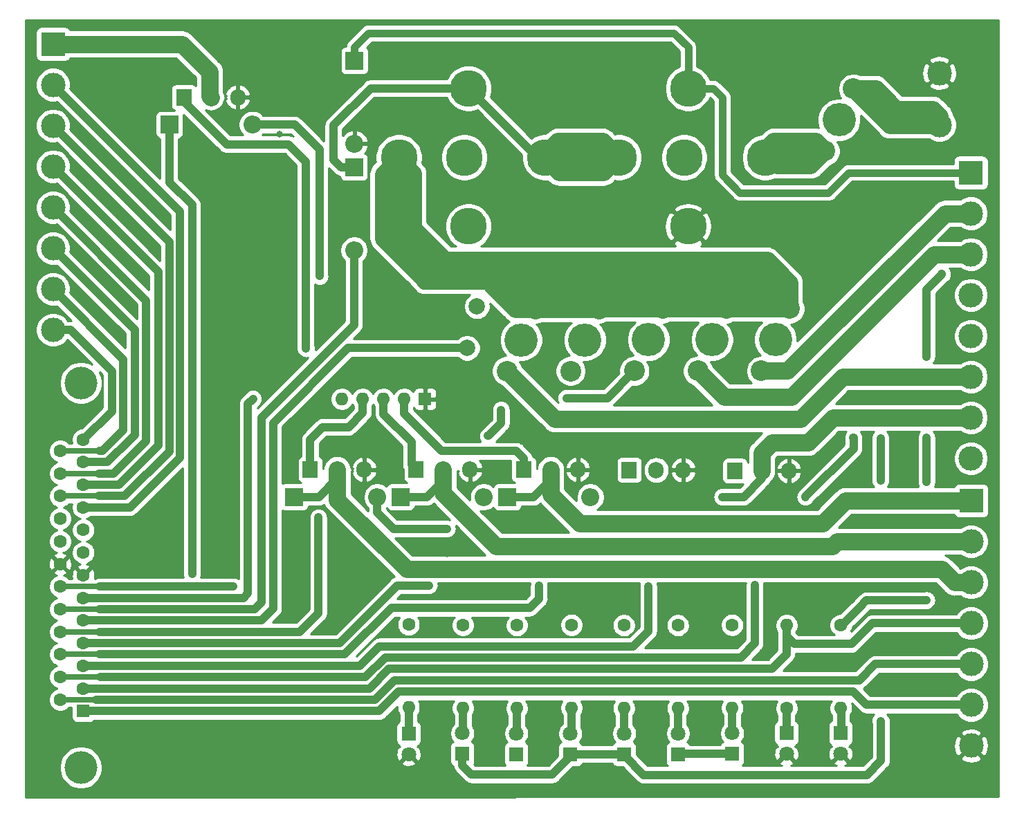
<source format=gbr>
%TF.GenerationSoftware,KiCad,Pcbnew,(5.1.6)-1*%
%TF.CreationDate,2022-12-12T11:34:02-08:00*%
%TF.ProjectId,Buggly SPD Aux,42756767-6c79-4205-9350-44204175782e,rev?*%
%TF.SameCoordinates,Original*%
%TF.FileFunction,Copper,L1,Top*%
%TF.FilePolarity,Positive*%
%FSLAX46Y46*%
G04 Gerber Fmt 4.6, Leading zero omitted, Abs format (unit mm)*
G04 Created by KiCad (PCBNEW (5.1.6)-1) date 2022-12-12 11:34:02*
%MOMM*%
%LPD*%
G01*
G04 APERTURE LIST*
%TA.AperFunction,ComponentPad*%
%ADD10O,1.600000X1.600000*%
%TD*%
%TA.AperFunction,ComponentPad*%
%ADD11C,1.600000*%
%TD*%
%TA.AperFunction,ComponentPad*%
%ADD12C,4.500000*%
%TD*%
%TA.AperFunction,ComponentPad*%
%ADD13R,1.905000X2.000000*%
%TD*%
%TA.AperFunction,ComponentPad*%
%ADD14O,1.905000X2.000000*%
%TD*%
%TA.AperFunction,ComponentPad*%
%ADD15C,3.000000*%
%TD*%
%TA.AperFunction,ComponentPad*%
%ADD16R,3.000000X3.000000*%
%TD*%
%TA.AperFunction,ComponentPad*%
%ADD17C,4.000000*%
%TD*%
%TA.AperFunction,ComponentPad*%
%ADD18R,1.600000X1.600000*%
%TD*%
%TA.AperFunction,ComponentPad*%
%ADD19C,4.064000*%
%TD*%
%TA.AperFunction,ComponentPad*%
%ADD20C,2.540000*%
%TD*%
%TA.AperFunction,ComponentPad*%
%ADD21C,2.010000*%
%TD*%
%TA.AperFunction,ComponentPad*%
%ADD22C,1.800000*%
%TD*%
%TA.AperFunction,ComponentPad*%
%ADD23R,1.800000X1.800000*%
%TD*%
%TA.AperFunction,ComponentPad*%
%ADD24O,2.200000X2.200000*%
%TD*%
%TA.AperFunction,ComponentPad*%
%ADD25R,2.200000X2.200000*%
%TD*%
%TA.AperFunction,ViaPad*%
%ADD26C,0.800000*%
%TD*%
%TA.AperFunction,Conductor*%
%ADD27C,1.016000*%
%TD*%
%TA.AperFunction,Conductor*%
%ADD28C,2.159000*%
%TD*%
%TA.AperFunction,Conductor*%
%ADD29C,0.889000*%
%TD*%
%TA.AperFunction,Conductor*%
%ADD30C,0.635000*%
%TD*%
%TA.AperFunction,Conductor*%
%ADD31C,0.254000*%
%TD*%
G04 APERTURE END LIST*
D10*
%TO.P,R9,2*%
%TO.N,Net-(D17-Pad1)*%
X202057000Y-113690400D03*
D11*
%TO.P,R9,1*%
%TO.N,Net-(F3-Pad1)*%
X202057000Y-103530400D03*
%TD*%
D12*
%TO.P,K1,30*%
%TO.N,Net-(F1-Pad1)*%
X192760600Y-46253400D03*
%TO.P,K1,87A*%
%TO.N,Net-(K1-Pad87A)*%
X182860600Y-46253400D03*
%TO.P,K1,87*%
%TO.N,Net-(D16-Pad1)*%
X174860600Y-46253400D03*
%TO.P,K1,85*%
%TO.N,GND*%
X183360600Y-54703400D03*
%TO.P,K1,86*%
%TO.N,Bat+s*%
X183360600Y-37803400D03*
%TD*%
%TO.P,K2,30*%
%TO.N,Net-(D16-Pad1)*%
X165862000Y-46253400D03*
%TO.P,K2,87A*%
%TO.N,Net-(K2-Pad87A)*%
X155962000Y-46253400D03*
%TO.P,K2,87*%
%TO.N,Net-(F3-Pad1)*%
X147962000Y-46253400D03*
%TO.P,K2,85*%
%TO.N,D50-control*%
X156462000Y-54703400D03*
%TO.P,K2,86*%
%TO.N,Net-(D16-Pad1)*%
X156462000Y-37803400D03*
%TD*%
D13*
%TO.P,Q5,1*%
%TO.N,D52-control*%
X189077600Y-84632800D03*
D14*
%TO.P,Q5,2*%
%TO.N,D52-out*%
X192379600Y-84632800D03*
%TO.P,Q5,3*%
%TO.N,GND*%
X195681600Y-84632800D03*
%TD*%
D15*
%TO.P,J9,2*%
%TO.N,D9-out*%
X217982800Y-93294200D03*
%TO.P,J9,3*%
%TO.N,D10-out*%
X217982800Y-98294200D03*
%TO.P,J9,4*%
%TO.N,Tachometer*%
X217982800Y-103294200D03*
%TO.P,J9,5*%
%TO.N,CKP+*%
X217982800Y-108294200D03*
%TO.P,J9,6*%
%TO.N,CKP-*%
X217982800Y-113294200D03*
D16*
%TO.P,J9,1*%
%TO.N,D8-out*%
X217982800Y-88294200D03*
D15*
%TO.P,J9,7*%
%TO.N,GND*%
X217982800Y-118294200D03*
%TD*%
D16*
%TO.P,J10,1*%
%TO.N,D11-out*%
X105638600Y-32378600D03*
D15*
%TO.P,J10,8*%
%TO.N,Spare-ADC*%
X105638600Y-67378600D03*
%TO.P,J10,7*%
%TO.N,O2-Sensor*%
X105638600Y-62378600D03*
%TO.P,J10,2*%
%TO.N,VDDA*%
X105638600Y-37378600D03*
%TO.P,J10,3*%
%TO.N,SigRtn*%
X105638600Y-42378600D03*
%TO.P,J10,4*%
%TO.N,IAT-Sensor*%
X105638600Y-47378600D03*
%TO.P,J10,5*%
%TO.N,CLT-Sensor*%
X105638600Y-52378600D03*
%TO.P,J10,6*%
%TO.N,TPS-Sensor*%
X105638600Y-57378600D03*
%TD*%
D16*
%TO.P,J8,1*%
%TO.N,Bat+s*%
X217957400Y-48126600D03*
D15*
%TO.P,J8,8*%
%TO.N,D53-out*%
X217957400Y-83126600D03*
%TO.P,J8,7*%
%TO.N,D52-out*%
X217957400Y-78126600D03*
%TO.P,J8,2*%
%TO.N,F7-out*%
X217957400Y-53126600D03*
%TO.P,J8,3*%
%TO.N,F6-out*%
X217957400Y-58126600D03*
%TO.P,J8,4*%
%TO.N,F5-out*%
X217957400Y-63126600D03*
%TO.P,J8,5*%
%TO.N,F4-out*%
X217957400Y-68126600D03*
%TO.P,J8,6*%
%TO.N,F3-out*%
X217957400Y-73126600D03*
%TD*%
%TO.P,J7,2*%
%TO.N,Bat+*%
X214096600Y-42291000D03*
%TO.P,J7,1*%
%TO.N,GND*%
X214096600Y-35941000D03*
%TD*%
D17*
%TO.P,J1,0*%
%TO.N,N/C*%
X109047000Y-120976000D03*
X109047000Y-73876000D03*
D11*
%TO.P,J1,25*%
%TO.N,O2-Sensor*%
X106507000Y-82191000D03*
%TO.P,J1,24*%
%TO.N,CLT-Sensor*%
X106507000Y-84961000D03*
%TO.P,J1,23*%
%TO.N,SigRtn*%
X106507000Y-87731000D03*
%TO.P,J1,22*%
%TO.N,Net-(J1-Pad22)*%
X106507000Y-90501000D03*
%TO.P,J1,21*%
%TO.N,Net-(J1-Pad21)*%
X106507000Y-93271000D03*
%TO.P,J1,20*%
%TO.N,GND*%
X106507000Y-96041000D03*
%TO.P,J1,19*%
%TO.N,F5-out*%
X106507000Y-98811000D03*
%TO.P,J1,18*%
%TO.N,D50-control*%
X106507000Y-101581000D03*
%TO.P,J1,17*%
%TO.N,D10-control*%
X106507000Y-104351000D03*
%TO.P,J1,16*%
%TO.N,D8-control*%
X106507000Y-107121000D03*
%TO.P,J1,15*%
%TO.N,D52-control*%
X106507000Y-109891000D03*
%TO.P,J1,14*%
%TO.N,CKP+*%
X106507000Y-112661000D03*
%TO.P,J1,13*%
%TO.N,Spare-ADC*%
X109347000Y-80806000D03*
%TO.P,J1,12*%
%TO.N,TPS-Sensor*%
X109347000Y-83576000D03*
%TO.P,J1,11*%
%TO.N,IAT-Sensor*%
X109347000Y-86346000D03*
%TO.P,J1,10*%
%TO.N,VDDA*%
X109347000Y-89116000D03*
%TO.P,J1,9*%
%TO.N,Net-(J1-Pad9)*%
X109347000Y-91886000D03*
%TO.P,J1,8*%
%TO.N,Net-(J1-Pad8)*%
X109347000Y-94656000D03*
%TO.P,J1,7*%
%TO.N,GND*%
X109347000Y-97426000D03*
%TO.P,J1,6*%
%TO.N,D11-control*%
X109347000Y-100196000D03*
%TO.P,J1,5*%
%TO.N,12V-Raw*%
X109347000Y-102966000D03*
%TO.P,J1,4*%
%TO.N,D9-control*%
X109347000Y-105736000D03*
%TO.P,J1,3*%
%TO.N,D53-control*%
X109347000Y-108506000D03*
%TO.P,J1,2*%
%TO.N,Tachometer*%
X109347000Y-111276000D03*
D18*
%TO.P,J1,1*%
%TO.N,CKP-*%
X109347000Y-114046000D03*
%TD*%
D10*
%TO.P,RN1,5*%
%TO.N,D11-control*%
X140995400Y-75844400D03*
%TO.P,RN1,4*%
%TO.N,D10-control*%
X143535400Y-75844400D03*
%TO.P,RN1,3*%
%TO.N,D9-control*%
X146075400Y-75844400D03*
%TO.P,RN1,2*%
%TO.N,D8-control*%
X148615400Y-75844400D03*
D18*
%TO.P,RN1,1*%
%TO.N,GND*%
X151155400Y-75844400D03*
%TD*%
D10*
%TO.P,R8,2*%
%TO.N,Net-(D14-Pad1)*%
X149148800Y-113639600D03*
D11*
%TO.P,R8,1*%
%TO.N,12V-Raw*%
X149148800Y-103479600D03*
%TD*%
D10*
%TO.P,R7,2*%
%TO.N,Net-(D13-Pad2)*%
X182092600Y-113715800D03*
D11*
%TO.P,R7,1*%
%TO.N,D53-out*%
X182092600Y-103555800D03*
%TD*%
D10*
%TO.P,R6,2*%
%TO.N,Net-(D12-Pad2)*%
X188747400Y-113665000D03*
D11*
%TO.P,R6,1*%
%TO.N,D52-out*%
X188747400Y-103505000D03*
%TD*%
D10*
%TO.P,R5,2*%
%TO.N,Net-(D10-Pad2)*%
X155803600Y-113690400D03*
D11*
%TO.P,R5,1*%
%TO.N,D11-out*%
X155803600Y-103530400D03*
%TD*%
D10*
%TO.P,R4,2*%
%TO.N,Net-(D9-Pad2)*%
X162382200Y-113715800D03*
D11*
%TO.P,R4,1*%
%TO.N,D10-out*%
X162382200Y-103555800D03*
%TD*%
D10*
%TO.P,R3,2*%
%TO.N,Net-(D8-Pad2)*%
X169087800Y-113665000D03*
D11*
%TO.P,R3,1*%
%TO.N,D9-out*%
X169087800Y-103505000D03*
%TD*%
D10*
%TO.P,R2,2*%
%TO.N,Net-(D7-Pad2)*%
X175488600Y-113715800D03*
D11*
%TO.P,R2,1*%
%TO.N,D8-out*%
X175488600Y-103555800D03*
%TD*%
D10*
%TO.P,R1,2*%
%TO.N,Tachometer*%
X195402200Y-103555800D03*
D11*
%TO.P,R1,1*%
%TO.N,Net-(D1-Pad1)*%
X195402200Y-113715800D03*
%TD*%
D13*
%TO.P,Q6,1*%
%TO.N,D53-control*%
X176149000Y-84531200D03*
D14*
%TO.P,Q6,2*%
%TO.N,D53-out*%
X179451000Y-84531200D03*
%TO.P,Q6,3*%
%TO.N,GND*%
X182753000Y-84531200D03*
%TD*%
D13*
%TO.P,Q4,1*%
%TO.N,D11-control*%
X121640600Y-38887400D03*
D14*
%TO.P,Q4,2*%
%TO.N,D11-out*%
X124942600Y-38887400D03*
%TO.P,Q4,3*%
%TO.N,GND*%
X128244600Y-38887400D03*
%TD*%
D13*
%TO.P,Q3,1*%
%TO.N,D10-control*%
X137109200Y-84480400D03*
D14*
%TO.P,Q3,2*%
%TO.N,D10-out*%
X140411200Y-84480400D03*
%TO.P,Q3,3*%
%TO.N,GND*%
X143713200Y-84480400D03*
%TD*%
D13*
%TO.P,Q2,1*%
%TO.N,D9-control*%
X150063200Y-84480400D03*
D14*
%TO.P,Q2,2*%
%TO.N,D9-out*%
X153365200Y-84480400D03*
%TO.P,Q2,3*%
%TO.N,GND*%
X156667200Y-84480400D03*
%TD*%
D13*
%TO.P,Q1,1*%
%TO.N,D8-control*%
X163245800Y-84480400D03*
D14*
%TO.P,Q1,2*%
%TO.N,D8-out*%
X166547800Y-84480400D03*
%TO.P,Q1,3*%
%TO.N,GND*%
X169849800Y-84480400D03*
%TD*%
D19*
%TO.P,F7,*%
%TO.N,*%
X194030600Y-68580000D03*
D20*
%TO.P,F7,2*%
%TO.N,F7-out*%
X192303400Y-72390000D03*
%TO.P,F7,1*%
%TO.N,Net-(F3-Pad1)*%
X195757800Y-64770000D03*
%TD*%
D19*
%TO.P,F6,*%
%TO.N,*%
X186283600Y-68580000D03*
D20*
%TO.P,F6,2*%
%TO.N,F6-out*%
X184556400Y-72390000D03*
%TO.P,F6,1*%
%TO.N,Net-(F3-Pad1)*%
X188010800Y-64770000D03*
%TD*%
D19*
%TO.P,F5,*%
%TO.N,*%
X178511200Y-68580000D03*
D20*
%TO.P,F5,2*%
%TO.N,F5-out*%
X176784000Y-72390000D03*
%TO.P,F5,1*%
%TO.N,Net-(F3-Pad1)*%
X180238400Y-64770000D03*
%TD*%
D19*
%TO.P,F4,*%
%TO.N,*%
X170713400Y-68605400D03*
D20*
%TO.P,F4,2*%
%TO.N,F4-out*%
X168986200Y-72415400D03*
%TO.P,F4,1*%
%TO.N,Net-(F3-Pad1)*%
X172440600Y-64795400D03*
%TD*%
D19*
%TO.P,F3,*%
%TO.N,*%
X162915600Y-68605400D03*
D20*
%TO.P,F3,2*%
%TO.N,F3-out*%
X161188400Y-72415400D03*
%TO.P,F3,1*%
%TO.N,Net-(F3-Pad1)*%
X164642800Y-64795400D03*
%TD*%
D21*
%TO.P,F2,2*%
%TO.N,Net-(D16-Pad1)*%
X157511600Y-64496000D03*
%TO.P,F2,1*%
%TO.N,12V-Raw*%
X156311600Y-69596000D03*
%TD*%
D19*
%TO.P,F1,*%
%TO.N,*%
X201828400Y-41656000D03*
D20*
%TO.P,F1,2*%
%TO.N,Bat+*%
X203555600Y-37846000D03*
%TO.P,F1,1*%
%TO.N,Net-(F1-Pad1)*%
X200101200Y-45466000D03*
%TD*%
D22*
%TO.P,D17,2*%
%TO.N,GND*%
X202006200Y-119278400D03*
D23*
%TO.P,D17,1*%
%TO.N,Net-(D17-Pad1)*%
X202006200Y-116738400D03*
%TD*%
D24*
%TO.P,D16,2*%
%TO.N,D50-control*%
X142468600Y-57607200D03*
D25*
%TO.P,D16,1*%
%TO.N,Net-(D16-Pad1)*%
X142468600Y-47447200D03*
%TD*%
D24*
%TO.P,D15,2*%
%TO.N,GND*%
X142519400Y-44577000D03*
D25*
%TO.P,D15,1*%
%TO.N,Bat+s*%
X142519400Y-34417000D03*
%TD*%
D22*
%TO.P,D14,2*%
%TO.N,GND*%
X149148800Y-119329200D03*
D23*
%TO.P,D14,1*%
%TO.N,Net-(D14-Pad1)*%
X149148800Y-116789200D03*
%TD*%
D22*
%TO.P,D13,2*%
%TO.N,Net-(D13-Pad2)*%
X182118000Y-116789200D03*
D23*
%TO.P,D13,1*%
%TO.N,F4-out*%
X182118000Y-119329200D03*
%TD*%
D22*
%TO.P,D12,2*%
%TO.N,Net-(D12-Pad2)*%
X188747400Y-116763800D03*
D23*
%TO.P,D12,1*%
%TO.N,F4-out*%
X188747400Y-119303800D03*
%TD*%
D22*
%TO.P,D10,2*%
%TO.N,Net-(D10-Pad2)*%
X155727400Y-116763800D03*
D23*
%TO.P,D10,1*%
%TO.N,F3-out*%
X155727400Y-119303800D03*
%TD*%
D22*
%TO.P,D9,2*%
%TO.N,Net-(D9-Pad2)*%
X162331400Y-116789200D03*
D23*
%TO.P,D9,1*%
%TO.N,F5-out*%
X162331400Y-119329200D03*
%TD*%
D22*
%TO.P,D8,2*%
%TO.N,Net-(D8-Pad2)*%
X168935400Y-116814600D03*
D23*
%TO.P,D8,1*%
%TO.N,F3-out*%
X168935400Y-119354600D03*
%TD*%
D22*
%TO.P,D7,2*%
%TO.N,Net-(D7-Pad2)*%
X175539400Y-116789200D03*
D23*
%TO.P,D7,1*%
%TO.N,F3-out*%
X175539400Y-119329200D03*
%TD*%
D24*
%TO.P,D5,2*%
%TO.N,F3-out*%
X130048000Y-42240200D03*
D25*
%TO.P,D5,1*%
%TO.N,D11-out*%
X119888000Y-42240200D03*
%TD*%
D24*
%TO.P,D4,2*%
%TO.N,F5-out*%
X145313400Y-87833200D03*
D25*
%TO.P,D4,1*%
%TO.N,D10-out*%
X135153400Y-87833200D03*
%TD*%
D24*
%TO.P,D3,2*%
%TO.N,F6-out*%
X158343600Y-87833200D03*
D25*
%TO.P,D3,1*%
%TO.N,D9-out*%
X148183600Y-87833200D03*
%TD*%
D24*
%TO.P,D2,2*%
%TO.N,F6-out*%
X171399200Y-87833200D03*
D25*
%TO.P,D2,1*%
%TO.N,D8-out*%
X161239200Y-87833200D03*
%TD*%
D22*
%TO.P,D1,2*%
%TO.N,GND*%
X195376800Y-119278400D03*
D23*
%TO.P,D1,1*%
%TO.N,Net-(D1-Pad1)*%
X195376800Y-116738400D03*
%TD*%
D26*
%TO.N,GND*%
X133375400Y-43434000D03*
X121742200Y-46634400D03*
X133629400Y-46990000D03*
X124409200Y-66954400D03*
X134696200Y-66954400D03*
X124485400Y-57632600D03*
X134797800Y-57378600D03*
X133375400Y-73253600D03*
X124409200Y-73609200D03*
X124129800Y-85877400D03*
X124307600Y-95656400D03*
X127762000Y-85953600D03*
X128117600Y-95554800D03*
X135585200Y-91821000D03*
X135763000Y-96367600D03*
X140919200Y-92710000D03*
X141173200Y-96621600D03*
X149631400Y-90322400D03*
X149631400Y-93522800D03*
X145897600Y-98577400D03*
X146075400Y-104698800D03*
X152654000Y-103809800D03*
X165684200Y-103632000D03*
X172364400Y-103809800D03*
X180441600Y-105410000D03*
X187452000Y-105333800D03*
X203708000Y-85877400D03*
X210007200Y-85953600D03*
X153873200Y-94767400D03*
X155219400Y-99110800D03*
X172262800Y-99187000D03*
X166319200Y-73609200D03*
X188874400Y-72110600D03*
X190576200Y-68199000D03*
X186740800Y-116865400D03*
X179806600Y-117043200D03*
X173253400Y-116763800D03*
X166497000Y-116941600D03*
X158318200Y-119532400D03*
X165963600Y-113563400D03*
X172542200Y-113563400D03*
X179019200Y-113665000D03*
X186563000Y-113741200D03*
X174142400Y-81991200D03*
X200025000Y-63576200D03*
X162712400Y-77419200D03*
X161696400Y-80340200D03*
X174523400Y-69418200D03*
X163601400Y-71831200D03*
X165633400Y-67386200D03*
X161442400Y-91109800D03*
X167411400Y-91617800D03*
X176047400Y-75641200D03*
X180721000Y-71831200D03*
%TO.N,F3-out*%
X138277600Y-60807600D03*
X206908400Y-115265200D03*
X206908400Y-85801200D03*
X206908400Y-80670400D03*
X206984600Y-73126600D03*
%TO.N,D9-out*%
X168300400Y-93878400D03*
%TO.N,F4-out*%
X203555600Y-80568800D03*
X197726300Y-87795100D03*
%TO.N,D10-out*%
X160705800Y-96672400D03*
%TO.N,D11-out*%
X122656600Y-97231200D03*
%TO.N,F5-out*%
X127711200Y-98806000D03*
X168452800Y-75717400D03*
X153847800Y-91719400D03*
%TO.N,F6-out*%
X160451800Y-77165200D03*
X158851600Y-80365600D03*
%TO.N,D52-out*%
X187528200Y-87884000D03*
%TO.N,Net-(F3-Pad1)*%
X212521800Y-100482400D03*
X212521800Y-86004400D03*
X212521800Y-80568800D03*
X212521800Y-70637400D03*
X214401400Y-60502800D03*
%TO.N,D8-control*%
X165100000Y-98729800D03*
%TO.N,D9-control*%
X151638000Y-98679000D03*
%TO.N,D10-control*%
X138099800Y-90347800D03*
%TO.N,D11-control*%
X130098800Y-75819000D03*
X136601200Y-69672200D03*
%TO.N,D52-control*%
X191516000Y-98628200D03*
%TO.N,D53-control*%
X178485800Y-98780600D03*
%TD*%
D27*
%TO.N,Net-(D1-Pad1)*%
X195402200Y-116713000D02*
X195376800Y-116738400D01*
X195402200Y-113766600D02*
X195402200Y-116713000D01*
D28*
%TO.N,F7-out*%
X192303400Y-72390000D02*
X195503800Y-72390000D01*
X214767200Y-53126600D02*
X217957400Y-53126600D01*
X195503800Y-72390000D02*
X214767200Y-53126600D01*
%TO.N,F3-out*%
X197104000Y-78282800D02*
X202260200Y-73126600D01*
X161188400Y-72415400D02*
X167055800Y-78282800D01*
X167055800Y-78282800D02*
X197104000Y-78282800D01*
D27*
X175514000Y-119354600D02*
X175539400Y-119329200D01*
X168935400Y-119354600D02*
X175514000Y-119354600D01*
X168935400Y-119354600D02*
X168935400Y-119608600D01*
X168935400Y-119608600D02*
X166725600Y-121818400D01*
X166725600Y-121818400D02*
X156845000Y-121818400D01*
X155727400Y-120700800D02*
X155727400Y-119303800D01*
X156845000Y-121818400D02*
X155727400Y-120700800D01*
X130048000Y-42240200D02*
X135204200Y-42240200D01*
X135204200Y-42240200D02*
X138226800Y-45262800D01*
X138226800Y-45262800D02*
X138226800Y-60756800D01*
X138226800Y-60756800D02*
X138277600Y-60807600D01*
X175539400Y-119329200D02*
X175539400Y-119481600D01*
X175539400Y-119481600D02*
X177927000Y-121869200D01*
X177927000Y-121869200D02*
X205232000Y-121869200D01*
X205232000Y-121869200D02*
X206959200Y-120142000D01*
X206959200Y-120142000D02*
X206959200Y-115316000D01*
X206959200Y-115316000D02*
X206908400Y-115265200D01*
X206908400Y-85801200D02*
X206908400Y-80670400D01*
D28*
X202260200Y-73126600D02*
X206984600Y-73126600D01*
X206984600Y-73126600D02*
X217957400Y-73126600D01*
%TO.N,D8-out*%
X217982800Y-88294200D02*
X202637400Y-88294200D01*
X202637400Y-88294200D02*
X199847200Y-91084400D01*
X199847200Y-91084400D02*
X170103800Y-91084400D01*
X166547800Y-87528400D02*
X166547800Y-84480400D01*
X170103800Y-91084400D02*
X166547800Y-87528400D01*
D27*
X166547800Y-84480400D02*
X166547800Y-85750400D01*
X164465000Y-87833200D02*
X161239200Y-87833200D01*
X166547800Y-85750400D02*
X164465000Y-87833200D01*
D28*
%TO.N,D9-out*%
X153365200Y-87376000D02*
X153365200Y-84480400D01*
X159867600Y-93878400D02*
X153365200Y-87376000D01*
X217982800Y-93294200D02*
X201625200Y-93294200D01*
X201625200Y-93294200D02*
X201041000Y-93878400D01*
D27*
X153365200Y-84480400D02*
X153365200Y-85877400D01*
X151409400Y-87833200D02*
X148183600Y-87833200D01*
X153365200Y-85877400D02*
X151409400Y-87833200D01*
D28*
X201041000Y-93878400D02*
X168300400Y-93878400D01*
X168300400Y-93878400D02*
X159867600Y-93878400D01*
D27*
%TO.N,F4-out*%
X182143400Y-119303800D02*
X182118000Y-119329200D01*
X188747400Y-119303800D02*
X182143400Y-119303800D01*
X197688200Y-87833200D02*
X197726300Y-87795100D01*
X203606400Y-81915000D02*
X203606400Y-80619600D01*
X203606400Y-80619600D02*
X203555600Y-80568800D01*
X197726300Y-87795100D02*
X203606400Y-81915000D01*
D28*
%TO.N,D10-out*%
X217982800Y-98294200D02*
X215972400Y-98294200D01*
X215972400Y-98294200D02*
X214350600Y-96672400D01*
X140411200Y-88188800D02*
X140411200Y-84480400D01*
X148894800Y-96672400D02*
X140411200Y-88188800D01*
D27*
X140411200Y-84480400D02*
X140411200Y-85598000D01*
X138176000Y-87833200D02*
X135153400Y-87833200D01*
X140411200Y-85598000D02*
X138176000Y-87833200D01*
D28*
X214350600Y-96672400D02*
X160705800Y-96672400D01*
X160705800Y-96672400D02*
X148894800Y-96672400D01*
%TO.N,D11-out*%
X105638600Y-32378600D02*
X121405600Y-32378600D01*
X121405600Y-32378600D02*
X124790200Y-35763200D01*
X124790200Y-38735000D02*
X124942600Y-38887400D01*
X124790200Y-35763200D02*
X124790200Y-38735000D01*
D27*
X119888000Y-42240200D02*
X119888000Y-49301400D01*
X119888000Y-49301400D02*
X122656600Y-52070000D01*
X122656600Y-52070000D02*
X122656600Y-97231200D01*
D29*
%TO.N,Bat+s*%
X217957400Y-48126600D02*
X202977800Y-48126600D01*
X202977800Y-48126600D02*
X200533000Y-50571400D01*
X200533000Y-50571400D02*
X189687200Y-50571400D01*
X189687200Y-50571400D02*
X187553600Y-48437800D01*
X187553600Y-48437800D02*
X187553600Y-38912800D01*
X186444200Y-37803400D02*
X183360600Y-37803400D01*
X187553600Y-38912800D02*
X186444200Y-37803400D01*
X142519400Y-34417000D02*
X142519400Y-32740600D01*
X142519400Y-32740600D02*
X144221200Y-31038800D01*
X144221200Y-31038800D02*
X181610000Y-31038800D01*
X183360600Y-32789400D02*
X183360600Y-37803400D01*
X181610000Y-31038800D02*
X183360600Y-32789400D01*
D30*
%TO.N,F5-out*%
X106507000Y-98811000D02*
X111323200Y-98811000D01*
D27*
X127134400Y-98806000D02*
X127711200Y-98806000D01*
X111323200Y-98811000D02*
X127129400Y-98811000D01*
X127129400Y-98811000D02*
X127134400Y-98806000D01*
X173456600Y-75717400D02*
X176784000Y-72390000D01*
X168452800Y-75717400D02*
X173456600Y-75717400D01*
X153847800Y-91719400D02*
X147294600Y-91719400D01*
X145313400Y-89738200D02*
X145313400Y-87833200D01*
X147294600Y-91719400D02*
X145313400Y-89738200D01*
D28*
%TO.N,F6-out*%
X184556400Y-72390000D02*
X187782200Y-75615800D01*
X187782200Y-75615800D02*
X195986400Y-75615800D01*
X213475600Y-58126600D02*
X217957400Y-58126600D01*
X195986400Y-75615800D02*
X213475600Y-58126600D01*
D27*
X160451800Y-77165200D02*
X160451800Y-78816200D01*
X160451800Y-78816200D02*
X158902400Y-80365600D01*
X158902400Y-80365600D02*
X158851600Y-80365600D01*
D28*
%TO.N,D52-out*%
X217957400Y-78126600D02*
X201070200Y-78126600D01*
X201070200Y-78126600D02*
X198018400Y-81178400D01*
X198018400Y-81178400D02*
X193624200Y-81178400D01*
X192379600Y-82423000D02*
X192379600Y-84632800D01*
X193624200Y-81178400D02*
X192379600Y-82423000D01*
D27*
X192379600Y-84632800D02*
X192379600Y-85598000D01*
X190144400Y-87833200D02*
X187528200Y-87833200D01*
X192379600Y-85598000D02*
X190144400Y-87833200D01*
D28*
%TO.N,Bat+*%
X208000600Y-42291000D02*
X203555600Y-37846000D01*
X214096600Y-42291000D02*
X208000600Y-42291000D01*
X214096600Y-42291000D02*
X214096600Y-41198800D01*
X214096600Y-41198800D02*
X213258400Y-40360600D01*
X213258400Y-40360600D02*
X208813400Y-40360600D01*
X206298800Y-37846000D02*
X203555600Y-37846000D01*
X208813400Y-40360600D02*
X206298800Y-37846000D01*
%TO.N,Net-(F1-Pad1)*%
X193548000Y-45466000D02*
X192760600Y-46253400D01*
X200101200Y-45466000D02*
X193548000Y-45466000D01*
X192760600Y-46253400D02*
X193243200Y-46253400D01*
X193243200Y-46253400D02*
X194233800Y-47244000D01*
X198323200Y-47244000D02*
X200101200Y-45466000D01*
X194233800Y-47244000D02*
X198323200Y-47244000D01*
X192760600Y-46253400D02*
X192760600Y-45364400D01*
X192760600Y-45364400D02*
X193827400Y-44297600D01*
X198932800Y-44297600D02*
X200101200Y-45466000D01*
X193827400Y-44297600D02*
X198932800Y-44297600D01*
D27*
%TO.N,12V-Raw*%
X156311600Y-69596000D02*
X141732000Y-69596000D01*
X141732000Y-69596000D02*
X132562600Y-78765400D01*
X131120400Y-102966000D02*
X109347000Y-102966000D01*
X132562600Y-78765400D02*
X132562600Y-101523800D01*
X132562600Y-101523800D02*
X131120400Y-102966000D01*
D28*
%TO.N,Net-(F3-Pad1)*%
X147962000Y-46253400D02*
X147962000Y-55531400D01*
X147962000Y-55531400D02*
X151282400Y-58851800D01*
X193014600Y-58851800D02*
X195757800Y-61595000D01*
X195757800Y-64770000D02*
X195580000Y-64770000D01*
X195580000Y-64770000D02*
X188010800Y-64770000D01*
X188010800Y-64770000D02*
X180238400Y-64770000D01*
X172466000Y-64770000D02*
X172440600Y-64795400D01*
X180238400Y-64770000D02*
X176250600Y-64770000D01*
X172440600Y-64795400D02*
X170002200Y-64795400D01*
X164642800Y-64795400D02*
X162306000Y-64795400D01*
X192455800Y-60731400D02*
X194132200Y-62407800D01*
X146024600Y-56159400D02*
X150596600Y-60731400D01*
X147962000Y-46253400D02*
X147962000Y-46348000D01*
X195757800Y-61595000D02*
X195757800Y-62407800D01*
X194132200Y-62407800D02*
X195757800Y-62407800D01*
X195757800Y-62407800D02*
X195757800Y-64770000D01*
X147962000Y-46348000D02*
X146024600Y-48285400D01*
X146024600Y-48285400D02*
X146024600Y-56159400D01*
X194132200Y-63144400D02*
X194132200Y-62407800D01*
X195757800Y-64770000D02*
X194132200Y-63144400D01*
X194132200Y-63144400D02*
X162483800Y-63144400D01*
X162483800Y-63144400D02*
X161340800Y-62001400D01*
X192989200Y-62001400D02*
X194132200Y-63144400D01*
X161340800Y-62001400D02*
X192989200Y-62001400D01*
X161137600Y-60731400D02*
X192455800Y-60731400D01*
X161137600Y-60731400D02*
X154025600Y-60731400D01*
X150596600Y-60731400D02*
X161137600Y-60731400D01*
X162306000Y-64795400D02*
X162204400Y-64795400D01*
X162204400Y-64795400D02*
X159359600Y-61950600D01*
X147962000Y-46253400D02*
X147962000Y-46514400D01*
X147962000Y-46514400D02*
X149682200Y-48234600D01*
X149682200Y-48234600D02*
X149682200Y-54914800D01*
X153619200Y-58851800D02*
X153873200Y-58851800D01*
X149682200Y-54914800D02*
X153619200Y-58851800D01*
X151282400Y-58851800D02*
X153873200Y-58851800D01*
X153873200Y-58851800D02*
X193014600Y-58851800D01*
D27*
X150596600Y-60731400D02*
X150596600Y-61595000D01*
X150952200Y-61950600D02*
X159359600Y-61950600D01*
X150596600Y-61595000D02*
X150952200Y-61950600D01*
X202082400Y-103581200D02*
X204292200Y-101371400D01*
X212501999Y-100502201D02*
X212521800Y-100482400D01*
X204292200Y-101371400D02*
X205161399Y-100502201D01*
X205161399Y-100502201D02*
X212501999Y-100502201D01*
X212521800Y-86004400D02*
X212521800Y-80568800D01*
X212521800Y-70637400D02*
X212521800Y-62484000D01*
X212521800Y-62484000D02*
X214401400Y-60604400D01*
X214401400Y-60604400D02*
X214401400Y-60502800D01*
D28*
X176250600Y-64770000D02*
X172466000Y-64770000D01*
X170002200Y-64795400D02*
X164642800Y-64795400D01*
D27*
%TO.N,Tachometer*%
X217982800Y-103294200D02*
X205900000Y-103294200D01*
X205900000Y-103294200D02*
X203352400Y-105841800D01*
X203352400Y-105841800D02*
X196367400Y-105841800D01*
X195402200Y-104876600D02*
X195402200Y-103606600D01*
X196367400Y-105841800D02*
X195402200Y-104876600D01*
X195402200Y-103606600D02*
X195402200Y-107061000D01*
X195402200Y-107061000D02*
X193598800Y-108864400D01*
X193598800Y-108864400D02*
X146761200Y-108864400D01*
X144349600Y-111276000D02*
X109347000Y-111276000D01*
X146761200Y-108864400D02*
X144349600Y-111276000D01*
D30*
%TO.N,D8-control*%
X106507000Y-107121000D02*
X111312000Y-107121000D01*
D27*
X114410800Y-107121000D02*
X114420000Y-107111800D01*
X111312000Y-107121000D02*
X114410800Y-107121000D01*
X114420000Y-107111800D02*
X141351000Y-107111800D01*
X141351000Y-107111800D02*
X147040600Y-101422200D01*
X147040600Y-101422200D02*
X163982400Y-101422200D01*
X165100000Y-100304600D02*
X165100000Y-98729800D01*
X163982400Y-101422200D02*
X165100000Y-100304600D01*
X163245800Y-83134200D02*
X163245800Y-84480400D01*
X153187400Y-82194400D02*
X162306000Y-82194400D01*
X148615400Y-75844400D02*
X148615400Y-77622400D01*
X162306000Y-82194400D02*
X163245800Y-83134200D01*
X148615400Y-77622400D02*
X153187400Y-82194400D01*
%TO.N,D9-control*%
X109347000Y-105736000D02*
X140694800Y-105736000D01*
X147751800Y-98679000D02*
X151638000Y-98679000D01*
X140694800Y-105736000D02*
X147751800Y-98679000D01*
X146075400Y-75844400D02*
X146075400Y-77673200D01*
X146075400Y-77673200D02*
X149504400Y-81102200D01*
X149504400Y-83921600D02*
X150063200Y-84480400D01*
X149504400Y-81102200D02*
X149504400Y-83921600D01*
D30*
%TO.N,D10-control*%
X106507000Y-104351000D02*
X111371200Y-104351000D01*
D27*
X111371200Y-104351000D02*
X135831400Y-104351000D01*
X138099800Y-102082600D02*
X138099800Y-90347800D01*
X135831400Y-104351000D02*
X138099800Y-102082600D01*
X143535400Y-75844400D02*
X143535400Y-77520800D01*
X143535400Y-77520800D02*
X141782800Y-79273400D01*
X141782800Y-79273400D02*
X138633200Y-79273400D01*
X137109200Y-80797400D02*
X137109200Y-84480400D01*
X138633200Y-79273400D02*
X137109200Y-80797400D01*
%TO.N,D11-control*%
X130098800Y-75819000D02*
X129489200Y-76428600D01*
X109347000Y-100196000D02*
X128912000Y-100196000D01*
X129489200Y-99618800D02*
X129489200Y-76428600D01*
X128912000Y-100196000D02*
X129489200Y-99618800D01*
X121640600Y-38887400D02*
X121640600Y-39420800D01*
X121640600Y-39420800D02*
X126898400Y-44678600D01*
X126898400Y-44678600D02*
X134467600Y-44678600D01*
X134467600Y-44678600D02*
X136550400Y-46761400D01*
X136550400Y-46761400D02*
X136550400Y-69621400D01*
X136550400Y-69621400D02*
X136601200Y-69672200D01*
D30*
%TO.N,D50-control*%
X106507000Y-101581000D02*
X111309200Y-101581000D01*
D27*
X131114800Y-100736400D02*
X131114800Y-78105000D01*
X142468600Y-66751200D02*
X142468600Y-57607200D01*
X111309200Y-101581000D02*
X130270200Y-101581000D01*
X131114800Y-78105000D02*
X142468600Y-66751200D01*
X130270200Y-101581000D02*
X131114800Y-100736400D01*
D30*
%TO.N,D52-control*%
X106507000Y-109891000D02*
X111389600Y-109891000D01*
D27*
X113853400Y-109891000D02*
X113868200Y-109905800D01*
X111389600Y-109891000D02*
X113853400Y-109891000D01*
X113868200Y-109905800D02*
X143891000Y-109905800D01*
X143891000Y-109905800D02*
X146329400Y-107467400D01*
X146329400Y-107467400D02*
X189814200Y-107467400D01*
X191516000Y-105765600D02*
X191516000Y-98628200D01*
X189814200Y-107467400D02*
X191516000Y-105765600D01*
%TO.N,D53-control*%
X109347000Y-108506000D02*
X143208000Y-108506000D01*
X143208000Y-108506000D02*
X145567400Y-106146600D01*
X145567400Y-106146600D02*
X176606200Y-106146600D01*
X178485800Y-104267000D02*
X178485800Y-98780600D01*
X176606200Y-106146600D02*
X178485800Y-104267000D01*
%TO.N,VDDA*%
X109347000Y-89116000D02*
X115049200Y-89116000D01*
X115049200Y-89116000D02*
X121132600Y-83032600D01*
X121132600Y-52872600D02*
X105638600Y-37378600D01*
X121132600Y-83032600D02*
X121132600Y-52872600D01*
D30*
%TO.N,SigRtn*%
X106507000Y-87731000D02*
X111252600Y-87731000D01*
D27*
X111252600Y-87731000D02*
X114427600Y-87731000D01*
X114427600Y-87731000D02*
X119888000Y-82270600D01*
X119888000Y-56628000D02*
X105638600Y-42378600D01*
X119888000Y-82270600D02*
X119888000Y-56628000D01*
%TO.N,Spare-ADC*%
X109347000Y-80806000D02*
X112826800Y-77326200D01*
X112826800Y-77326200D02*
X112826800Y-72415400D01*
X107790000Y-67378600D02*
X105638600Y-67378600D01*
X112826800Y-72415400D02*
X107790000Y-67378600D01*
%TO.N,TPS-Sensor*%
X109347000Y-83576000D02*
X112308800Y-83576000D01*
X115112800Y-80772000D02*
X115112800Y-80721200D01*
X112308800Y-83576000D02*
X115112800Y-80772000D01*
X115112800Y-80721200D02*
X115620800Y-80213200D01*
X115620800Y-67360800D02*
X105638600Y-57378600D01*
X115620800Y-80213200D02*
X115620800Y-67360800D01*
D30*
%TO.N,O2-Sensor*%
X106507000Y-82191000D02*
X111299400Y-82191000D01*
D27*
X111299400Y-82191000D02*
X111712600Y-82191000D01*
X111712600Y-82191000D02*
X114249200Y-79654400D01*
X114249200Y-70989200D02*
X105638600Y-62378600D01*
X114249200Y-79654400D02*
X114249200Y-70989200D01*
D30*
%TO.N,CLT-Sensor*%
X106507000Y-84961000D02*
X111275400Y-84961000D01*
D27*
X111275400Y-84961000D02*
X113057400Y-84961000D01*
X113057400Y-84961000D02*
X117043200Y-80975200D01*
X117043200Y-63783200D02*
X105638600Y-52378600D01*
X117043200Y-80975200D02*
X117043200Y-63783200D01*
%TO.N,IAT-Sensor*%
X109347000Y-86346000D02*
X113679000Y-86346000D01*
X113679000Y-86346000D02*
X118516400Y-81508600D01*
X118516400Y-60256400D02*
X105638600Y-47378600D01*
X118516400Y-81508600D02*
X118516400Y-60256400D01*
%TO.N,CKP+*%
X217982800Y-108294200D02*
X206259400Y-108294200D01*
X206259400Y-108294200D02*
X204292200Y-110261400D01*
X204292200Y-110261400D02*
X147421600Y-110261400D01*
X147421600Y-110261400D02*
X145022000Y-112661000D01*
X145022000Y-112661000D02*
X110908400Y-112661000D01*
D30*
X106507000Y-112661000D02*
X110908400Y-112661000D01*
X110908400Y-112661000D02*
X111264000Y-112661000D01*
D27*
%TO.N,CKP-*%
X203581000Y-111683800D02*
X147904200Y-111683800D01*
X217982800Y-113294200D02*
X205191400Y-113294200D01*
X145542000Y-114046000D02*
X109347000Y-114046000D01*
X147904200Y-111683800D02*
X145542000Y-114046000D01*
X205191400Y-113294200D02*
X203581000Y-111683800D01*
%TO.N,Net-(D7-Pad2)*%
X175488600Y-116738400D02*
X175539400Y-116789200D01*
X175488600Y-113715800D02*
X175488600Y-116738400D01*
%TO.N,Net-(D8-Pad2)*%
X169087800Y-116662200D02*
X168935400Y-116814600D01*
X169087800Y-113665000D02*
X169087800Y-116662200D01*
%TO.N,Net-(D9-Pad2)*%
X162382200Y-116738400D02*
X162331400Y-116789200D01*
X162382200Y-113715800D02*
X162382200Y-116738400D01*
%TO.N,Net-(D10-Pad2)*%
X155803600Y-116687600D02*
X155727400Y-116763800D01*
X155803600Y-113690400D02*
X155803600Y-116687600D01*
%TO.N,Net-(D12-Pad2)*%
X188747400Y-113665000D02*
X188747400Y-116763800D01*
%TO.N,Net-(D13-Pad2)*%
X182092600Y-116763800D02*
X182118000Y-116789200D01*
X182092600Y-113715800D02*
X182092600Y-116763800D01*
%TO.N,Net-(D14-Pad1)*%
X149148800Y-113639600D02*
X149148800Y-116789200D01*
D28*
%TO.N,Net-(D16-Pad1)*%
X174860600Y-46253400D02*
X165862000Y-46253400D01*
X165862000Y-46253400D02*
X165862000Y-45821600D01*
X165862000Y-45821600D02*
X167386000Y-44297600D01*
X172904800Y-44297600D02*
X174860600Y-46253400D01*
X167386000Y-44297600D02*
X172904800Y-44297600D01*
X165862000Y-46253400D02*
X165862000Y-46431200D01*
X165862000Y-46431200D02*
X167538400Y-48107600D01*
X173006400Y-48107600D02*
X174860600Y-46253400D01*
X167538400Y-48107600D02*
X173006400Y-48107600D01*
D27*
X156462000Y-37803400D02*
X144492400Y-37803400D01*
X144492400Y-37803400D02*
X139954000Y-42341800D01*
X139954000Y-42341800D02*
X139954000Y-46507400D01*
X140893800Y-47447200D02*
X142468600Y-47447200D01*
X139954000Y-46507400D02*
X140893800Y-47447200D01*
X164912000Y-46253400D02*
X165862000Y-46253400D01*
X156462000Y-37803400D02*
X164912000Y-46253400D01*
%TO.N,Net-(D17-Pad1)*%
X202082400Y-116662200D02*
X202006200Y-116738400D01*
X202082400Y-113741200D02*
X202082400Y-116662200D01*
%TD*%
D31*
%TO.N,GND*%
G36*
X221336000Y-31572169D02*
G01*
X221336001Y-124536768D01*
X102260000Y-124637222D01*
X102260000Y-120716475D01*
X106412000Y-120716475D01*
X106412000Y-121235525D01*
X106513261Y-121744601D01*
X106711893Y-122224141D01*
X107000262Y-122655715D01*
X107367285Y-123022738D01*
X107798859Y-123311107D01*
X108278399Y-123509739D01*
X108787475Y-123611000D01*
X109306525Y-123611000D01*
X109815601Y-123509739D01*
X110295141Y-123311107D01*
X110726715Y-123022738D01*
X111093738Y-122655715D01*
X111382107Y-122224141D01*
X111580739Y-121744601D01*
X111682000Y-121235525D01*
X111682000Y-120716475D01*
X111617713Y-120393280D01*
X148264325Y-120393280D01*
X148348008Y-120647461D01*
X148620575Y-120778358D01*
X148913442Y-120853565D01*
X149215353Y-120870191D01*
X149514707Y-120827597D01*
X149799999Y-120727422D01*
X149949592Y-120647461D01*
X150033275Y-120393280D01*
X149148800Y-119508805D01*
X148264325Y-120393280D01*
X111617713Y-120393280D01*
X111580739Y-120207399D01*
X111382107Y-119727859D01*
X111093738Y-119296285D01*
X110726715Y-118929262D01*
X110295141Y-118640893D01*
X109815601Y-118442261D01*
X109306525Y-118341000D01*
X108787475Y-118341000D01*
X108278399Y-118442261D01*
X107798859Y-118640893D01*
X107367285Y-118929262D01*
X107000262Y-119296285D01*
X106711893Y-119727859D01*
X106513261Y-120207399D01*
X106412000Y-120716475D01*
X102260000Y-120716475D01*
X102260000Y-96111512D01*
X105066783Y-96111512D01*
X105108213Y-96391130D01*
X105203397Y-96657292D01*
X105270329Y-96782514D01*
X105514298Y-96854097D01*
X106327395Y-96041000D01*
X106686605Y-96041000D01*
X107499702Y-96854097D01*
X107743671Y-96782514D01*
X107864571Y-96527004D01*
X107933300Y-96252816D01*
X107947217Y-95970488D01*
X107905787Y-95690870D01*
X107810603Y-95424708D01*
X107743671Y-95299486D01*
X107499702Y-95227903D01*
X106686605Y-96041000D01*
X106327395Y-96041000D01*
X105514298Y-95227903D01*
X105270329Y-95299486D01*
X105149429Y-95554996D01*
X105080700Y-95829184D01*
X105066783Y-96111512D01*
X102260000Y-96111512D01*
X102260000Y-30878600D01*
X103500528Y-30878600D01*
X103500528Y-33878600D01*
X103512788Y-34003082D01*
X103549098Y-34122780D01*
X103608063Y-34233094D01*
X103687415Y-34329785D01*
X103784106Y-34409137D01*
X103894420Y-34468102D01*
X104014118Y-34504412D01*
X104138600Y-34516672D01*
X107138600Y-34516672D01*
X107263082Y-34504412D01*
X107382780Y-34468102D01*
X107493094Y-34409137D01*
X107589785Y-34329785D01*
X107669137Y-34233094D01*
X107728102Y-34122780D01*
X107737105Y-34093100D01*
X120695432Y-34093100D01*
X123075700Y-36473369D01*
X123075701Y-37474495D01*
X123044285Y-37436215D01*
X122947594Y-37356863D01*
X122837280Y-37297898D01*
X122717582Y-37261588D01*
X122593100Y-37249328D01*
X120688100Y-37249328D01*
X120563618Y-37261588D01*
X120443920Y-37297898D01*
X120333606Y-37356863D01*
X120236915Y-37436215D01*
X120157563Y-37532906D01*
X120098598Y-37643220D01*
X120062288Y-37762918D01*
X120050028Y-37887400D01*
X120050028Y-39887400D01*
X120062288Y-40011882D01*
X120098598Y-40131580D01*
X120157563Y-40241894D01*
X120236915Y-40338585D01*
X120333606Y-40417937D01*
X120443920Y-40476902D01*
X120527079Y-40502128D01*
X118788000Y-40502128D01*
X118663518Y-40514388D01*
X118543820Y-40550698D01*
X118433506Y-40609663D01*
X118336815Y-40689015D01*
X118257463Y-40785706D01*
X118198498Y-40896020D01*
X118162188Y-41015718D01*
X118149928Y-41140200D01*
X118149928Y-43340200D01*
X118162188Y-43464682D01*
X118198498Y-43584380D01*
X118257463Y-43694694D01*
X118336815Y-43791385D01*
X118433506Y-43870737D01*
X118543820Y-43929702D01*
X118663518Y-43966012D01*
X118745000Y-43974037D01*
X118745001Y-48868555D01*
X107722454Y-37846009D01*
X107773600Y-37588879D01*
X107773600Y-37168321D01*
X107691553Y-36755844D01*
X107530612Y-36367298D01*
X107296963Y-36017617D01*
X106999583Y-35720237D01*
X106649902Y-35486588D01*
X106261356Y-35325647D01*
X105848879Y-35243600D01*
X105428321Y-35243600D01*
X105015844Y-35325647D01*
X104627298Y-35486588D01*
X104277617Y-35720237D01*
X103980237Y-36017617D01*
X103746588Y-36367298D01*
X103585647Y-36755844D01*
X103503600Y-37168321D01*
X103503600Y-37588879D01*
X103585647Y-38001356D01*
X103746588Y-38389902D01*
X103980237Y-38739583D01*
X104277617Y-39036963D01*
X104627298Y-39270612D01*
X105015844Y-39431553D01*
X105428321Y-39513600D01*
X105848879Y-39513600D01*
X106106009Y-39462454D01*
X119989601Y-53346047D01*
X119989601Y-55113155D01*
X107722454Y-42846009D01*
X107773600Y-42588879D01*
X107773600Y-42168321D01*
X107691553Y-41755844D01*
X107530612Y-41367298D01*
X107296963Y-41017617D01*
X106999583Y-40720237D01*
X106649902Y-40486588D01*
X106261356Y-40325647D01*
X105848879Y-40243600D01*
X105428321Y-40243600D01*
X105015844Y-40325647D01*
X104627298Y-40486588D01*
X104277617Y-40720237D01*
X103980237Y-41017617D01*
X103746588Y-41367298D01*
X103585647Y-41755844D01*
X103503600Y-42168321D01*
X103503600Y-42588879D01*
X103585647Y-43001356D01*
X103746588Y-43389902D01*
X103980237Y-43739583D01*
X104277617Y-44036963D01*
X104627298Y-44270612D01*
X105015844Y-44431553D01*
X105428321Y-44513600D01*
X105848879Y-44513600D01*
X106106009Y-44462454D01*
X118745001Y-57101447D01*
X118745001Y-58868555D01*
X107722454Y-47846009D01*
X107773600Y-47588879D01*
X107773600Y-47168321D01*
X107691553Y-46755844D01*
X107530612Y-46367298D01*
X107296963Y-46017617D01*
X106999583Y-45720237D01*
X106649902Y-45486588D01*
X106261356Y-45325647D01*
X105848879Y-45243600D01*
X105428321Y-45243600D01*
X105015844Y-45325647D01*
X104627298Y-45486588D01*
X104277617Y-45720237D01*
X103980237Y-46017617D01*
X103746588Y-46367298D01*
X103585647Y-46755844D01*
X103503600Y-47168321D01*
X103503600Y-47588879D01*
X103585647Y-48001356D01*
X103746588Y-48389902D01*
X103980237Y-48739583D01*
X104277617Y-49036963D01*
X104627298Y-49270612D01*
X105015844Y-49431553D01*
X105428321Y-49513600D01*
X105848879Y-49513600D01*
X106106009Y-49462454D01*
X117373401Y-60729847D01*
X117373401Y-62496955D01*
X107722454Y-52846009D01*
X107773600Y-52588879D01*
X107773600Y-52168321D01*
X107691553Y-51755844D01*
X107530612Y-51367298D01*
X107296963Y-51017617D01*
X106999583Y-50720237D01*
X106649902Y-50486588D01*
X106261356Y-50325647D01*
X105848879Y-50243600D01*
X105428321Y-50243600D01*
X105015844Y-50325647D01*
X104627298Y-50486588D01*
X104277617Y-50720237D01*
X103980237Y-51017617D01*
X103746588Y-51367298D01*
X103585647Y-51755844D01*
X103503600Y-52168321D01*
X103503600Y-52588879D01*
X103585647Y-53001356D01*
X103746588Y-53389902D01*
X103980237Y-53739583D01*
X104277617Y-54036963D01*
X104627298Y-54270612D01*
X105015844Y-54431553D01*
X105428321Y-54513600D01*
X105848879Y-54513600D01*
X106106009Y-54462454D01*
X115900201Y-64256647D01*
X115900201Y-66023755D01*
X107722454Y-57846008D01*
X107773600Y-57588879D01*
X107773600Y-57168321D01*
X107691553Y-56755844D01*
X107530612Y-56367298D01*
X107296963Y-56017617D01*
X106999583Y-55720237D01*
X106649902Y-55486588D01*
X106261356Y-55325647D01*
X105848879Y-55243600D01*
X105428321Y-55243600D01*
X105015844Y-55325647D01*
X104627298Y-55486588D01*
X104277617Y-55720237D01*
X103980237Y-56017617D01*
X103746588Y-56367298D01*
X103585647Y-56755844D01*
X103503600Y-57168321D01*
X103503600Y-57588879D01*
X103585647Y-58001356D01*
X103746588Y-58389902D01*
X103980237Y-58739583D01*
X104277617Y-59036963D01*
X104627298Y-59270612D01*
X105015844Y-59431553D01*
X105428321Y-59513600D01*
X105848879Y-59513600D01*
X106106008Y-59462454D01*
X114477801Y-67834247D01*
X114477801Y-69601354D01*
X107722454Y-62846008D01*
X107773600Y-62588879D01*
X107773600Y-62168321D01*
X107691553Y-61755844D01*
X107530612Y-61367298D01*
X107296963Y-61017617D01*
X106999583Y-60720237D01*
X106649902Y-60486588D01*
X106261356Y-60325647D01*
X105848879Y-60243600D01*
X105428321Y-60243600D01*
X105015844Y-60325647D01*
X104627298Y-60486588D01*
X104277617Y-60720237D01*
X103980237Y-61017617D01*
X103746588Y-61367298D01*
X103585647Y-61755844D01*
X103503600Y-62168321D01*
X103503600Y-62588879D01*
X103585647Y-63001356D01*
X103746588Y-63389902D01*
X103980237Y-63739583D01*
X104277617Y-64036963D01*
X104627298Y-64270612D01*
X105015844Y-64431553D01*
X105428321Y-64513600D01*
X105848879Y-64513600D01*
X106106008Y-64462454D01*
X107882761Y-66239206D01*
X107846146Y-66235600D01*
X107846139Y-66235600D01*
X107790000Y-66230071D01*
X107733861Y-66235600D01*
X107442614Y-66235600D01*
X107296963Y-66017617D01*
X106999583Y-65720237D01*
X106649902Y-65486588D01*
X106261356Y-65325647D01*
X105848879Y-65243600D01*
X105428321Y-65243600D01*
X105015844Y-65325647D01*
X104627298Y-65486588D01*
X104277617Y-65720237D01*
X103980237Y-66017617D01*
X103746588Y-66367298D01*
X103585647Y-66755844D01*
X103503600Y-67168321D01*
X103503600Y-67588879D01*
X103585647Y-68001356D01*
X103746588Y-68389902D01*
X103980237Y-68739583D01*
X104277617Y-69036963D01*
X104627298Y-69270612D01*
X105015844Y-69431553D01*
X105428321Y-69513600D01*
X105848879Y-69513600D01*
X106261356Y-69431553D01*
X106649902Y-69270612D01*
X106999583Y-69036963D01*
X107296963Y-68739583D01*
X107392122Y-68597167D01*
X110417817Y-71622862D01*
X110295141Y-71540893D01*
X109815601Y-71342261D01*
X109306525Y-71241000D01*
X108787475Y-71241000D01*
X108278399Y-71342261D01*
X107798859Y-71540893D01*
X107367285Y-71829262D01*
X107000262Y-72196285D01*
X106711893Y-72627859D01*
X106513261Y-73107399D01*
X106412000Y-73616475D01*
X106412000Y-74135525D01*
X106513261Y-74644601D01*
X106711893Y-75124141D01*
X107000262Y-75555715D01*
X107367285Y-75922738D01*
X107798859Y-76211107D01*
X108278399Y-76409739D01*
X108787475Y-76511000D01*
X109306525Y-76511000D01*
X109815601Y-76409739D01*
X110295141Y-76211107D01*
X110726715Y-75922738D01*
X111093738Y-75555715D01*
X111382107Y-75124141D01*
X111580739Y-74644601D01*
X111682000Y-74135525D01*
X111682000Y-73616475D01*
X111580739Y-73107399D01*
X111382107Y-72627859D01*
X111300138Y-72505184D01*
X111683801Y-72888847D01*
X111683800Y-76852753D01*
X109155595Y-79380960D01*
X108928426Y-79426147D01*
X108667273Y-79534320D01*
X108432241Y-79691363D01*
X108232363Y-79891241D01*
X108075320Y-80126273D01*
X107967147Y-80387426D01*
X107912000Y-80664665D01*
X107912000Y-80947335D01*
X107967147Y-81224574D01*
X107972915Y-81238500D01*
X107583896Y-81238500D01*
X107421759Y-81076363D01*
X107186727Y-80919320D01*
X106925574Y-80811147D01*
X106648335Y-80756000D01*
X106365665Y-80756000D01*
X106088426Y-80811147D01*
X105827273Y-80919320D01*
X105592241Y-81076363D01*
X105392363Y-81276241D01*
X105235320Y-81511273D01*
X105127147Y-81772426D01*
X105072000Y-82049665D01*
X105072000Y-82332335D01*
X105127147Y-82609574D01*
X105235320Y-82870727D01*
X105392363Y-83105759D01*
X105592241Y-83305637D01*
X105827273Y-83462680D01*
X106088426Y-83570853D01*
X106114301Y-83576000D01*
X106088426Y-83581147D01*
X105827273Y-83689320D01*
X105592241Y-83846363D01*
X105392363Y-84046241D01*
X105235320Y-84281273D01*
X105127147Y-84542426D01*
X105072000Y-84819665D01*
X105072000Y-85102335D01*
X105127147Y-85379574D01*
X105235320Y-85640727D01*
X105392363Y-85875759D01*
X105592241Y-86075637D01*
X105827273Y-86232680D01*
X106088426Y-86340853D01*
X106114301Y-86346000D01*
X106088426Y-86351147D01*
X105827273Y-86459320D01*
X105592241Y-86616363D01*
X105392363Y-86816241D01*
X105235320Y-87051273D01*
X105127147Y-87312426D01*
X105072000Y-87589665D01*
X105072000Y-87872335D01*
X105127147Y-88149574D01*
X105235320Y-88410727D01*
X105392363Y-88645759D01*
X105592241Y-88845637D01*
X105827273Y-89002680D01*
X106088426Y-89110853D01*
X106114301Y-89116000D01*
X106088426Y-89121147D01*
X105827273Y-89229320D01*
X105592241Y-89386363D01*
X105392363Y-89586241D01*
X105235320Y-89821273D01*
X105127147Y-90082426D01*
X105072000Y-90359665D01*
X105072000Y-90642335D01*
X105127147Y-90919574D01*
X105235320Y-91180727D01*
X105392363Y-91415759D01*
X105592241Y-91615637D01*
X105827273Y-91772680D01*
X106088426Y-91880853D01*
X106114301Y-91886000D01*
X106088426Y-91891147D01*
X105827273Y-91999320D01*
X105592241Y-92156363D01*
X105392363Y-92356241D01*
X105235320Y-92591273D01*
X105127147Y-92852426D01*
X105072000Y-93129665D01*
X105072000Y-93412335D01*
X105127147Y-93689574D01*
X105235320Y-93950727D01*
X105392363Y-94185759D01*
X105592241Y-94385637D01*
X105827273Y-94542680D01*
X106088426Y-94650853D01*
X106116882Y-94656513D01*
X105890708Y-94737397D01*
X105765486Y-94804329D01*
X105693903Y-95048298D01*
X106507000Y-95861395D01*
X107320097Y-95048298D01*
X107248514Y-94804329D01*
X106993004Y-94683429D01*
X106890711Y-94657788D01*
X106925574Y-94650853D01*
X107186727Y-94542680D01*
X107421759Y-94385637D01*
X107621637Y-94185759D01*
X107778680Y-93950727D01*
X107886853Y-93689574D01*
X107942000Y-93412335D01*
X107942000Y-93129665D01*
X107886853Y-92852426D01*
X107778680Y-92591273D01*
X107621637Y-92356241D01*
X107421759Y-92156363D01*
X107186727Y-91999320D01*
X106925574Y-91891147D01*
X106899699Y-91886000D01*
X106925574Y-91880853D01*
X107186727Y-91772680D01*
X107421759Y-91615637D01*
X107621637Y-91415759D01*
X107778680Y-91180727D01*
X107886853Y-90919574D01*
X107942000Y-90642335D01*
X107942000Y-90359665D01*
X107886853Y-90082426D01*
X107778680Y-89821273D01*
X107621637Y-89586241D01*
X107421759Y-89386363D01*
X107186727Y-89229320D01*
X106925574Y-89121147D01*
X106899699Y-89116000D01*
X106925574Y-89110853D01*
X107186727Y-89002680D01*
X107421759Y-88845637D01*
X107583896Y-88683500D01*
X107972915Y-88683500D01*
X107967147Y-88697426D01*
X107912000Y-88974665D01*
X107912000Y-89257335D01*
X107967147Y-89534574D01*
X108075320Y-89795727D01*
X108232363Y-90030759D01*
X108432241Y-90230637D01*
X108667273Y-90387680D01*
X108928426Y-90495853D01*
X108954301Y-90501000D01*
X108928426Y-90506147D01*
X108667273Y-90614320D01*
X108432241Y-90771363D01*
X108232363Y-90971241D01*
X108075320Y-91206273D01*
X107967147Y-91467426D01*
X107912000Y-91744665D01*
X107912000Y-92027335D01*
X107967147Y-92304574D01*
X108075320Y-92565727D01*
X108232363Y-92800759D01*
X108432241Y-93000637D01*
X108667273Y-93157680D01*
X108928426Y-93265853D01*
X108954301Y-93271000D01*
X108928426Y-93276147D01*
X108667273Y-93384320D01*
X108432241Y-93541363D01*
X108232363Y-93741241D01*
X108075320Y-93976273D01*
X107967147Y-94237426D01*
X107912000Y-94514665D01*
X107912000Y-94797335D01*
X107967147Y-95074574D01*
X108075320Y-95335727D01*
X108232363Y-95570759D01*
X108432241Y-95770637D01*
X108667273Y-95927680D01*
X108928426Y-96035853D01*
X108956882Y-96041513D01*
X108730708Y-96122397D01*
X108605486Y-96189329D01*
X108533903Y-96433298D01*
X109347000Y-97246395D01*
X110160097Y-96433298D01*
X110088514Y-96189329D01*
X109833004Y-96068429D01*
X109730711Y-96042788D01*
X109765574Y-96035853D01*
X110026727Y-95927680D01*
X110261759Y-95770637D01*
X110461637Y-95570759D01*
X110618680Y-95335727D01*
X110726853Y-95074574D01*
X110782000Y-94797335D01*
X110782000Y-94514665D01*
X110726853Y-94237426D01*
X110618680Y-93976273D01*
X110461637Y-93741241D01*
X110261759Y-93541363D01*
X110026727Y-93384320D01*
X109765574Y-93276147D01*
X109739699Y-93271000D01*
X109765574Y-93265853D01*
X110026727Y-93157680D01*
X110261759Y-93000637D01*
X110461637Y-92800759D01*
X110618680Y-92565727D01*
X110726853Y-92304574D01*
X110782000Y-92027335D01*
X110782000Y-91744665D01*
X110726853Y-91467426D01*
X110618680Y-91206273D01*
X110461637Y-90971241D01*
X110261759Y-90771363D01*
X110026727Y-90614320D01*
X109765574Y-90506147D01*
X109739699Y-90501000D01*
X109765574Y-90495853D01*
X110026727Y-90387680D01*
X110219311Y-90259000D01*
X114993061Y-90259000D01*
X115049200Y-90264529D01*
X115105339Y-90259000D01*
X115105346Y-90259000D01*
X115273267Y-90242461D01*
X115488723Y-90177103D01*
X115687289Y-90070968D01*
X115861333Y-89928133D01*
X115897128Y-89884518D01*
X121513601Y-84268045D01*
X121513601Y-97287346D01*
X121530140Y-97455267D01*
X121594672Y-97668000D01*
X111267054Y-97668000D01*
X111099133Y-97684539D01*
X110883677Y-97749897D01*
X110723782Y-97835362D01*
X110773300Y-97637816D01*
X110787217Y-97355488D01*
X110745787Y-97075870D01*
X110650603Y-96809708D01*
X110583671Y-96684486D01*
X110339702Y-96612903D01*
X109526605Y-97426000D01*
X109540748Y-97440143D01*
X109361143Y-97619748D01*
X109347000Y-97605605D01*
X109332858Y-97619748D01*
X109153253Y-97440143D01*
X109167395Y-97426000D01*
X108354298Y-96612903D01*
X108110329Y-96684486D01*
X107989429Y-96939996D01*
X107920700Y-97214184D01*
X107906783Y-97496512D01*
X107948213Y-97776130D01*
X107977670Y-97858500D01*
X107583896Y-97858500D01*
X107421759Y-97696363D01*
X107186727Y-97539320D01*
X106925574Y-97431147D01*
X106897118Y-97425487D01*
X107123292Y-97344603D01*
X107248514Y-97277671D01*
X107320097Y-97033702D01*
X106507000Y-96220605D01*
X105693903Y-97033702D01*
X105765486Y-97277671D01*
X106020996Y-97398571D01*
X106123289Y-97424212D01*
X106088426Y-97431147D01*
X105827273Y-97539320D01*
X105592241Y-97696363D01*
X105392363Y-97896241D01*
X105235320Y-98131273D01*
X105127147Y-98392426D01*
X105072000Y-98669665D01*
X105072000Y-98952335D01*
X105127147Y-99229574D01*
X105235320Y-99490727D01*
X105392363Y-99725759D01*
X105592241Y-99925637D01*
X105827273Y-100082680D01*
X106088426Y-100190853D01*
X106114301Y-100196000D01*
X106088426Y-100201147D01*
X105827273Y-100309320D01*
X105592241Y-100466363D01*
X105392363Y-100666241D01*
X105235320Y-100901273D01*
X105127147Y-101162426D01*
X105072000Y-101439665D01*
X105072000Y-101722335D01*
X105127147Y-101999574D01*
X105235320Y-102260727D01*
X105392363Y-102495759D01*
X105592241Y-102695637D01*
X105827273Y-102852680D01*
X106088426Y-102960853D01*
X106114301Y-102966000D01*
X106088426Y-102971147D01*
X105827273Y-103079320D01*
X105592241Y-103236363D01*
X105392363Y-103436241D01*
X105235320Y-103671273D01*
X105127147Y-103932426D01*
X105072000Y-104209665D01*
X105072000Y-104492335D01*
X105127147Y-104769574D01*
X105235320Y-105030727D01*
X105392363Y-105265759D01*
X105592241Y-105465637D01*
X105827273Y-105622680D01*
X106088426Y-105730853D01*
X106114301Y-105736000D01*
X106088426Y-105741147D01*
X105827273Y-105849320D01*
X105592241Y-106006363D01*
X105392363Y-106206241D01*
X105235320Y-106441273D01*
X105127147Y-106702426D01*
X105072000Y-106979665D01*
X105072000Y-107262335D01*
X105127147Y-107539574D01*
X105235320Y-107800727D01*
X105392363Y-108035759D01*
X105592241Y-108235637D01*
X105827273Y-108392680D01*
X106088426Y-108500853D01*
X106114301Y-108506000D01*
X106088426Y-108511147D01*
X105827273Y-108619320D01*
X105592241Y-108776363D01*
X105392363Y-108976241D01*
X105235320Y-109211273D01*
X105127147Y-109472426D01*
X105072000Y-109749665D01*
X105072000Y-110032335D01*
X105127147Y-110309574D01*
X105235320Y-110570727D01*
X105392363Y-110805759D01*
X105592241Y-111005637D01*
X105827273Y-111162680D01*
X106088426Y-111270853D01*
X106114301Y-111276000D01*
X106088426Y-111281147D01*
X105827273Y-111389320D01*
X105592241Y-111546363D01*
X105392363Y-111746241D01*
X105235320Y-111981273D01*
X105127147Y-112242426D01*
X105072000Y-112519665D01*
X105072000Y-112802335D01*
X105127147Y-113079574D01*
X105235320Y-113340727D01*
X105392363Y-113575759D01*
X105592241Y-113775637D01*
X105827273Y-113932680D01*
X106088426Y-114040853D01*
X106365665Y-114096000D01*
X106648335Y-114096000D01*
X106925574Y-114040853D01*
X107186727Y-113932680D01*
X107421759Y-113775637D01*
X107583896Y-113613500D01*
X107908928Y-113613500D01*
X107908928Y-114846000D01*
X107921188Y-114970482D01*
X107957498Y-115090180D01*
X108016463Y-115200494D01*
X108095815Y-115297185D01*
X108192506Y-115376537D01*
X108302820Y-115435502D01*
X108422518Y-115471812D01*
X108547000Y-115484072D01*
X110147000Y-115484072D01*
X110271482Y-115471812D01*
X110391180Y-115435502D01*
X110501494Y-115376537D01*
X110598185Y-115297185D01*
X110677537Y-115200494D01*
X110683681Y-115189000D01*
X145485861Y-115189000D01*
X145542000Y-115194529D01*
X145598139Y-115189000D01*
X145598146Y-115189000D01*
X145766067Y-115172461D01*
X145981523Y-115107103D01*
X146180089Y-115000968D01*
X146354133Y-114858133D01*
X146389927Y-114814518D01*
X147715692Y-113488754D01*
X147713800Y-113498265D01*
X147713800Y-113780935D01*
X147768947Y-114058174D01*
X147877120Y-114319327D01*
X148005800Y-114511911D01*
X148005801Y-115299340D01*
X148004620Y-115299698D01*
X147894306Y-115358663D01*
X147797615Y-115438015D01*
X147718263Y-115534706D01*
X147659298Y-115645020D01*
X147622988Y-115764718D01*
X147610728Y-115889200D01*
X147610728Y-117689200D01*
X147622988Y-117813682D01*
X147659298Y-117933380D01*
X147718263Y-118043694D01*
X147797615Y-118140385D01*
X147894306Y-118219737D01*
X148004620Y-118278702D01*
X148015535Y-118282013D01*
X147968770Y-118328778D01*
X148084718Y-118444726D01*
X147830539Y-118528408D01*
X147699642Y-118800975D01*
X147624435Y-119093842D01*
X147607809Y-119395753D01*
X147650403Y-119695107D01*
X147750578Y-119980399D01*
X147830539Y-120129992D01*
X148084720Y-120213675D01*
X148969195Y-119329200D01*
X148955053Y-119315058D01*
X149134658Y-119135453D01*
X149148800Y-119149595D01*
X149162943Y-119135453D01*
X149342548Y-119315058D01*
X149328405Y-119329200D01*
X150212880Y-120213675D01*
X150467061Y-120129992D01*
X150597958Y-119857425D01*
X150673165Y-119564558D01*
X150689791Y-119262647D01*
X150647197Y-118963293D01*
X150547022Y-118678001D01*
X150467061Y-118528408D01*
X150212882Y-118444726D01*
X150328830Y-118328778D01*
X150282065Y-118282013D01*
X150292980Y-118278702D01*
X150403294Y-118219737D01*
X150499985Y-118140385D01*
X150579337Y-118043694D01*
X150638302Y-117933380D01*
X150674612Y-117813682D01*
X150686872Y-117689200D01*
X150686872Y-115889200D01*
X150674612Y-115764718D01*
X150638302Y-115645020D01*
X150579337Y-115534706D01*
X150499985Y-115438015D01*
X150403294Y-115358663D01*
X150292980Y-115299698D01*
X150291800Y-115299340D01*
X150291800Y-114511911D01*
X150420480Y-114319327D01*
X150528653Y-114058174D01*
X150583800Y-113780935D01*
X150583800Y-113498265D01*
X150528653Y-113221026D01*
X150420480Y-112959873D01*
X150331564Y-112826800D01*
X154654780Y-112826800D01*
X154531920Y-113010673D01*
X154423747Y-113271826D01*
X154368600Y-113549065D01*
X154368600Y-113831735D01*
X154423747Y-114108974D01*
X154531920Y-114370127D01*
X154660600Y-114562711D01*
X154660601Y-115659782D01*
X154535088Y-115785295D01*
X154367101Y-116036705D01*
X154251389Y-116316057D01*
X154192400Y-116612616D01*
X154192400Y-116914984D01*
X154251389Y-117211543D01*
X154367101Y-117490895D01*
X154535088Y-117742305D01*
X154601527Y-117808744D01*
X154583220Y-117814298D01*
X154472906Y-117873263D01*
X154376215Y-117952615D01*
X154296863Y-118049306D01*
X154237898Y-118159620D01*
X154201588Y-118279318D01*
X154189328Y-118403800D01*
X154189328Y-120203800D01*
X154201588Y-120328282D01*
X154237898Y-120447980D01*
X154296863Y-120558294D01*
X154376215Y-120654985D01*
X154472906Y-120734337D01*
X154583220Y-120793302D01*
X154588128Y-120794791D01*
X154600939Y-120924866D01*
X154666297Y-121140322D01*
X154772432Y-121338888D01*
X154915267Y-121512933D01*
X154958882Y-121548727D01*
X155997077Y-122586923D01*
X156032867Y-122630533D01*
X156206911Y-122773368D01*
X156405477Y-122879503D01*
X156555574Y-122925035D01*
X156620932Y-122944861D01*
X156643600Y-122947094D01*
X156788854Y-122961400D01*
X156788860Y-122961400D01*
X156844999Y-122966929D01*
X156901138Y-122961400D01*
X166669461Y-122961400D01*
X166725600Y-122966929D01*
X166781739Y-122961400D01*
X166781746Y-122961400D01*
X166949667Y-122944861D01*
X167165123Y-122879503D01*
X167363689Y-122773368D01*
X167537733Y-122630533D01*
X167573527Y-122586918D01*
X169267774Y-120892672D01*
X169835400Y-120892672D01*
X169959882Y-120880412D01*
X170079580Y-120844102D01*
X170189894Y-120785137D01*
X170286585Y-120705785D01*
X170365937Y-120609094D01*
X170424902Y-120498780D01*
X170425260Y-120497600D01*
X174062844Y-120497600D01*
X174108863Y-120583694D01*
X174188215Y-120680385D01*
X174284906Y-120759737D01*
X174395220Y-120818702D01*
X174514918Y-120855012D01*
X174639400Y-120867272D01*
X175308626Y-120867272D01*
X177079081Y-122637728D01*
X177114867Y-122681333D01*
X177158471Y-122717118D01*
X177158477Y-122717124D01*
X177227010Y-122773367D01*
X177288911Y-122824168D01*
X177487477Y-122930303D01*
X177637574Y-122975835D01*
X177702932Y-122995661D01*
X177725600Y-122997894D01*
X177870854Y-123012200D01*
X177870860Y-123012200D01*
X177926999Y-123017729D01*
X177983138Y-123012200D01*
X205175861Y-123012200D01*
X205232000Y-123017729D01*
X205288139Y-123012200D01*
X205288146Y-123012200D01*
X205456067Y-122995661D01*
X205671523Y-122930303D01*
X205870089Y-122824168D01*
X206044133Y-122681333D01*
X206079927Y-122637718D01*
X207727724Y-120989922D01*
X207771333Y-120954133D01*
X207914168Y-120780089D01*
X208005566Y-120609094D01*
X208020303Y-120581524D01*
X208085661Y-120366068D01*
X208087984Y-120342480D01*
X208102200Y-120198146D01*
X208102200Y-120198139D01*
X208107729Y-120142000D01*
X208102200Y-120085861D01*
X208102200Y-119785853D01*
X216670752Y-119785853D01*
X216826762Y-120101414D01*
X217201545Y-120292220D01*
X217606351Y-120406244D01*
X218025624Y-120439102D01*
X218443251Y-120389534D01*
X218843183Y-120259443D01*
X219138838Y-120101414D01*
X219294848Y-119785853D01*
X217982800Y-118473805D01*
X216670752Y-119785853D01*
X208102200Y-119785853D01*
X208102200Y-118337024D01*
X215837898Y-118337024D01*
X215887466Y-118754651D01*
X216017557Y-119154583D01*
X216175586Y-119450238D01*
X216491147Y-119606248D01*
X217803195Y-118294200D01*
X218162405Y-118294200D01*
X219474453Y-119606248D01*
X219790014Y-119450238D01*
X219980820Y-119075455D01*
X220094844Y-118670649D01*
X220127702Y-118251376D01*
X220078134Y-117833749D01*
X219948043Y-117433817D01*
X219790014Y-117138162D01*
X219474453Y-116982152D01*
X218162405Y-118294200D01*
X217803195Y-118294200D01*
X216491147Y-116982152D01*
X216175586Y-117138162D01*
X215984780Y-117512945D01*
X215870756Y-117917751D01*
X215837898Y-118337024D01*
X208102200Y-118337024D01*
X208102200Y-116802547D01*
X216670752Y-116802547D01*
X217982800Y-118114595D01*
X219294848Y-116802547D01*
X219138838Y-116486986D01*
X218764055Y-116296180D01*
X218359249Y-116182156D01*
X217939976Y-116149298D01*
X217522349Y-116198866D01*
X217122417Y-116328957D01*
X216826762Y-116486986D01*
X216670752Y-116802547D01*
X208102200Y-116802547D01*
X208102200Y-115372138D01*
X208107729Y-115315999D01*
X208102200Y-115259861D01*
X208102200Y-115259854D01*
X208085661Y-115091933D01*
X208020303Y-114876477D01*
X207914168Y-114677911D01*
X207771333Y-114503867D01*
X207727717Y-114468072D01*
X207696845Y-114437200D01*
X216178786Y-114437200D01*
X216324437Y-114655183D01*
X216621817Y-114952563D01*
X216971498Y-115186212D01*
X217360044Y-115347153D01*
X217772521Y-115429200D01*
X218193079Y-115429200D01*
X218605556Y-115347153D01*
X218994102Y-115186212D01*
X219343783Y-114952563D01*
X219641163Y-114655183D01*
X219874812Y-114305502D01*
X220035753Y-113916956D01*
X220117800Y-113504479D01*
X220117800Y-113083921D01*
X220035753Y-112671444D01*
X219874812Y-112282898D01*
X219641163Y-111933217D01*
X219343783Y-111635837D01*
X218994102Y-111402188D01*
X218605556Y-111241247D01*
X218193079Y-111159200D01*
X217772521Y-111159200D01*
X217360044Y-111241247D01*
X216971498Y-111402188D01*
X216621817Y-111635837D01*
X216324437Y-111933217D01*
X216178786Y-112151200D01*
X205664846Y-112151200D01*
X204799774Y-111286129D01*
X204930289Y-111216368D01*
X205104333Y-111073533D01*
X205140127Y-111029918D01*
X206732846Y-109437200D01*
X216178786Y-109437200D01*
X216324437Y-109655183D01*
X216621817Y-109952563D01*
X216971498Y-110186212D01*
X217360044Y-110347153D01*
X217772521Y-110429200D01*
X218193079Y-110429200D01*
X218605556Y-110347153D01*
X218994102Y-110186212D01*
X219343783Y-109952563D01*
X219641163Y-109655183D01*
X219874812Y-109305502D01*
X220035753Y-108916956D01*
X220117800Y-108504479D01*
X220117800Y-108083921D01*
X220035753Y-107671444D01*
X219874812Y-107282898D01*
X219641163Y-106933217D01*
X219343783Y-106635837D01*
X218994102Y-106402188D01*
X218605556Y-106241247D01*
X218193079Y-106159200D01*
X217772521Y-106159200D01*
X217360044Y-106241247D01*
X216971498Y-106402188D01*
X216621817Y-106635837D01*
X216324437Y-106933217D01*
X216178786Y-107151200D01*
X206315539Y-107151200D01*
X206259400Y-107145671D01*
X206203261Y-107151200D01*
X206203254Y-107151200D01*
X206055917Y-107165712D01*
X206035332Y-107167739D01*
X205969974Y-107187565D01*
X205819877Y-107233097D01*
X205621311Y-107339232D01*
X205557790Y-107391363D01*
X205492559Y-107444897D01*
X205447267Y-107482067D01*
X205411477Y-107525677D01*
X203818755Y-109118400D01*
X194961245Y-109118400D01*
X196170723Y-107908923D01*
X196214333Y-107873133D01*
X196357168Y-107699089D01*
X196442430Y-107539574D01*
X196463303Y-107500524D01*
X196528661Y-107285068D01*
X196533659Y-107234320D01*
X196545200Y-107117146D01*
X196545200Y-107117139D01*
X196550729Y-107061000D01*
X196545200Y-107004861D01*
X196545200Y-106984800D01*
X203296261Y-106984800D01*
X203352400Y-106990329D01*
X203408539Y-106984800D01*
X203408546Y-106984800D01*
X203576467Y-106968261D01*
X203791923Y-106902903D01*
X203990489Y-106796768D01*
X204164533Y-106653933D01*
X204200327Y-106610318D01*
X206373446Y-104437200D01*
X216178786Y-104437200D01*
X216324437Y-104655183D01*
X216621817Y-104952563D01*
X216971498Y-105186212D01*
X217360044Y-105347153D01*
X217772521Y-105429200D01*
X218193079Y-105429200D01*
X218605556Y-105347153D01*
X218994102Y-105186212D01*
X219343783Y-104952563D01*
X219641163Y-104655183D01*
X219874812Y-104305502D01*
X220035753Y-103916956D01*
X220117800Y-103504479D01*
X220117800Y-103083921D01*
X220035753Y-102671444D01*
X219874812Y-102282898D01*
X219641163Y-101933217D01*
X219343783Y-101635837D01*
X218994102Y-101402188D01*
X218605556Y-101241247D01*
X218193079Y-101159200D01*
X217772521Y-101159200D01*
X217360044Y-101241247D01*
X216971498Y-101402188D01*
X216621817Y-101635837D01*
X216324437Y-101933217D01*
X216178786Y-102151200D01*
X205956138Y-102151200D01*
X205899999Y-102145671D01*
X205843860Y-102151200D01*
X205843854Y-102151200D01*
X205698600Y-102165506D01*
X205675932Y-102167739D01*
X205623867Y-102183533D01*
X205460477Y-102233097D01*
X205261911Y-102339232D01*
X205087867Y-102482067D01*
X205052077Y-102525677D01*
X203250253Y-104327502D01*
X203328680Y-104210127D01*
X203436853Y-103948974D01*
X203463119Y-103816926D01*
X205140124Y-102139922D01*
X205140128Y-102139917D01*
X205634845Y-101645201D01*
X212445860Y-101645201D01*
X212501999Y-101650730D01*
X212558138Y-101645201D01*
X212558145Y-101645201D01*
X212726066Y-101628662D01*
X212941522Y-101563304D01*
X213140088Y-101457169D01*
X213314132Y-101314334D01*
X213349927Y-101270718D01*
X213369724Y-101250921D01*
X213476767Y-101120488D01*
X213582902Y-100921923D01*
X213648261Y-100706467D01*
X213670329Y-100482400D01*
X213648261Y-100258333D01*
X213582902Y-100042877D01*
X213476767Y-99844311D01*
X213333933Y-99670267D01*
X213159889Y-99527433D01*
X212961323Y-99421298D01*
X212745867Y-99355939D01*
X212521800Y-99333871D01*
X212297733Y-99355939D01*
X212286980Y-99359201D01*
X205217537Y-99359201D01*
X205161398Y-99353672D01*
X205105259Y-99359201D01*
X205105253Y-99359201D01*
X204959999Y-99373507D01*
X204937331Y-99375740D01*
X204874721Y-99394733D01*
X204721876Y-99441098D01*
X204523310Y-99547233D01*
X204349266Y-99690068D01*
X204313476Y-99733678D01*
X203523683Y-100523472D01*
X203523678Y-100523476D01*
X201951755Y-102095400D01*
X201915665Y-102095400D01*
X201638426Y-102150547D01*
X201377273Y-102258720D01*
X201142241Y-102415763D01*
X200942363Y-102615641D01*
X200785320Y-102850673D01*
X200677147Y-103111826D01*
X200622000Y-103389065D01*
X200622000Y-103671735D01*
X200677147Y-103948974D01*
X200785320Y-104210127D01*
X200942363Y-104445159D01*
X201142241Y-104645037D01*
X201222703Y-104698800D01*
X196840846Y-104698800D01*
X196555196Y-104413151D01*
X196673880Y-104235527D01*
X196782053Y-103974374D01*
X196837200Y-103697135D01*
X196837200Y-103414465D01*
X196782053Y-103137226D01*
X196673880Y-102876073D01*
X196516837Y-102641041D01*
X196316959Y-102441163D01*
X196081927Y-102284120D01*
X195820774Y-102175947D01*
X195543535Y-102120800D01*
X195260865Y-102120800D01*
X194983626Y-102175947D01*
X194722473Y-102284120D01*
X194487441Y-102441163D01*
X194287563Y-102641041D01*
X194130520Y-102876073D01*
X194022347Y-103137226D01*
X193967200Y-103414465D01*
X193967200Y-103697135D01*
X194022347Y-103974374D01*
X194130520Y-104235527D01*
X194259200Y-104428111D01*
X194259200Y-104820458D01*
X194253671Y-104876600D01*
X194259200Y-104932743D01*
X194259201Y-106587553D01*
X193125355Y-107721400D01*
X191176645Y-107721400D01*
X192284524Y-106613522D01*
X192328133Y-106577733D01*
X192470968Y-106403689D01*
X192553722Y-106248867D01*
X192577103Y-106205124D01*
X192642461Y-105989668D01*
X192650064Y-105912471D01*
X192659000Y-105821746D01*
X192659000Y-105821739D01*
X192664529Y-105765600D01*
X192659000Y-105709461D01*
X192659000Y-98572054D01*
X192642461Y-98404133D01*
X192637233Y-98386900D01*
X213640431Y-98386900D01*
X214700515Y-99446985D01*
X214754200Y-99512400D01*
X214819614Y-99566084D01*
X214819618Y-99566088D01*
X215015266Y-99726652D01*
X215313115Y-99885855D01*
X215636299Y-99983892D01*
X215972400Y-100016995D01*
X216056620Y-100008700D01*
X216705832Y-100008700D01*
X216971498Y-100186212D01*
X217360044Y-100347153D01*
X217772521Y-100429200D01*
X218193079Y-100429200D01*
X218605556Y-100347153D01*
X218994102Y-100186212D01*
X219343783Y-99952563D01*
X219641163Y-99655183D01*
X219874812Y-99305502D01*
X220035753Y-98916956D01*
X220117800Y-98504479D01*
X220117800Y-98083921D01*
X220035753Y-97671444D01*
X219874812Y-97282898D01*
X219641163Y-96933217D01*
X219343783Y-96635837D01*
X218994102Y-96402188D01*
X218605556Y-96241247D01*
X218193079Y-96159200D01*
X217772521Y-96159200D01*
X217360044Y-96241247D01*
X216971498Y-96402188D01*
X216705832Y-96579700D01*
X216682569Y-96579700D01*
X215622493Y-95519625D01*
X215568800Y-95454200D01*
X215307734Y-95239948D01*
X215009885Y-95080745D01*
X214772385Y-95008700D01*
X216705832Y-95008700D01*
X216971498Y-95186212D01*
X217360044Y-95347153D01*
X217772521Y-95429200D01*
X218193079Y-95429200D01*
X218605556Y-95347153D01*
X218994102Y-95186212D01*
X219343783Y-94952563D01*
X219641163Y-94655183D01*
X219874812Y-94305502D01*
X220035753Y-93916956D01*
X220117800Y-93504479D01*
X220117800Y-93083921D01*
X220035753Y-92671444D01*
X219874812Y-92282898D01*
X219641163Y-91933217D01*
X219343783Y-91635837D01*
X218994102Y-91402188D01*
X218605556Y-91241247D01*
X218193079Y-91159200D01*
X217772521Y-91159200D01*
X217360044Y-91241247D01*
X216971498Y-91402188D01*
X216705832Y-91579700D01*
X201776569Y-91579700D01*
X203347570Y-90008700D01*
X215884295Y-90008700D01*
X215893298Y-90038380D01*
X215952263Y-90148694D01*
X216031615Y-90245385D01*
X216128306Y-90324737D01*
X216238620Y-90383702D01*
X216358318Y-90420012D01*
X216482800Y-90432272D01*
X219482800Y-90432272D01*
X219607282Y-90420012D01*
X219726980Y-90383702D01*
X219837294Y-90324737D01*
X219933985Y-90245385D01*
X220013337Y-90148694D01*
X220072302Y-90038380D01*
X220108612Y-89918682D01*
X220120872Y-89794200D01*
X220120872Y-86794200D01*
X220108612Y-86669718D01*
X220072302Y-86550020D01*
X220013337Y-86439706D01*
X219933985Y-86343015D01*
X219837294Y-86263663D01*
X219726980Y-86204698D01*
X219607282Y-86168388D01*
X219482800Y-86156128D01*
X216482800Y-86156128D01*
X216358318Y-86168388D01*
X216238620Y-86204698D01*
X216128306Y-86263663D01*
X216031615Y-86343015D01*
X215952263Y-86439706D01*
X215893298Y-86550020D01*
X215884295Y-86579700D01*
X213510329Y-86579700D01*
X213582903Y-86443923D01*
X213648261Y-86228467D01*
X213664800Y-86060546D01*
X213664800Y-82916321D01*
X215822400Y-82916321D01*
X215822400Y-83336879D01*
X215904447Y-83749356D01*
X216065388Y-84137902D01*
X216299037Y-84487583D01*
X216596417Y-84784963D01*
X216946098Y-85018612D01*
X217334644Y-85179553D01*
X217747121Y-85261600D01*
X218167679Y-85261600D01*
X218580156Y-85179553D01*
X218968702Y-85018612D01*
X219318383Y-84784963D01*
X219615763Y-84487583D01*
X219849412Y-84137902D01*
X220010353Y-83749356D01*
X220092400Y-83336879D01*
X220092400Y-82916321D01*
X220010353Y-82503844D01*
X219849412Y-82115298D01*
X219615763Y-81765617D01*
X219318383Y-81468237D01*
X218968702Y-81234588D01*
X218580156Y-81073647D01*
X218167679Y-80991600D01*
X217747121Y-80991600D01*
X217334644Y-81073647D01*
X216946098Y-81234588D01*
X216596417Y-81468237D01*
X216299037Y-81765617D01*
X216065388Y-82115298D01*
X215904447Y-82503844D01*
X215822400Y-82916321D01*
X213664800Y-82916321D01*
X213664800Y-80512654D01*
X213648261Y-80344733D01*
X213582903Y-80129277D01*
X213476768Y-79930711D01*
X213403226Y-79841100D01*
X216680432Y-79841100D01*
X216946098Y-80018612D01*
X217334644Y-80179553D01*
X217747121Y-80261600D01*
X218167679Y-80261600D01*
X218580156Y-80179553D01*
X218968702Y-80018612D01*
X219318383Y-79784963D01*
X219615763Y-79487583D01*
X219849412Y-79137902D01*
X220010353Y-78749356D01*
X220092400Y-78336879D01*
X220092400Y-77916321D01*
X220010353Y-77503844D01*
X219849412Y-77115298D01*
X219615763Y-76765617D01*
X219318383Y-76468237D01*
X218968702Y-76234588D01*
X218580156Y-76073647D01*
X218167679Y-75991600D01*
X217747121Y-75991600D01*
X217334644Y-76073647D01*
X216946098Y-76234588D01*
X216680432Y-76412100D01*
X201399369Y-76412100D01*
X202970369Y-74841100D01*
X216680432Y-74841100D01*
X216946098Y-75018612D01*
X217334644Y-75179553D01*
X217747121Y-75261600D01*
X218167679Y-75261600D01*
X218580156Y-75179553D01*
X218968702Y-75018612D01*
X219318383Y-74784963D01*
X219615763Y-74487583D01*
X219849412Y-74137902D01*
X220010353Y-73749356D01*
X220092400Y-73336879D01*
X220092400Y-72916321D01*
X220010353Y-72503844D01*
X219849412Y-72115298D01*
X219615763Y-71765617D01*
X219318383Y-71468237D01*
X218968702Y-71234588D01*
X218580156Y-71073647D01*
X218167679Y-70991600D01*
X217747121Y-70991600D01*
X217334644Y-71073647D01*
X216946098Y-71234588D01*
X216680432Y-71412100D01*
X213364654Y-71412100D01*
X213476768Y-71275489D01*
X213582903Y-71076923D01*
X213648261Y-70861467D01*
X213664800Y-70693546D01*
X213664800Y-67916321D01*
X215822400Y-67916321D01*
X215822400Y-68336879D01*
X215904447Y-68749356D01*
X216065388Y-69137902D01*
X216299037Y-69487583D01*
X216596417Y-69784963D01*
X216946098Y-70018612D01*
X217334644Y-70179553D01*
X217747121Y-70261600D01*
X218167679Y-70261600D01*
X218580156Y-70179553D01*
X218968702Y-70018612D01*
X219318383Y-69784963D01*
X219615763Y-69487583D01*
X219849412Y-69137902D01*
X220010353Y-68749356D01*
X220092400Y-68336879D01*
X220092400Y-67916321D01*
X220010353Y-67503844D01*
X219849412Y-67115298D01*
X219615763Y-66765617D01*
X219318383Y-66468237D01*
X218968702Y-66234588D01*
X218580156Y-66073647D01*
X218167679Y-65991600D01*
X217747121Y-65991600D01*
X217334644Y-66073647D01*
X216946098Y-66234588D01*
X216596417Y-66468237D01*
X216299037Y-66765617D01*
X216065388Y-67115298D01*
X215904447Y-67503844D01*
X215822400Y-67916321D01*
X213664800Y-67916321D01*
X213664800Y-62957445D01*
X213705924Y-62916321D01*
X215822400Y-62916321D01*
X215822400Y-63336879D01*
X215904447Y-63749356D01*
X216065388Y-64137902D01*
X216299037Y-64487583D01*
X216596417Y-64784963D01*
X216946098Y-65018612D01*
X217334644Y-65179553D01*
X217747121Y-65261600D01*
X218167679Y-65261600D01*
X218580156Y-65179553D01*
X218968702Y-65018612D01*
X219318383Y-64784963D01*
X219615763Y-64487583D01*
X219849412Y-64137902D01*
X220010353Y-63749356D01*
X220092400Y-63336879D01*
X220092400Y-62916321D01*
X220010353Y-62503844D01*
X219849412Y-62115298D01*
X219615763Y-61765617D01*
X219318383Y-61468237D01*
X218968702Y-61234588D01*
X218580156Y-61073647D01*
X218167679Y-60991600D01*
X217747121Y-60991600D01*
X217334644Y-61073647D01*
X216946098Y-61234588D01*
X216596417Y-61468237D01*
X216299037Y-61765617D01*
X216065388Y-62115298D01*
X215904447Y-62503844D01*
X215822400Y-62916321D01*
X213705924Y-62916321D01*
X215169924Y-61452322D01*
X215213533Y-61416533D01*
X215356368Y-61242489D01*
X215462503Y-61043923D01*
X215527861Y-60828467D01*
X215544400Y-60660546D01*
X215544400Y-60660539D01*
X215549929Y-60604400D01*
X215544400Y-60548261D01*
X215544400Y-60446655D01*
X215527861Y-60278734D01*
X215462503Y-60063278D01*
X215356368Y-59864712D01*
X215336990Y-59841100D01*
X216680432Y-59841100D01*
X216946098Y-60018612D01*
X217334644Y-60179553D01*
X217747121Y-60261600D01*
X218167679Y-60261600D01*
X218580156Y-60179553D01*
X218968702Y-60018612D01*
X219318383Y-59784963D01*
X219615763Y-59487583D01*
X219849412Y-59137902D01*
X220010353Y-58749356D01*
X220092400Y-58336879D01*
X220092400Y-57916321D01*
X220010353Y-57503844D01*
X219849412Y-57115298D01*
X219615763Y-56765617D01*
X219318383Y-56468237D01*
X218968702Y-56234588D01*
X218580156Y-56073647D01*
X218167679Y-55991600D01*
X217747121Y-55991600D01*
X217334644Y-56073647D01*
X216946098Y-56234588D01*
X216680432Y-56412100D01*
X213906370Y-56412100D01*
X215477370Y-54841100D01*
X216680432Y-54841100D01*
X216946098Y-55018612D01*
X217334644Y-55179553D01*
X217747121Y-55261600D01*
X218167679Y-55261600D01*
X218580156Y-55179553D01*
X218968702Y-55018612D01*
X219318383Y-54784963D01*
X219615763Y-54487583D01*
X219849412Y-54137902D01*
X220010353Y-53749356D01*
X220092400Y-53336879D01*
X220092400Y-52916321D01*
X220010353Y-52503844D01*
X219849412Y-52115298D01*
X219615763Y-51765617D01*
X219318383Y-51468237D01*
X218968702Y-51234588D01*
X218580156Y-51073647D01*
X218167679Y-50991600D01*
X217747121Y-50991600D01*
X217334644Y-51073647D01*
X216946098Y-51234588D01*
X216680432Y-51412100D01*
X214851420Y-51412100D01*
X214767200Y-51403805D01*
X214682979Y-51412100D01*
X214481834Y-51431911D01*
X214431099Y-51436908D01*
X214107915Y-51534945D01*
X213810066Y-51694148D01*
X213614418Y-51854712D01*
X213614414Y-51854716D01*
X213549000Y-51908400D01*
X213495316Y-51973814D01*
X196697600Y-68771532D01*
X196697600Y-68317323D01*
X196595108Y-67802065D01*
X196394064Y-67316702D01*
X196102194Y-66879887D01*
X195897307Y-66675000D01*
X195945426Y-66675000D01*
X196313468Y-66601791D01*
X196660156Y-66458189D01*
X196972166Y-66249710D01*
X197237510Y-65984366D01*
X197445989Y-65672356D01*
X197589591Y-65325668D01*
X197662800Y-64957626D01*
X197662800Y-64582374D01*
X197589591Y-64214332D01*
X197472300Y-63931165D01*
X197472300Y-62492020D01*
X197480595Y-62407800D01*
X197472300Y-62323579D01*
X197472300Y-61679220D01*
X197480595Y-61595000D01*
X197447492Y-61258899D01*
X197349455Y-60935715D01*
X197190252Y-60637866D01*
X197029688Y-60442218D01*
X197029684Y-60442214D01*
X196976000Y-60376800D01*
X196910586Y-60323116D01*
X194286493Y-57699025D01*
X194232800Y-57633600D01*
X193971734Y-57419348D01*
X193673885Y-57260145D01*
X193350701Y-57162108D01*
X193098821Y-57137300D01*
X193098813Y-57137300D01*
X193014600Y-57129006D01*
X192930387Y-57137300D01*
X184929883Y-57137300D01*
X184960184Y-57121104D01*
X185206335Y-56728740D01*
X183360600Y-54883005D01*
X181514865Y-56728740D01*
X181761016Y-57121104D01*
X181791651Y-57137300D01*
X158012274Y-57137300D01*
X158301080Y-56944326D01*
X158702926Y-56542480D01*
X159018654Y-56069960D01*
X159236131Y-55544923D01*
X159347000Y-54987548D01*
X159347000Y-54716599D01*
X180461672Y-54716599D01*
X180519948Y-55281898D01*
X180687390Y-55824966D01*
X180942896Y-56302984D01*
X181335260Y-56549135D01*
X183180995Y-54703400D01*
X183540205Y-54703400D01*
X185385940Y-56549135D01*
X185778304Y-56302984D01*
X186043912Y-55800578D01*
X186206401Y-55256007D01*
X186259528Y-54690201D01*
X186201252Y-54124902D01*
X186033810Y-53581834D01*
X185778304Y-53103816D01*
X185385940Y-52857665D01*
X183540205Y-54703400D01*
X183180995Y-54703400D01*
X181335260Y-52857665D01*
X180942896Y-53103816D01*
X180677288Y-53606222D01*
X180514799Y-54150793D01*
X180461672Y-54716599D01*
X159347000Y-54716599D01*
X159347000Y-54419252D01*
X159236131Y-53861877D01*
X159018654Y-53336840D01*
X158702926Y-52864320D01*
X158516666Y-52678060D01*
X181514865Y-52678060D01*
X183360600Y-54523795D01*
X185206335Y-52678060D01*
X184960184Y-52285696D01*
X184457778Y-52020088D01*
X183913207Y-51857599D01*
X183347401Y-51804472D01*
X182782102Y-51862748D01*
X182239034Y-52030190D01*
X181761016Y-52285696D01*
X181514865Y-52678060D01*
X158516666Y-52678060D01*
X158301080Y-52462474D01*
X157828560Y-52146746D01*
X157303523Y-51929269D01*
X156746148Y-51818400D01*
X156177852Y-51818400D01*
X155620477Y-51929269D01*
X155095440Y-52146746D01*
X154622920Y-52462474D01*
X154221074Y-52864320D01*
X153905346Y-53336840D01*
X153687869Y-53861877D01*
X153577000Y-54419252D01*
X153577000Y-54987548D01*
X153687869Y-55544923D01*
X153905346Y-56069960D01*
X154221074Y-56542480D01*
X154622920Y-56944326D01*
X154911726Y-57137300D01*
X154329369Y-57137300D01*
X151396700Y-54204632D01*
X151396700Y-48318812D01*
X151404994Y-48234599D01*
X151396700Y-48150386D01*
X151396700Y-48150379D01*
X151371892Y-47898499D01*
X151273855Y-47575315D01*
X151114652Y-47277466D01*
X150900400Y-47016400D01*
X150834981Y-46962712D01*
X150774467Y-46902198D01*
X150847000Y-46537548D01*
X150847000Y-45969252D01*
X153077000Y-45969252D01*
X153077000Y-46537548D01*
X153187869Y-47094923D01*
X153405346Y-47619960D01*
X153721074Y-48092480D01*
X154122920Y-48494326D01*
X154595440Y-48810054D01*
X155120477Y-49027531D01*
X155677852Y-49138400D01*
X156246148Y-49138400D01*
X156803523Y-49027531D01*
X157328560Y-48810054D01*
X157801080Y-48494326D01*
X158202926Y-48092480D01*
X158518654Y-47619960D01*
X158736131Y-47094923D01*
X158847000Y-46537548D01*
X158847000Y-45969252D01*
X158736131Y-45411877D01*
X158518654Y-44886840D01*
X158202926Y-44414320D01*
X157801080Y-44012474D01*
X157328560Y-43696746D01*
X156803523Y-43479269D01*
X156246148Y-43368400D01*
X155677852Y-43368400D01*
X155120477Y-43479269D01*
X154595440Y-43696746D01*
X154122920Y-44012474D01*
X153721074Y-44414320D01*
X153405346Y-44886840D01*
X153187869Y-45411877D01*
X153077000Y-45969252D01*
X150847000Y-45969252D01*
X150736131Y-45411877D01*
X150518654Y-44886840D01*
X150202926Y-44414320D01*
X149801080Y-44012474D01*
X149328560Y-43696746D01*
X148803523Y-43479269D01*
X148246148Y-43368400D01*
X147677852Y-43368400D01*
X147120477Y-43479269D01*
X146595440Y-43696746D01*
X146122920Y-44012474D01*
X145721074Y-44414320D01*
X145405346Y-44886840D01*
X145187869Y-45411877D01*
X145077000Y-45969252D01*
X145077000Y-46537548D01*
X145121926Y-46763406D01*
X144871825Y-47013507D01*
X144806400Y-47067200D01*
X144592148Y-47328267D01*
X144432945Y-47626116D01*
X144334908Y-47949300D01*
X144310100Y-48201180D01*
X144310100Y-48201187D01*
X144301806Y-48285400D01*
X144310100Y-48369613D01*
X144310101Y-56075177D01*
X144301806Y-56159400D01*
X144334908Y-56495500D01*
X144432946Y-56818685D01*
X144592149Y-57116534D01*
X144806401Y-57377600D01*
X144871821Y-57431289D01*
X149324711Y-61884180D01*
X149378400Y-61949600D01*
X149577398Y-62112914D01*
X149641633Y-62233089D01*
X149784468Y-62407133D01*
X149828077Y-62442922D01*
X150104276Y-62719122D01*
X150140067Y-62762733D01*
X150314111Y-62905568D01*
X150512677Y-63011703D01*
X150657056Y-63055500D01*
X150728132Y-63077061D01*
X150750800Y-63079294D01*
X150896054Y-63093600D01*
X150896060Y-63093600D01*
X150952199Y-63099129D01*
X151008338Y-63093600D01*
X156658518Y-63093600D01*
X156466161Y-63222129D01*
X156237729Y-63450561D01*
X156058251Y-63719169D01*
X155934625Y-64017630D01*
X155871600Y-64334474D01*
X155871600Y-64657526D01*
X155934625Y-64974370D01*
X156058251Y-65272831D01*
X156237729Y-65541439D01*
X156466161Y-65769871D01*
X156734769Y-65949349D01*
X157033230Y-66072975D01*
X157350074Y-66136000D01*
X157673126Y-66136000D01*
X157989970Y-66072975D01*
X158288431Y-65949349D01*
X158557039Y-65769871D01*
X158785471Y-65541439D01*
X158964949Y-65272831D01*
X159088575Y-64974370D01*
X159151600Y-64657526D01*
X159151600Y-64334474D01*
X159110082Y-64125750D01*
X160932511Y-65948180D01*
X160986200Y-66013600D01*
X161216316Y-66202452D01*
X161247266Y-66227852D01*
X161484003Y-66354390D01*
X161215487Y-66533806D01*
X160844006Y-66905287D01*
X160552136Y-67342102D01*
X160351092Y-67827465D01*
X160248600Y-68342723D01*
X160248600Y-68868077D01*
X160351092Y-69383335D01*
X160552136Y-69868698D01*
X160844006Y-70305513D01*
X161048893Y-70510400D01*
X161000774Y-70510400D01*
X160632732Y-70583609D01*
X160286044Y-70727211D01*
X159974034Y-70935690D01*
X159708690Y-71201034D01*
X159500211Y-71513044D01*
X159356609Y-71859732D01*
X159283400Y-72227774D01*
X159283400Y-72603026D01*
X159356609Y-72971068D01*
X159500211Y-73317756D01*
X159708690Y-73629766D01*
X159974034Y-73895110D01*
X160286044Y-74103589D01*
X160569212Y-74220880D01*
X165783916Y-79435585D01*
X165837600Y-79501000D01*
X165903014Y-79554684D01*
X165903018Y-79554688D01*
X166092932Y-79710546D01*
X166098666Y-79715252D01*
X166396515Y-79874455D01*
X166719699Y-79972492D01*
X166811271Y-79981511D01*
X167055800Y-80005595D01*
X167140020Y-79997300D01*
X192375553Y-79997300D01*
X192352312Y-80025619D01*
X191226825Y-81151107D01*
X191161400Y-81204800D01*
X190947148Y-81465867D01*
X190787945Y-81763716D01*
X190689908Y-82086900D01*
X190665100Y-82338780D01*
X190665100Y-82338787D01*
X190656806Y-82423000D01*
X190665100Y-82507214D01*
X190665101Y-83601614D01*
X190655912Y-83508318D01*
X190619602Y-83388620D01*
X190560637Y-83278306D01*
X190481285Y-83181615D01*
X190384594Y-83102263D01*
X190274280Y-83043298D01*
X190154582Y-83006988D01*
X190030100Y-82994728D01*
X188125100Y-82994728D01*
X188000618Y-83006988D01*
X187880920Y-83043298D01*
X187770606Y-83102263D01*
X187673915Y-83181615D01*
X187594563Y-83278306D01*
X187535598Y-83388620D01*
X187499288Y-83508318D01*
X187487028Y-83632800D01*
X187487028Y-85632800D01*
X187499288Y-85757282D01*
X187535598Y-85876980D01*
X187594563Y-85987294D01*
X187673915Y-86083985D01*
X187770606Y-86163337D01*
X187880920Y-86222302D01*
X188000618Y-86258612D01*
X188125100Y-86270872D01*
X190030100Y-86270872D01*
X190096857Y-86264297D01*
X189670955Y-86690200D01*
X187472054Y-86690200D01*
X187304133Y-86706739D01*
X187088677Y-86772097D01*
X186890111Y-86878232D01*
X186716067Y-87021067D01*
X186573232Y-87195111D01*
X186467097Y-87393677D01*
X186401739Y-87609133D01*
X186379670Y-87833200D01*
X186401739Y-88057267D01*
X186467097Y-88272723D01*
X186573232Y-88471289D01*
X186716067Y-88645333D01*
X186890111Y-88788168D01*
X187088677Y-88894303D01*
X187304133Y-88959661D01*
X187472054Y-88976200D01*
X190088261Y-88976200D01*
X190144400Y-88981729D01*
X190200539Y-88976200D01*
X190200546Y-88976200D01*
X190368467Y-88959661D01*
X190583923Y-88894303D01*
X190782489Y-88788168D01*
X190956533Y-88645333D01*
X190992327Y-88601718D01*
X193148123Y-86445923D01*
X193191733Y-86410133D01*
X193236492Y-86355595D01*
X193334567Y-86236090D01*
X193338642Y-86228467D01*
X193440703Y-86037523D01*
X193463966Y-85960835D01*
X193597800Y-85851000D01*
X193812052Y-85589934D01*
X193971255Y-85292085D01*
X194057836Y-85006663D01*
X194129222Y-85006663D01*
X194222721Y-85303246D01*
X194372284Y-85575889D01*
X194572163Y-85814115D01*
X194814677Y-86008769D01*
X195090506Y-86152371D01*
X195308620Y-86223363D01*
X195554600Y-86103394D01*
X195554600Y-84759800D01*
X195808600Y-84759800D01*
X195808600Y-86103394D01*
X196054580Y-86223363D01*
X196272694Y-86152371D01*
X196548523Y-86008769D01*
X196791037Y-85814115D01*
X196990916Y-85575889D01*
X197140479Y-85303246D01*
X197233978Y-85006663D01*
X197107170Y-84759800D01*
X195808600Y-84759800D01*
X195554600Y-84759800D01*
X194256030Y-84759800D01*
X194129222Y-85006663D01*
X194057836Y-85006663D01*
X194069292Y-84968901D01*
X194094100Y-84717021D01*
X194094100Y-84258937D01*
X194129222Y-84258937D01*
X194256030Y-84505800D01*
X195554600Y-84505800D01*
X195554600Y-83162206D01*
X195808600Y-83162206D01*
X195808600Y-84505800D01*
X197107170Y-84505800D01*
X197233978Y-84258937D01*
X197140479Y-83962354D01*
X196990916Y-83689711D01*
X196791037Y-83451485D01*
X196548523Y-83256831D01*
X196272694Y-83113229D01*
X196054580Y-83042237D01*
X195808600Y-83162206D01*
X195554600Y-83162206D01*
X195308620Y-83042237D01*
X195090506Y-83113229D01*
X194814677Y-83256831D01*
X194572163Y-83451485D01*
X194372284Y-83689711D01*
X194222721Y-83962354D01*
X194129222Y-84258937D01*
X194094100Y-84258937D01*
X194094100Y-83133168D01*
X194334369Y-82892900D01*
X197934187Y-82892900D01*
X198018400Y-82901194D01*
X198102613Y-82892900D01*
X198102621Y-82892900D01*
X198354501Y-82868092D01*
X198677685Y-82770055D01*
X198975534Y-82610852D01*
X199236600Y-82396600D01*
X199290293Y-82331175D01*
X201780369Y-79841100D01*
X202674175Y-79841100D01*
X202600633Y-79930712D01*
X202494498Y-80129277D01*
X202429139Y-80344733D01*
X202407071Y-80568800D01*
X202429139Y-80792867D01*
X202463400Y-80905808D01*
X202463400Y-81441554D01*
X196957779Y-86947176D01*
X196840276Y-87064679D01*
X196733233Y-87195112D01*
X196627098Y-87393677D01*
X196561739Y-87609133D01*
X196539671Y-87833200D01*
X196561739Y-88057267D01*
X196627098Y-88272723D01*
X196733233Y-88471288D01*
X196876067Y-88645333D01*
X197050112Y-88788167D01*
X197248677Y-88894302D01*
X197464133Y-88959661D01*
X197688200Y-88981729D01*
X197912267Y-88959661D01*
X198127723Y-88894302D01*
X198326288Y-88788167D01*
X198456721Y-88681124D01*
X198574224Y-88563621D01*
X204374924Y-82762922D01*
X204418533Y-82727133D01*
X204472610Y-82661241D01*
X204515012Y-82609574D01*
X204561368Y-82553089D01*
X204667503Y-82354523D01*
X204720677Y-82179232D01*
X204732861Y-82139068D01*
X204738912Y-82077633D01*
X204749400Y-81971146D01*
X204749400Y-81971140D01*
X204754929Y-81915001D01*
X204749400Y-81858862D01*
X204749400Y-80675738D01*
X204754929Y-80619599D01*
X204749400Y-80563461D01*
X204749400Y-80563454D01*
X204732861Y-80395533D01*
X204667503Y-80180077D01*
X204561368Y-79981511D01*
X204446135Y-79841100D01*
X206117186Y-79841100D01*
X206096268Y-79858267D01*
X205953433Y-80032311D01*
X205847298Y-80230877D01*
X205781940Y-80446333D01*
X205765401Y-80614254D01*
X205765400Y-85857345D01*
X205781939Y-86025266D01*
X205847297Y-86240722D01*
X205953432Y-86439288D01*
X206068665Y-86579700D01*
X202721620Y-86579700D01*
X202637400Y-86571405D01*
X202301299Y-86604508D01*
X201978115Y-86702545D01*
X201680266Y-86861748D01*
X201484618Y-87022312D01*
X201484614Y-87022316D01*
X201419200Y-87076000D01*
X201365515Y-87141415D01*
X199137032Y-89369900D01*
X172222284Y-89369900D01*
X172505198Y-89180863D01*
X172746863Y-88939198D01*
X172936737Y-88655031D01*
X173067525Y-88339281D01*
X173134200Y-88004083D01*
X173134200Y-87662317D01*
X173067525Y-87327119D01*
X172936737Y-87011369D01*
X172746863Y-86727202D01*
X172505198Y-86485537D01*
X172221031Y-86295663D01*
X171905281Y-86164875D01*
X171570083Y-86098200D01*
X171228317Y-86098200D01*
X170893119Y-86164875D01*
X170577369Y-86295663D01*
X170293202Y-86485537D01*
X170051537Y-86727202D01*
X169861663Y-87011369D01*
X169730875Y-87327119D01*
X169664200Y-87662317D01*
X169664200Y-88004083D01*
X169717845Y-88273777D01*
X168262300Y-86818232D01*
X168262300Y-84854263D01*
X168297422Y-84854263D01*
X168390921Y-85150846D01*
X168540484Y-85423489D01*
X168740363Y-85661715D01*
X168982877Y-85856369D01*
X169258706Y-85999971D01*
X169476820Y-86070963D01*
X169722800Y-85950994D01*
X169722800Y-84607400D01*
X169976800Y-84607400D01*
X169976800Y-85950994D01*
X170222780Y-86070963D01*
X170440894Y-85999971D01*
X170716723Y-85856369D01*
X170959237Y-85661715D01*
X171159116Y-85423489D01*
X171308679Y-85150846D01*
X171402178Y-84854263D01*
X171275370Y-84607400D01*
X169976800Y-84607400D01*
X169722800Y-84607400D01*
X168424230Y-84607400D01*
X168297422Y-84854263D01*
X168262300Y-84854263D01*
X168262300Y-84396179D01*
X168237492Y-84144299D01*
X168226037Y-84106537D01*
X168297422Y-84106537D01*
X168424230Y-84353400D01*
X169722800Y-84353400D01*
X169722800Y-83009806D01*
X169976800Y-83009806D01*
X169976800Y-84353400D01*
X171275370Y-84353400D01*
X171402178Y-84106537D01*
X171308679Y-83809954D01*
X171159116Y-83537311D01*
X171153989Y-83531200D01*
X174558428Y-83531200D01*
X174558428Y-85531200D01*
X174570688Y-85655682D01*
X174606998Y-85775380D01*
X174665963Y-85885694D01*
X174745315Y-85982385D01*
X174842006Y-86061737D01*
X174952320Y-86120702D01*
X175072018Y-86157012D01*
X175196500Y-86169272D01*
X177101500Y-86169272D01*
X177225982Y-86157012D01*
X177345680Y-86120702D01*
X177455994Y-86061737D01*
X177552685Y-85982385D01*
X177632037Y-85885694D01*
X177691002Y-85775380D01*
X177727312Y-85655682D01*
X177739572Y-85531200D01*
X177739572Y-84405715D01*
X177863500Y-84405715D01*
X177863500Y-84656686D01*
X177886470Y-84889904D01*
X177977245Y-85189149D01*
X178124655Y-85464935D01*
X178323037Y-85706663D01*
X178564766Y-85905045D01*
X178840552Y-86052455D01*
X179139797Y-86143230D01*
X179451000Y-86173881D01*
X179762204Y-86143230D01*
X180061449Y-86052455D01*
X180337235Y-85905045D01*
X180578963Y-85706663D01*
X180777345Y-85464934D01*
X180924755Y-85189148D01*
X181010931Y-84905063D01*
X181200622Y-84905063D01*
X181294121Y-85201646D01*
X181443684Y-85474289D01*
X181643563Y-85712515D01*
X181886077Y-85907169D01*
X182161906Y-86050771D01*
X182380020Y-86121763D01*
X182626000Y-86001794D01*
X182626000Y-84658200D01*
X182880000Y-84658200D01*
X182880000Y-86001794D01*
X183125980Y-86121763D01*
X183344094Y-86050771D01*
X183619923Y-85907169D01*
X183862437Y-85712515D01*
X184062316Y-85474289D01*
X184211879Y-85201646D01*
X184305378Y-84905063D01*
X184178570Y-84658200D01*
X182880000Y-84658200D01*
X182626000Y-84658200D01*
X181327430Y-84658200D01*
X181200622Y-84905063D01*
X181010931Y-84905063D01*
X181015530Y-84889903D01*
X181038500Y-84656685D01*
X181038500Y-84405714D01*
X181015530Y-84172496D01*
X181010932Y-84157337D01*
X181200622Y-84157337D01*
X181327430Y-84404200D01*
X182626000Y-84404200D01*
X182626000Y-83060606D01*
X182880000Y-83060606D01*
X182880000Y-84404200D01*
X184178570Y-84404200D01*
X184305378Y-84157337D01*
X184211879Y-83860754D01*
X184062316Y-83588111D01*
X183862437Y-83349885D01*
X183619923Y-83155231D01*
X183344094Y-83011629D01*
X183125980Y-82940637D01*
X182880000Y-83060606D01*
X182626000Y-83060606D01*
X182380020Y-82940637D01*
X182161906Y-83011629D01*
X181886077Y-83155231D01*
X181643563Y-83349885D01*
X181443684Y-83588111D01*
X181294121Y-83860754D01*
X181200622Y-84157337D01*
X181010932Y-84157337D01*
X180924755Y-83873251D01*
X180777345Y-83597465D01*
X180578963Y-83355737D01*
X180337234Y-83157355D01*
X180061448Y-83009945D01*
X179762203Y-82919170D01*
X179451000Y-82888519D01*
X179139796Y-82919170D01*
X178840551Y-83009945D01*
X178564765Y-83157355D01*
X178323037Y-83355737D01*
X178124655Y-83597466D01*
X177977245Y-83873252D01*
X177886470Y-84172497D01*
X177863500Y-84405715D01*
X177739572Y-84405715D01*
X177739572Y-83531200D01*
X177727312Y-83406718D01*
X177691002Y-83287020D01*
X177632037Y-83176706D01*
X177552685Y-83080015D01*
X177455994Y-83000663D01*
X177345680Y-82941698D01*
X177225982Y-82905388D01*
X177101500Y-82893128D01*
X175196500Y-82893128D01*
X175072018Y-82905388D01*
X174952320Y-82941698D01*
X174842006Y-83000663D01*
X174745315Y-83080015D01*
X174665963Y-83176706D01*
X174606998Y-83287020D01*
X174570688Y-83406718D01*
X174558428Y-83531200D01*
X171153989Y-83531200D01*
X170959237Y-83299085D01*
X170716723Y-83104431D01*
X170440894Y-82960829D01*
X170222780Y-82889837D01*
X169976800Y-83009806D01*
X169722800Y-83009806D01*
X169476820Y-82889837D01*
X169258706Y-82960829D01*
X168982877Y-83104431D01*
X168740363Y-83299085D01*
X168540484Y-83537311D01*
X168390921Y-83809954D01*
X168297422Y-84106537D01*
X168226037Y-84106537D01*
X168139455Y-83821115D01*
X167980252Y-83523266D01*
X167766000Y-83262200D01*
X167504934Y-83047948D01*
X167207085Y-82888745D01*
X166883901Y-82790708D01*
X166547800Y-82757605D01*
X166211700Y-82790708D01*
X165888516Y-82888745D01*
X165590667Y-83047948D01*
X165329601Y-83262200D01*
X165115349Y-83523266D01*
X164956146Y-83821115D01*
X164858109Y-84144299D01*
X164836372Y-84364999D01*
X164836372Y-83480400D01*
X164824112Y-83355918D01*
X164787802Y-83236220D01*
X164728837Y-83125906D01*
X164649485Y-83029215D01*
X164552794Y-82949863D01*
X164442480Y-82890898D01*
X164358719Y-82865489D01*
X164348708Y-82832488D01*
X164306903Y-82694677D01*
X164200768Y-82496111D01*
X164057933Y-82322067D01*
X164014324Y-82286278D01*
X163153927Y-81425882D01*
X163118133Y-81382267D01*
X162944089Y-81239432D01*
X162745523Y-81133297D01*
X162530067Y-81067939D01*
X162362146Y-81051400D01*
X162362139Y-81051400D01*
X162306000Y-81045871D01*
X162249861Y-81051400D01*
X159833045Y-81051400D01*
X161220323Y-79664123D01*
X161263933Y-79628333D01*
X161406768Y-79454289D01*
X161512903Y-79255723D01*
X161564164Y-79086739D01*
X161578261Y-79040268D01*
X161583264Y-78989467D01*
X161594800Y-78872346D01*
X161594800Y-78872340D01*
X161600329Y-78816201D01*
X161594800Y-78760062D01*
X161594800Y-77109054D01*
X161578261Y-76941133D01*
X161512903Y-76725677D01*
X161406768Y-76527111D01*
X161263933Y-76353067D01*
X161089888Y-76210232D01*
X160891322Y-76104097D01*
X160675866Y-76038739D01*
X160451800Y-76016670D01*
X160227733Y-76038739D01*
X160012277Y-76104097D01*
X159813711Y-76210232D01*
X159639667Y-76353067D01*
X159496832Y-76527112D01*
X159390697Y-76725678D01*
X159325339Y-76941134D01*
X159308800Y-77109055D01*
X159308800Y-78342754D01*
X158272399Y-79379156D01*
X158213511Y-79410632D01*
X158039467Y-79553467D01*
X157896632Y-79727511D01*
X157790497Y-79926077D01*
X157725139Y-80141533D01*
X157703070Y-80365600D01*
X157725139Y-80589667D01*
X157790497Y-80805123D01*
X157896632Y-81003689D01*
X157935788Y-81051400D01*
X153660846Y-81051400D01*
X149758400Y-77148955D01*
X149758400Y-76863862D01*
X149765898Y-76888580D01*
X149824863Y-76998894D01*
X149904215Y-77095585D01*
X150000906Y-77174937D01*
X150111220Y-77233902D01*
X150230918Y-77270212D01*
X150355400Y-77282472D01*
X150869650Y-77279400D01*
X151028400Y-77120650D01*
X151028400Y-75971400D01*
X151282400Y-75971400D01*
X151282400Y-77120650D01*
X151441150Y-77279400D01*
X151955400Y-77282472D01*
X152079882Y-77270212D01*
X152199580Y-77233902D01*
X152309894Y-77174937D01*
X152406585Y-77095585D01*
X152485937Y-76998894D01*
X152544902Y-76888580D01*
X152581212Y-76768882D01*
X152593472Y-76644400D01*
X152590400Y-76130150D01*
X152431650Y-75971400D01*
X151282400Y-75971400D01*
X151028400Y-75971400D01*
X151008400Y-75971400D01*
X151008400Y-75717400D01*
X151028400Y-75717400D01*
X151028400Y-74568150D01*
X151282400Y-74568150D01*
X151282400Y-75717400D01*
X152431650Y-75717400D01*
X152590400Y-75558650D01*
X152593472Y-75044400D01*
X152581212Y-74919918D01*
X152544902Y-74800220D01*
X152485937Y-74689906D01*
X152406585Y-74593215D01*
X152309894Y-74513863D01*
X152199580Y-74454898D01*
X152079882Y-74418588D01*
X151955400Y-74406328D01*
X151441150Y-74409400D01*
X151282400Y-74568150D01*
X151028400Y-74568150D01*
X150869650Y-74409400D01*
X150355400Y-74406328D01*
X150230918Y-74418588D01*
X150111220Y-74454898D01*
X150000906Y-74513863D01*
X149904215Y-74593215D01*
X149824863Y-74689906D01*
X149765898Y-74800220D01*
X149729588Y-74919918D01*
X149728757Y-74928361D01*
X149530159Y-74729763D01*
X149295127Y-74572720D01*
X149033974Y-74464547D01*
X148756735Y-74409400D01*
X148474065Y-74409400D01*
X148196826Y-74464547D01*
X147935673Y-74572720D01*
X147700641Y-74729763D01*
X147500763Y-74929641D01*
X147345400Y-75162159D01*
X147190037Y-74929641D01*
X146990159Y-74729763D01*
X146755127Y-74572720D01*
X146493974Y-74464547D01*
X146216735Y-74409400D01*
X145934065Y-74409400D01*
X145656826Y-74464547D01*
X145395673Y-74572720D01*
X145160641Y-74729763D01*
X144960763Y-74929641D01*
X144805400Y-75162159D01*
X144650037Y-74929641D01*
X144450159Y-74729763D01*
X144215127Y-74572720D01*
X143953974Y-74464547D01*
X143676735Y-74409400D01*
X143394065Y-74409400D01*
X143116826Y-74464547D01*
X142855673Y-74572720D01*
X142620641Y-74729763D01*
X142420763Y-74929641D01*
X142265400Y-75162159D01*
X142110037Y-74929641D01*
X141910159Y-74729763D01*
X141675127Y-74572720D01*
X141413974Y-74464547D01*
X141136735Y-74409400D01*
X140854065Y-74409400D01*
X140576826Y-74464547D01*
X140315673Y-74572720D01*
X140080641Y-74729763D01*
X139880763Y-74929641D01*
X139723720Y-75164673D01*
X139615547Y-75425826D01*
X139560400Y-75703065D01*
X139560400Y-75985735D01*
X139615547Y-76262974D01*
X139723720Y-76524127D01*
X139880763Y-76759159D01*
X140080641Y-76959037D01*
X140315673Y-77116080D01*
X140576826Y-77224253D01*
X140854065Y-77279400D01*
X141136735Y-77279400D01*
X141413974Y-77224253D01*
X141675127Y-77116080D01*
X141910159Y-76959037D01*
X142110037Y-76759159D01*
X142265400Y-76526641D01*
X142392400Y-76716711D01*
X142392400Y-77047354D01*
X141309355Y-78130400D01*
X138689338Y-78130400D01*
X138633199Y-78124871D01*
X138577060Y-78130400D01*
X138577054Y-78130400D01*
X138431800Y-78144706D01*
X138409132Y-78146939D01*
X138369739Y-78158889D01*
X138193677Y-78212297D01*
X137995111Y-78318432D01*
X137821067Y-78461267D01*
X137785277Y-78504877D01*
X136340682Y-79949473D01*
X136297067Y-79985267D01*
X136154232Y-80159312D01*
X136048097Y-80357878D01*
X135982739Y-80573334D01*
X135966200Y-80741255D01*
X135966200Y-80741261D01*
X135960671Y-80797400D01*
X135966200Y-80853539D01*
X135966201Y-82874614D01*
X135912520Y-82890898D01*
X135802206Y-82949863D01*
X135705515Y-83029215D01*
X135626163Y-83125906D01*
X135567198Y-83236220D01*
X135530888Y-83355918D01*
X135518628Y-83480400D01*
X135518628Y-85480400D01*
X135530888Y-85604882D01*
X135567198Y-85724580D01*
X135626163Y-85834894D01*
X135705515Y-85931585D01*
X135802206Y-86010937D01*
X135912520Y-86069902D01*
X135995679Y-86095128D01*
X134053400Y-86095128D01*
X133928918Y-86107388D01*
X133809220Y-86143698D01*
X133705600Y-86199085D01*
X133705600Y-79238845D01*
X142205446Y-70739000D01*
X155135290Y-70739000D01*
X155266161Y-70869871D01*
X155534769Y-71049349D01*
X155833230Y-71172975D01*
X156150074Y-71236000D01*
X156473126Y-71236000D01*
X156789970Y-71172975D01*
X157088431Y-71049349D01*
X157357039Y-70869871D01*
X157585471Y-70641439D01*
X157764949Y-70372831D01*
X157888575Y-70074370D01*
X157951600Y-69757526D01*
X157951600Y-69434474D01*
X157888575Y-69117630D01*
X157764949Y-68819169D01*
X157585471Y-68550561D01*
X157357039Y-68322129D01*
X157088431Y-68142651D01*
X156789970Y-68019025D01*
X156473126Y-67956000D01*
X156150074Y-67956000D01*
X155833230Y-68019025D01*
X155534769Y-68142651D01*
X155266161Y-68322129D01*
X155135290Y-68453000D01*
X142383246Y-68453000D01*
X143237124Y-67599122D01*
X143280733Y-67563333D01*
X143423568Y-67389289D01*
X143529703Y-67190723D01*
X143595061Y-66975267D01*
X143611600Y-66807346D01*
X143611600Y-66807339D01*
X143617129Y-66751200D01*
X143611600Y-66695061D01*
X143611600Y-58917861D01*
X143816263Y-58713198D01*
X144006137Y-58429031D01*
X144136925Y-58113281D01*
X144203600Y-57778083D01*
X144203600Y-57436317D01*
X144136925Y-57101119D01*
X144006137Y-56785369D01*
X143816263Y-56501202D01*
X143574598Y-56259537D01*
X143290431Y-56069663D01*
X142974681Y-55938875D01*
X142639483Y-55872200D01*
X142297717Y-55872200D01*
X141962519Y-55938875D01*
X141646769Y-56069663D01*
X141362602Y-56259537D01*
X141120937Y-56501202D01*
X140931063Y-56785369D01*
X140800275Y-57101119D01*
X140733600Y-57436317D01*
X140733600Y-57778083D01*
X140800275Y-58113281D01*
X140931063Y-58429031D01*
X141120937Y-58713198D01*
X141325601Y-58917862D01*
X141325600Y-66277754D01*
X137729909Y-69873446D01*
X137749729Y-69672199D01*
X137727661Y-69448133D01*
X137693400Y-69335192D01*
X137693400Y-61791371D01*
X137838077Y-61868702D01*
X138053533Y-61934061D01*
X138277599Y-61956129D01*
X138501667Y-61934061D01*
X138717123Y-61868702D01*
X138915688Y-61762567D01*
X139089733Y-61619733D01*
X139232567Y-61445688D01*
X139338702Y-61247123D01*
X139404061Y-61031667D01*
X139426129Y-60807599D01*
X139404061Y-60583533D01*
X139369800Y-60470592D01*
X139369800Y-47539645D01*
X140045877Y-48215723D01*
X140081667Y-48259333D01*
X140255711Y-48402168D01*
X140454277Y-48508303D01*
X140564392Y-48541706D01*
X140669732Y-48573661D01*
X140690317Y-48575688D01*
X140733755Y-48579967D01*
X140742788Y-48671682D01*
X140779098Y-48791380D01*
X140838063Y-48901694D01*
X140917415Y-48998385D01*
X141014106Y-49077737D01*
X141124420Y-49136702D01*
X141244118Y-49173012D01*
X141368600Y-49185272D01*
X143568600Y-49185272D01*
X143693082Y-49173012D01*
X143812780Y-49136702D01*
X143923094Y-49077737D01*
X144019785Y-48998385D01*
X144099137Y-48901694D01*
X144158102Y-48791380D01*
X144194412Y-48671682D01*
X144206672Y-48547200D01*
X144206672Y-46347200D01*
X144194412Y-46222718D01*
X144158102Y-46103020D01*
X144099137Y-45992706D01*
X144019785Y-45896015D01*
X143923094Y-45816663D01*
X143812780Y-45757698D01*
X143787240Y-45749951D01*
X143928408Y-45589391D01*
X144098842Y-45295054D01*
X144208579Y-44973123D01*
X144091000Y-44704000D01*
X142646400Y-44704000D01*
X142646400Y-44724000D01*
X142392400Y-44724000D01*
X142392400Y-44704000D01*
X142372400Y-44704000D01*
X142372400Y-44450000D01*
X142392400Y-44450000D01*
X142392400Y-43005875D01*
X142646400Y-43005875D01*
X142646400Y-44450000D01*
X144091000Y-44450000D01*
X144208579Y-44180877D01*
X144098842Y-43858946D01*
X143928408Y-43564609D01*
X143703827Y-43309178D01*
X143433729Y-43102469D01*
X143128494Y-42952425D01*
X142915522Y-42887825D01*
X142646400Y-43005875D01*
X142392400Y-43005875D01*
X142123278Y-42887825D01*
X141910306Y-42952425D01*
X141605071Y-43102469D01*
X141334973Y-43309178D01*
X141110392Y-43564609D01*
X141097000Y-43587737D01*
X141097000Y-42815245D01*
X144965846Y-38946400D01*
X153812745Y-38946400D01*
X153905346Y-39169960D01*
X154221074Y-39642480D01*
X154622920Y-40044326D01*
X155095440Y-40360054D01*
X155620477Y-40577531D01*
X156177852Y-40688400D01*
X156746148Y-40688400D01*
X157303523Y-40577531D01*
X157527084Y-40484929D01*
X162982708Y-45940554D01*
X162977000Y-45969252D01*
X162977000Y-46537548D01*
X163087869Y-47094923D01*
X163305346Y-47619960D01*
X163621074Y-48092480D01*
X164022920Y-48494326D01*
X164495440Y-48810054D01*
X165020477Y-49027531D01*
X165577852Y-49138400D01*
X166144530Y-49138400D01*
X166266515Y-49260385D01*
X166320200Y-49325800D01*
X166385614Y-49379484D01*
X166385618Y-49379488D01*
X166459295Y-49439953D01*
X166581266Y-49540052D01*
X166879115Y-49699255D01*
X167202299Y-49797292D01*
X167274316Y-49804385D01*
X167538400Y-49830395D01*
X167622620Y-49822100D01*
X172922187Y-49822100D01*
X173006400Y-49830394D01*
X173090613Y-49822100D01*
X173090621Y-49822100D01*
X173342501Y-49797292D01*
X173665685Y-49699255D01*
X173963534Y-49540052D01*
X174224600Y-49325800D01*
X174278293Y-49260375D01*
X174429499Y-49109169D01*
X174576452Y-49138400D01*
X175144748Y-49138400D01*
X175702123Y-49027531D01*
X176227160Y-48810054D01*
X176699680Y-48494326D01*
X177101526Y-48092480D01*
X177417254Y-47619960D01*
X177634731Y-47094923D01*
X177745600Y-46537548D01*
X177745600Y-45969252D01*
X179975600Y-45969252D01*
X179975600Y-46537548D01*
X180086469Y-47094923D01*
X180303946Y-47619960D01*
X180619674Y-48092480D01*
X181021520Y-48494326D01*
X181494040Y-48810054D01*
X182019077Y-49027531D01*
X182576452Y-49138400D01*
X183144748Y-49138400D01*
X183702123Y-49027531D01*
X184227160Y-48810054D01*
X184699680Y-48494326D01*
X185101526Y-48092480D01*
X185417254Y-47619960D01*
X185634731Y-47094923D01*
X185745600Y-46537548D01*
X185745600Y-45969252D01*
X185634731Y-45411877D01*
X185417254Y-44886840D01*
X185101526Y-44414320D01*
X184699680Y-44012474D01*
X184227160Y-43696746D01*
X183702123Y-43479269D01*
X183144748Y-43368400D01*
X182576452Y-43368400D01*
X182019077Y-43479269D01*
X181494040Y-43696746D01*
X181021520Y-44012474D01*
X180619674Y-44414320D01*
X180303946Y-44886840D01*
X180086469Y-45411877D01*
X179975600Y-45969252D01*
X177745600Y-45969252D01*
X177634731Y-45411877D01*
X177417254Y-44886840D01*
X177101526Y-44414320D01*
X176699680Y-44012474D01*
X176227160Y-43696746D01*
X175702123Y-43479269D01*
X175144748Y-43368400D01*
X174576452Y-43368400D01*
X174429499Y-43397631D01*
X174176693Y-43144825D01*
X174123000Y-43079400D01*
X173861934Y-42865148D01*
X173564085Y-42705945D01*
X173240901Y-42607908D01*
X172989021Y-42583100D01*
X172989013Y-42583100D01*
X172904800Y-42574806D01*
X172820587Y-42583100D01*
X167470212Y-42583100D01*
X167385999Y-42574806D01*
X167301786Y-42583100D01*
X167301779Y-42583100D01*
X167049899Y-42607908D01*
X166726715Y-42705945D01*
X166428866Y-42865148D01*
X166167800Y-43079400D01*
X166114111Y-43144820D01*
X165890531Y-43368400D01*
X165577852Y-43368400D01*
X165020477Y-43479269D01*
X164495440Y-43696746D01*
X164181536Y-43906490D01*
X159143529Y-38868484D01*
X159236131Y-38644923D01*
X159347000Y-38087548D01*
X159347000Y-37519252D01*
X159236131Y-36961877D01*
X159018654Y-36436840D01*
X158702926Y-35964320D01*
X158301080Y-35562474D01*
X157828560Y-35246746D01*
X157303523Y-35029269D01*
X156746148Y-34918400D01*
X156177852Y-34918400D01*
X155620477Y-35029269D01*
X155095440Y-35246746D01*
X154622920Y-35562474D01*
X154221074Y-35964320D01*
X153905346Y-36436840D01*
X153812745Y-36660400D01*
X144548539Y-36660400D01*
X144492400Y-36654871D01*
X144436261Y-36660400D01*
X144436254Y-36660400D01*
X144288917Y-36674912D01*
X144268332Y-36676939D01*
X144202974Y-36696765D01*
X144052877Y-36742297D01*
X143854311Y-36848432D01*
X143680267Y-36991267D01*
X143644477Y-37034877D01*
X139185482Y-41493873D01*
X139141867Y-41529667D01*
X138999032Y-41703712D01*
X138892897Y-41902278D01*
X138827539Y-42117734D01*
X138811000Y-42285655D01*
X138811000Y-42285661D01*
X138805471Y-42341800D01*
X138811000Y-42397939D01*
X138811000Y-44230555D01*
X136052127Y-41471682D01*
X136016333Y-41428067D01*
X135842289Y-41285232D01*
X135643723Y-41179097D01*
X135428267Y-41113739D01*
X135260346Y-41097200D01*
X135260339Y-41097200D01*
X135204200Y-41091671D01*
X135148061Y-41097200D01*
X131358661Y-41097200D01*
X131153998Y-40892537D01*
X130869831Y-40702663D01*
X130554081Y-40571875D01*
X130218883Y-40505200D01*
X129877117Y-40505200D01*
X129541919Y-40571875D01*
X129226169Y-40702663D01*
X128942002Y-40892537D01*
X128700337Y-41134202D01*
X128510463Y-41418369D01*
X128379675Y-41734119D01*
X128313000Y-42069317D01*
X128313000Y-42411083D01*
X128379675Y-42746281D01*
X128510463Y-43062031D01*
X128700337Y-43346198D01*
X128889739Y-43535600D01*
X127371846Y-43535600D01*
X124329227Y-40492981D01*
X124606500Y-40577092D01*
X124942599Y-40610194D01*
X125278700Y-40577092D01*
X125601885Y-40479054D01*
X125899733Y-40319851D01*
X126160799Y-40105599D01*
X126375051Y-39844533D01*
X126534254Y-39546685D01*
X126632292Y-39223500D01*
X126657100Y-38971612D01*
X126657100Y-39014402D01*
X126819029Y-39014402D01*
X126692222Y-39261263D01*
X126785721Y-39557846D01*
X126935284Y-39830489D01*
X127135163Y-40068715D01*
X127377677Y-40263369D01*
X127653506Y-40406971D01*
X127871620Y-40477963D01*
X128117600Y-40357994D01*
X128117600Y-39014400D01*
X128371600Y-39014400D01*
X128371600Y-40357994D01*
X128617580Y-40477963D01*
X128835694Y-40406971D01*
X129111523Y-40263369D01*
X129354037Y-40068715D01*
X129553916Y-39830489D01*
X129703479Y-39557846D01*
X129796978Y-39261263D01*
X129670170Y-39014400D01*
X128371600Y-39014400D01*
X128117600Y-39014400D01*
X128097600Y-39014400D01*
X128097600Y-38760400D01*
X128117600Y-38760400D01*
X128117600Y-37416806D01*
X128371600Y-37416806D01*
X128371600Y-38760400D01*
X129670170Y-38760400D01*
X129796978Y-38513537D01*
X129703479Y-38216954D01*
X129553916Y-37944311D01*
X129354037Y-37706085D01*
X129111523Y-37511431D01*
X128835694Y-37367829D01*
X128617580Y-37296837D01*
X128371600Y-37416806D01*
X128117600Y-37416806D01*
X127871620Y-37296837D01*
X127653506Y-37367829D01*
X127377677Y-37511431D01*
X127135163Y-37706085D01*
X126935284Y-37944311D01*
X126785721Y-38216954D01*
X126692222Y-38513537D01*
X126819029Y-38760398D01*
X126657100Y-38760398D01*
X126657100Y-38803186D01*
X126632292Y-38551300D01*
X126534254Y-38228115D01*
X126504700Y-38172823D01*
X126504700Y-35847412D01*
X126512994Y-35763199D01*
X126504700Y-35678986D01*
X126504700Y-35678979D01*
X126479892Y-35427099D01*
X126381855Y-35103915D01*
X126222652Y-34806066D01*
X126008400Y-34545000D01*
X125942981Y-34491312D01*
X124768669Y-33317000D01*
X140781328Y-33317000D01*
X140781328Y-35517000D01*
X140793588Y-35641482D01*
X140829898Y-35761180D01*
X140888863Y-35871494D01*
X140968215Y-35968185D01*
X141064906Y-36047537D01*
X141175220Y-36106502D01*
X141294918Y-36142812D01*
X141419400Y-36155072D01*
X143619400Y-36155072D01*
X143743882Y-36142812D01*
X143863580Y-36106502D01*
X143973894Y-36047537D01*
X144070585Y-35968185D01*
X144149937Y-35871494D01*
X144208902Y-35761180D01*
X144245212Y-35641482D01*
X144257472Y-35517000D01*
X144257472Y-33317000D01*
X144245212Y-33192518D01*
X144208902Y-33072820D01*
X144149937Y-32962506D01*
X144070585Y-32865815D01*
X143988331Y-32798311D01*
X144668344Y-32118300D01*
X181162858Y-32118300D01*
X182281100Y-33236543D01*
X182281100Y-35127842D01*
X181994040Y-35246746D01*
X181521520Y-35562474D01*
X181119674Y-35964320D01*
X180803946Y-36436840D01*
X180586469Y-36961877D01*
X180475600Y-37519252D01*
X180475600Y-38087548D01*
X180586469Y-38644923D01*
X180803946Y-39169960D01*
X181119674Y-39642480D01*
X181521520Y-40044326D01*
X181994040Y-40360054D01*
X182519077Y-40577531D01*
X183076452Y-40688400D01*
X183644748Y-40688400D01*
X184202123Y-40577531D01*
X184727160Y-40360054D01*
X185199680Y-40044326D01*
X185601526Y-39642480D01*
X185917254Y-39169960D01*
X186024706Y-38910548D01*
X186474101Y-39359944D01*
X186474100Y-48384771D01*
X186468877Y-48437800D01*
X186475821Y-48508302D01*
X186489720Y-48649418D01*
X186551447Y-48852905D01*
X186651686Y-49040440D01*
X186786585Y-49204815D01*
X186827785Y-49238627D01*
X188886378Y-51297221D01*
X188920185Y-51338415D01*
X189084560Y-51473314D01*
X189272094Y-51573553D01*
X189475581Y-51635280D01*
X189634171Y-51650900D01*
X189634178Y-51650900D01*
X189687199Y-51656122D01*
X189740221Y-51650900D01*
X200479971Y-51650900D01*
X200533000Y-51656123D01*
X200586029Y-51650900D01*
X200744619Y-51635280D01*
X200948106Y-51573553D01*
X201135640Y-51473314D01*
X201300015Y-51338415D01*
X201333827Y-51297215D01*
X203424943Y-49206100D01*
X215819328Y-49206100D01*
X215819328Y-49626600D01*
X215831588Y-49751082D01*
X215867898Y-49870780D01*
X215926863Y-49981094D01*
X216006215Y-50077785D01*
X216102906Y-50157137D01*
X216213220Y-50216102D01*
X216332918Y-50252412D01*
X216457400Y-50264672D01*
X219457400Y-50264672D01*
X219581882Y-50252412D01*
X219701580Y-50216102D01*
X219811894Y-50157137D01*
X219908585Y-50077785D01*
X219987937Y-49981094D01*
X220046902Y-49870780D01*
X220083212Y-49751082D01*
X220095472Y-49626600D01*
X220095472Y-46626600D01*
X220083212Y-46502118D01*
X220046902Y-46382420D01*
X219987937Y-46272106D01*
X219908585Y-46175415D01*
X219811894Y-46096063D01*
X219701580Y-46037098D01*
X219581882Y-46000788D01*
X219457400Y-45988528D01*
X216457400Y-45988528D01*
X216332918Y-46000788D01*
X216213220Y-46037098D01*
X216102906Y-46096063D01*
X216006215Y-46175415D01*
X215926863Y-46272106D01*
X215867898Y-46382420D01*
X215831588Y-46502118D01*
X215819328Y-46626600D01*
X215819328Y-47047100D01*
X203030821Y-47047100D01*
X202977799Y-47041878D01*
X202924778Y-47047100D01*
X202924771Y-47047100D01*
X202766181Y-47062720D01*
X202562694Y-47124447D01*
X202375160Y-47224686D01*
X202210785Y-47359585D01*
X202176978Y-47400779D01*
X200085858Y-49491900D01*
X190134343Y-49491900D01*
X188633100Y-47990658D01*
X188633100Y-45969252D01*
X189875600Y-45969252D01*
X189875600Y-46537548D01*
X189986469Y-47094923D01*
X190203946Y-47619960D01*
X190519674Y-48092480D01*
X190921520Y-48494326D01*
X191394040Y-48810054D01*
X191919077Y-49027531D01*
X192476452Y-49138400D01*
X193044748Y-49138400D01*
X193602123Y-49027531D01*
X193857852Y-48921605D01*
X193897699Y-48933692D01*
X194149579Y-48958500D01*
X194149587Y-48958500D01*
X194233800Y-48966794D01*
X194318013Y-48958500D01*
X198238987Y-48958500D01*
X198323200Y-48966794D01*
X198407413Y-48958500D01*
X198407421Y-48958500D01*
X198659301Y-48933692D01*
X198982485Y-48835655D01*
X199280334Y-48676452D01*
X199541400Y-48462200D01*
X199595093Y-48396775D01*
X200720390Y-47271480D01*
X201003556Y-47154189D01*
X201315566Y-46945710D01*
X201580910Y-46680366D01*
X201789389Y-46368356D01*
X201932991Y-46021668D01*
X202006200Y-45653626D01*
X202006200Y-45278374D01*
X201932991Y-44910332D01*
X201789389Y-44563644D01*
X201628595Y-44323000D01*
X202091077Y-44323000D01*
X202606335Y-44220508D01*
X203091698Y-44019464D01*
X203528513Y-43727594D01*
X203899994Y-43356113D01*
X204191864Y-42919298D01*
X204392908Y-42433935D01*
X204495400Y-41918677D01*
X204495400Y-41393323D01*
X204449996Y-41165065D01*
X206728711Y-43443780D01*
X206782400Y-43509200D01*
X207043466Y-43723452D01*
X207341315Y-43882655D01*
X207664499Y-43980692D01*
X207916379Y-44005500D01*
X207916386Y-44005500D01*
X208000599Y-44013794D01*
X208084812Y-44005500D01*
X212819632Y-44005500D01*
X213085298Y-44183012D01*
X213473844Y-44343953D01*
X213886321Y-44426000D01*
X214306879Y-44426000D01*
X214719356Y-44343953D01*
X215107902Y-44183012D01*
X215457583Y-43949363D01*
X215754963Y-43651983D01*
X215988612Y-43302302D01*
X216149553Y-42913756D01*
X216231600Y-42501279D01*
X216231600Y-42080721D01*
X216149553Y-41668244D01*
X215988612Y-41279698D01*
X215799485Y-40996649D01*
X215786292Y-40862699D01*
X215688255Y-40539514D01*
X215574479Y-40326655D01*
X215529052Y-40241666D01*
X215314800Y-39980600D01*
X215249375Y-39926907D01*
X214530293Y-39207825D01*
X214476600Y-39142400D01*
X214215534Y-38928148D01*
X213917685Y-38768945D01*
X213594501Y-38670908D01*
X213342621Y-38646100D01*
X213342613Y-38646100D01*
X213258400Y-38637806D01*
X213174187Y-38646100D01*
X209523569Y-38646100D01*
X208310122Y-37432653D01*
X212784552Y-37432653D01*
X212940562Y-37748214D01*
X213315345Y-37939020D01*
X213720151Y-38053044D01*
X214139424Y-38085902D01*
X214557051Y-38036334D01*
X214956983Y-37906243D01*
X215252638Y-37748214D01*
X215408648Y-37432653D01*
X214096600Y-36120605D01*
X212784552Y-37432653D01*
X208310122Y-37432653D01*
X207570693Y-36693225D01*
X207517000Y-36627800D01*
X207255934Y-36413548D01*
X206958085Y-36254345D01*
X206634901Y-36156308D01*
X206383021Y-36131500D01*
X206383013Y-36131500D01*
X206298800Y-36123206D01*
X206214587Y-36131500D01*
X204394435Y-36131500D01*
X204111268Y-36014209D01*
X203958515Y-35983824D01*
X211951698Y-35983824D01*
X212001266Y-36401451D01*
X212131357Y-36801383D01*
X212289386Y-37097038D01*
X212604947Y-37253048D01*
X213916995Y-35941000D01*
X214276205Y-35941000D01*
X215588253Y-37253048D01*
X215903814Y-37097038D01*
X216094620Y-36722255D01*
X216208644Y-36317449D01*
X216241502Y-35898176D01*
X216191934Y-35480549D01*
X216061843Y-35080617D01*
X215903814Y-34784962D01*
X215588253Y-34628952D01*
X214276205Y-35941000D01*
X213916995Y-35941000D01*
X212604947Y-34628952D01*
X212289386Y-34784962D01*
X212098580Y-35159745D01*
X211984556Y-35564551D01*
X211951698Y-35983824D01*
X203958515Y-35983824D01*
X203743226Y-35941000D01*
X203367974Y-35941000D01*
X202999932Y-36014209D01*
X202653244Y-36157811D01*
X202341234Y-36366290D01*
X202075890Y-36631634D01*
X201867411Y-36943644D01*
X201723809Y-37290332D01*
X201650600Y-37658374D01*
X201650600Y-38033626D01*
X201723809Y-38401668D01*
X201867411Y-38748356D01*
X202028205Y-38989000D01*
X201565723Y-38989000D01*
X201050465Y-39091492D01*
X200565102Y-39292536D01*
X200128287Y-39584406D01*
X199756806Y-39955887D01*
X199464936Y-40392702D01*
X199263892Y-40878065D01*
X199161400Y-41393323D01*
X199161400Y-41918677D01*
X199263892Y-42433935D01*
X199345590Y-42631171D01*
X199268901Y-42607908D01*
X199017021Y-42583100D01*
X199017013Y-42583100D01*
X198932800Y-42574806D01*
X198848587Y-42583100D01*
X193911612Y-42583100D01*
X193827399Y-42574806D01*
X193743186Y-42583100D01*
X193743179Y-42583100D01*
X193491299Y-42607908D01*
X193168115Y-42705945D01*
X192870266Y-42865148D01*
X192609200Y-43079400D01*
X192555507Y-43144825D01*
X192296047Y-43404285D01*
X191919077Y-43479269D01*
X191394040Y-43696746D01*
X190921520Y-44012474D01*
X190519674Y-44414320D01*
X190203946Y-44886840D01*
X189986469Y-45411877D01*
X189875600Y-45969252D01*
X188633100Y-45969252D01*
X188633100Y-38965829D01*
X188638323Y-38912800D01*
X188617480Y-38701181D01*
X188578269Y-38571921D01*
X188555753Y-38497694D01*
X188455514Y-38310160D01*
X188389278Y-38229451D01*
X188354419Y-38186975D01*
X188354418Y-38186974D01*
X188320615Y-38145785D01*
X188279426Y-38111982D01*
X187245026Y-37077584D01*
X187211215Y-37036385D01*
X187046840Y-36901486D01*
X186859306Y-36801247D01*
X186655819Y-36739520D01*
X186497229Y-36723900D01*
X186444200Y-36718677D01*
X186391171Y-36723900D01*
X186036158Y-36723900D01*
X185917254Y-36436840D01*
X185601526Y-35964320D01*
X185199680Y-35562474D01*
X184727160Y-35246746D01*
X184440100Y-35127842D01*
X184440100Y-34449347D01*
X212784552Y-34449347D01*
X214096600Y-35761395D01*
X215408648Y-34449347D01*
X215252638Y-34133786D01*
X214877855Y-33942980D01*
X214473049Y-33828956D01*
X214053776Y-33796098D01*
X213636149Y-33845666D01*
X213236217Y-33975757D01*
X212940562Y-34133786D01*
X212784552Y-34449347D01*
X184440100Y-34449347D01*
X184440100Y-32842421D01*
X184445322Y-32789399D01*
X184440100Y-32736378D01*
X184440100Y-32736371D01*
X184424480Y-32577781D01*
X184362753Y-32374294D01*
X184262514Y-32186760D01*
X184127615Y-32022385D01*
X184086421Y-31988578D01*
X182410827Y-30312984D01*
X182377015Y-30271785D01*
X182212640Y-30136886D01*
X182025106Y-30036647D01*
X181821619Y-29974920D01*
X181663029Y-29959300D01*
X181610000Y-29954077D01*
X181556971Y-29959300D01*
X144274229Y-29959300D01*
X144221200Y-29954077D01*
X144168171Y-29959300D01*
X144009581Y-29974920D01*
X143806094Y-30036647D01*
X143618560Y-30136886D01*
X143454185Y-30271785D01*
X143420382Y-30312974D01*
X141793580Y-31939778D01*
X141752386Y-31973585D01*
X141617487Y-32137960D01*
X141517248Y-32325494D01*
X141455520Y-32528981D01*
X141440751Y-32678928D01*
X141419400Y-32678928D01*
X141294918Y-32691188D01*
X141175220Y-32727498D01*
X141064906Y-32786463D01*
X140968215Y-32865815D01*
X140888863Y-32962506D01*
X140829898Y-33072820D01*
X140793588Y-33192518D01*
X140781328Y-33317000D01*
X124768669Y-33317000D01*
X122677493Y-31225825D01*
X122623800Y-31160400D01*
X122362734Y-30946148D01*
X122064885Y-30786945D01*
X121741701Y-30688908D01*
X121489821Y-30664100D01*
X121489813Y-30664100D01*
X121405600Y-30655806D01*
X121321387Y-30664100D01*
X107737105Y-30664100D01*
X107728102Y-30634420D01*
X107669137Y-30524106D01*
X107589785Y-30427415D01*
X107493094Y-30348063D01*
X107382780Y-30289098D01*
X107263082Y-30252788D01*
X107138600Y-30240528D01*
X104138600Y-30240528D01*
X104014118Y-30252788D01*
X103894420Y-30289098D01*
X103784106Y-30348063D01*
X103687415Y-30427415D01*
X103608063Y-30524106D01*
X103549098Y-30634420D01*
X103512788Y-30754118D01*
X103500528Y-30878600D01*
X102260000Y-30878600D01*
X102260000Y-29464000D01*
X221323642Y-29464000D01*
X221336000Y-31572169D01*
G37*
X221336000Y-31572169D02*
X221336001Y-124536768D01*
X102260000Y-124637222D01*
X102260000Y-120716475D01*
X106412000Y-120716475D01*
X106412000Y-121235525D01*
X106513261Y-121744601D01*
X106711893Y-122224141D01*
X107000262Y-122655715D01*
X107367285Y-123022738D01*
X107798859Y-123311107D01*
X108278399Y-123509739D01*
X108787475Y-123611000D01*
X109306525Y-123611000D01*
X109815601Y-123509739D01*
X110295141Y-123311107D01*
X110726715Y-123022738D01*
X111093738Y-122655715D01*
X111382107Y-122224141D01*
X111580739Y-121744601D01*
X111682000Y-121235525D01*
X111682000Y-120716475D01*
X111617713Y-120393280D01*
X148264325Y-120393280D01*
X148348008Y-120647461D01*
X148620575Y-120778358D01*
X148913442Y-120853565D01*
X149215353Y-120870191D01*
X149514707Y-120827597D01*
X149799999Y-120727422D01*
X149949592Y-120647461D01*
X150033275Y-120393280D01*
X149148800Y-119508805D01*
X148264325Y-120393280D01*
X111617713Y-120393280D01*
X111580739Y-120207399D01*
X111382107Y-119727859D01*
X111093738Y-119296285D01*
X110726715Y-118929262D01*
X110295141Y-118640893D01*
X109815601Y-118442261D01*
X109306525Y-118341000D01*
X108787475Y-118341000D01*
X108278399Y-118442261D01*
X107798859Y-118640893D01*
X107367285Y-118929262D01*
X107000262Y-119296285D01*
X106711893Y-119727859D01*
X106513261Y-120207399D01*
X106412000Y-120716475D01*
X102260000Y-120716475D01*
X102260000Y-96111512D01*
X105066783Y-96111512D01*
X105108213Y-96391130D01*
X105203397Y-96657292D01*
X105270329Y-96782514D01*
X105514298Y-96854097D01*
X106327395Y-96041000D01*
X106686605Y-96041000D01*
X107499702Y-96854097D01*
X107743671Y-96782514D01*
X107864571Y-96527004D01*
X107933300Y-96252816D01*
X107947217Y-95970488D01*
X107905787Y-95690870D01*
X107810603Y-95424708D01*
X107743671Y-95299486D01*
X107499702Y-95227903D01*
X106686605Y-96041000D01*
X106327395Y-96041000D01*
X105514298Y-95227903D01*
X105270329Y-95299486D01*
X105149429Y-95554996D01*
X105080700Y-95829184D01*
X105066783Y-96111512D01*
X102260000Y-96111512D01*
X102260000Y-30878600D01*
X103500528Y-30878600D01*
X103500528Y-33878600D01*
X103512788Y-34003082D01*
X103549098Y-34122780D01*
X103608063Y-34233094D01*
X103687415Y-34329785D01*
X103784106Y-34409137D01*
X103894420Y-34468102D01*
X104014118Y-34504412D01*
X104138600Y-34516672D01*
X107138600Y-34516672D01*
X107263082Y-34504412D01*
X107382780Y-34468102D01*
X107493094Y-34409137D01*
X107589785Y-34329785D01*
X107669137Y-34233094D01*
X107728102Y-34122780D01*
X107737105Y-34093100D01*
X120695432Y-34093100D01*
X123075700Y-36473369D01*
X123075701Y-37474495D01*
X123044285Y-37436215D01*
X122947594Y-37356863D01*
X122837280Y-37297898D01*
X122717582Y-37261588D01*
X122593100Y-37249328D01*
X120688100Y-37249328D01*
X120563618Y-37261588D01*
X120443920Y-37297898D01*
X120333606Y-37356863D01*
X120236915Y-37436215D01*
X120157563Y-37532906D01*
X120098598Y-37643220D01*
X120062288Y-37762918D01*
X120050028Y-37887400D01*
X120050028Y-39887400D01*
X120062288Y-40011882D01*
X120098598Y-40131580D01*
X120157563Y-40241894D01*
X120236915Y-40338585D01*
X120333606Y-40417937D01*
X120443920Y-40476902D01*
X120527079Y-40502128D01*
X118788000Y-40502128D01*
X118663518Y-40514388D01*
X118543820Y-40550698D01*
X118433506Y-40609663D01*
X118336815Y-40689015D01*
X118257463Y-40785706D01*
X118198498Y-40896020D01*
X118162188Y-41015718D01*
X118149928Y-41140200D01*
X118149928Y-43340200D01*
X118162188Y-43464682D01*
X118198498Y-43584380D01*
X118257463Y-43694694D01*
X118336815Y-43791385D01*
X118433506Y-43870737D01*
X118543820Y-43929702D01*
X118663518Y-43966012D01*
X118745000Y-43974037D01*
X118745001Y-48868555D01*
X107722454Y-37846009D01*
X107773600Y-37588879D01*
X107773600Y-37168321D01*
X107691553Y-36755844D01*
X107530612Y-36367298D01*
X107296963Y-36017617D01*
X106999583Y-35720237D01*
X106649902Y-35486588D01*
X106261356Y-35325647D01*
X105848879Y-35243600D01*
X105428321Y-35243600D01*
X105015844Y-35325647D01*
X104627298Y-35486588D01*
X104277617Y-35720237D01*
X103980237Y-36017617D01*
X103746588Y-36367298D01*
X103585647Y-36755844D01*
X103503600Y-37168321D01*
X103503600Y-37588879D01*
X103585647Y-38001356D01*
X103746588Y-38389902D01*
X103980237Y-38739583D01*
X104277617Y-39036963D01*
X104627298Y-39270612D01*
X105015844Y-39431553D01*
X105428321Y-39513600D01*
X105848879Y-39513600D01*
X106106009Y-39462454D01*
X119989601Y-53346047D01*
X119989601Y-55113155D01*
X107722454Y-42846009D01*
X107773600Y-42588879D01*
X107773600Y-42168321D01*
X107691553Y-41755844D01*
X107530612Y-41367298D01*
X107296963Y-41017617D01*
X106999583Y-40720237D01*
X106649902Y-40486588D01*
X106261356Y-40325647D01*
X105848879Y-40243600D01*
X105428321Y-40243600D01*
X105015844Y-40325647D01*
X104627298Y-40486588D01*
X104277617Y-40720237D01*
X103980237Y-41017617D01*
X103746588Y-41367298D01*
X103585647Y-41755844D01*
X103503600Y-42168321D01*
X103503600Y-42588879D01*
X103585647Y-43001356D01*
X103746588Y-43389902D01*
X103980237Y-43739583D01*
X104277617Y-44036963D01*
X104627298Y-44270612D01*
X105015844Y-44431553D01*
X105428321Y-44513600D01*
X105848879Y-44513600D01*
X106106009Y-44462454D01*
X118745001Y-57101447D01*
X118745001Y-58868555D01*
X107722454Y-47846009D01*
X107773600Y-47588879D01*
X107773600Y-47168321D01*
X107691553Y-46755844D01*
X107530612Y-46367298D01*
X107296963Y-46017617D01*
X106999583Y-45720237D01*
X106649902Y-45486588D01*
X106261356Y-45325647D01*
X105848879Y-45243600D01*
X105428321Y-45243600D01*
X105015844Y-45325647D01*
X104627298Y-45486588D01*
X104277617Y-45720237D01*
X103980237Y-46017617D01*
X103746588Y-46367298D01*
X103585647Y-46755844D01*
X103503600Y-47168321D01*
X103503600Y-47588879D01*
X103585647Y-48001356D01*
X103746588Y-48389902D01*
X103980237Y-48739583D01*
X104277617Y-49036963D01*
X104627298Y-49270612D01*
X105015844Y-49431553D01*
X105428321Y-49513600D01*
X105848879Y-49513600D01*
X106106009Y-49462454D01*
X117373401Y-60729847D01*
X117373401Y-62496955D01*
X107722454Y-52846009D01*
X107773600Y-52588879D01*
X107773600Y-52168321D01*
X107691553Y-51755844D01*
X107530612Y-51367298D01*
X107296963Y-51017617D01*
X106999583Y-50720237D01*
X106649902Y-50486588D01*
X106261356Y-50325647D01*
X105848879Y-50243600D01*
X105428321Y-50243600D01*
X105015844Y-50325647D01*
X104627298Y-50486588D01*
X104277617Y-50720237D01*
X103980237Y-51017617D01*
X103746588Y-51367298D01*
X103585647Y-51755844D01*
X103503600Y-52168321D01*
X103503600Y-52588879D01*
X103585647Y-53001356D01*
X103746588Y-53389902D01*
X103980237Y-53739583D01*
X104277617Y-54036963D01*
X104627298Y-54270612D01*
X105015844Y-54431553D01*
X105428321Y-54513600D01*
X105848879Y-54513600D01*
X106106009Y-54462454D01*
X115900201Y-64256647D01*
X115900201Y-66023755D01*
X107722454Y-57846008D01*
X107773600Y-57588879D01*
X107773600Y-57168321D01*
X107691553Y-56755844D01*
X107530612Y-56367298D01*
X107296963Y-56017617D01*
X106999583Y-55720237D01*
X106649902Y-55486588D01*
X106261356Y-55325647D01*
X105848879Y-55243600D01*
X105428321Y-55243600D01*
X105015844Y-55325647D01*
X104627298Y-55486588D01*
X104277617Y-55720237D01*
X103980237Y-56017617D01*
X103746588Y-56367298D01*
X103585647Y-56755844D01*
X103503600Y-57168321D01*
X103503600Y-57588879D01*
X103585647Y-58001356D01*
X103746588Y-58389902D01*
X103980237Y-58739583D01*
X104277617Y-59036963D01*
X104627298Y-59270612D01*
X105015844Y-59431553D01*
X105428321Y-59513600D01*
X105848879Y-59513600D01*
X106106008Y-59462454D01*
X114477801Y-67834247D01*
X114477801Y-69601354D01*
X107722454Y-62846008D01*
X107773600Y-62588879D01*
X107773600Y-62168321D01*
X107691553Y-61755844D01*
X107530612Y-61367298D01*
X107296963Y-61017617D01*
X106999583Y-60720237D01*
X106649902Y-60486588D01*
X106261356Y-60325647D01*
X105848879Y-60243600D01*
X105428321Y-60243600D01*
X105015844Y-60325647D01*
X104627298Y-60486588D01*
X104277617Y-60720237D01*
X103980237Y-61017617D01*
X103746588Y-61367298D01*
X103585647Y-61755844D01*
X103503600Y-62168321D01*
X103503600Y-62588879D01*
X103585647Y-63001356D01*
X103746588Y-63389902D01*
X103980237Y-63739583D01*
X104277617Y-64036963D01*
X104627298Y-64270612D01*
X105015844Y-64431553D01*
X105428321Y-64513600D01*
X105848879Y-64513600D01*
X106106008Y-64462454D01*
X107882761Y-66239206D01*
X107846146Y-66235600D01*
X107846139Y-66235600D01*
X107790000Y-66230071D01*
X107733861Y-66235600D01*
X107442614Y-66235600D01*
X107296963Y-66017617D01*
X106999583Y-65720237D01*
X106649902Y-65486588D01*
X106261356Y-65325647D01*
X105848879Y-65243600D01*
X105428321Y-65243600D01*
X105015844Y-65325647D01*
X104627298Y-65486588D01*
X104277617Y-65720237D01*
X103980237Y-66017617D01*
X103746588Y-66367298D01*
X103585647Y-66755844D01*
X103503600Y-67168321D01*
X103503600Y-67588879D01*
X103585647Y-68001356D01*
X103746588Y-68389902D01*
X103980237Y-68739583D01*
X104277617Y-69036963D01*
X104627298Y-69270612D01*
X105015844Y-69431553D01*
X105428321Y-69513600D01*
X105848879Y-69513600D01*
X106261356Y-69431553D01*
X106649902Y-69270612D01*
X106999583Y-69036963D01*
X107296963Y-68739583D01*
X107392122Y-68597167D01*
X110417817Y-71622862D01*
X110295141Y-71540893D01*
X109815601Y-71342261D01*
X109306525Y-71241000D01*
X108787475Y-71241000D01*
X108278399Y-71342261D01*
X107798859Y-71540893D01*
X107367285Y-71829262D01*
X107000262Y-72196285D01*
X106711893Y-72627859D01*
X106513261Y-73107399D01*
X106412000Y-73616475D01*
X106412000Y-74135525D01*
X106513261Y-74644601D01*
X106711893Y-75124141D01*
X107000262Y-75555715D01*
X107367285Y-75922738D01*
X107798859Y-76211107D01*
X108278399Y-76409739D01*
X108787475Y-76511000D01*
X109306525Y-76511000D01*
X109815601Y-76409739D01*
X110295141Y-76211107D01*
X110726715Y-75922738D01*
X111093738Y-75555715D01*
X111382107Y-75124141D01*
X111580739Y-74644601D01*
X111682000Y-74135525D01*
X111682000Y-73616475D01*
X111580739Y-73107399D01*
X111382107Y-72627859D01*
X111300138Y-72505184D01*
X111683801Y-72888847D01*
X111683800Y-76852753D01*
X109155595Y-79380960D01*
X108928426Y-79426147D01*
X108667273Y-79534320D01*
X108432241Y-79691363D01*
X108232363Y-79891241D01*
X108075320Y-80126273D01*
X107967147Y-80387426D01*
X107912000Y-80664665D01*
X107912000Y-80947335D01*
X107967147Y-81224574D01*
X107972915Y-81238500D01*
X107583896Y-81238500D01*
X107421759Y-81076363D01*
X107186727Y-80919320D01*
X106925574Y-80811147D01*
X106648335Y-80756000D01*
X106365665Y-80756000D01*
X106088426Y-80811147D01*
X105827273Y-80919320D01*
X105592241Y-81076363D01*
X105392363Y-81276241D01*
X105235320Y-81511273D01*
X105127147Y-81772426D01*
X105072000Y-82049665D01*
X105072000Y-82332335D01*
X105127147Y-82609574D01*
X105235320Y-82870727D01*
X105392363Y-83105759D01*
X105592241Y-83305637D01*
X105827273Y-83462680D01*
X106088426Y-83570853D01*
X106114301Y-83576000D01*
X106088426Y-83581147D01*
X105827273Y-83689320D01*
X105592241Y-83846363D01*
X105392363Y-84046241D01*
X105235320Y-84281273D01*
X105127147Y-84542426D01*
X105072000Y-84819665D01*
X105072000Y-85102335D01*
X105127147Y-85379574D01*
X105235320Y-85640727D01*
X105392363Y-85875759D01*
X105592241Y-86075637D01*
X105827273Y-86232680D01*
X106088426Y-86340853D01*
X106114301Y-86346000D01*
X106088426Y-86351147D01*
X105827273Y-86459320D01*
X105592241Y-86616363D01*
X105392363Y-86816241D01*
X105235320Y-87051273D01*
X105127147Y-87312426D01*
X105072000Y-87589665D01*
X105072000Y-87872335D01*
X105127147Y-88149574D01*
X105235320Y-88410727D01*
X105392363Y-88645759D01*
X105592241Y-88845637D01*
X105827273Y-89002680D01*
X106088426Y-89110853D01*
X106114301Y-89116000D01*
X106088426Y-89121147D01*
X105827273Y-89229320D01*
X105592241Y-89386363D01*
X105392363Y-89586241D01*
X105235320Y-89821273D01*
X105127147Y-90082426D01*
X105072000Y-90359665D01*
X105072000Y-90642335D01*
X105127147Y-90919574D01*
X105235320Y-91180727D01*
X105392363Y-91415759D01*
X105592241Y-91615637D01*
X105827273Y-91772680D01*
X106088426Y-91880853D01*
X106114301Y-91886000D01*
X106088426Y-91891147D01*
X105827273Y-91999320D01*
X105592241Y-92156363D01*
X105392363Y-92356241D01*
X105235320Y-92591273D01*
X105127147Y-92852426D01*
X105072000Y-93129665D01*
X105072000Y-93412335D01*
X105127147Y-93689574D01*
X105235320Y-93950727D01*
X105392363Y-94185759D01*
X105592241Y-94385637D01*
X105827273Y-94542680D01*
X106088426Y-94650853D01*
X106116882Y-94656513D01*
X105890708Y-94737397D01*
X105765486Y-94804329D01*
X105693903Y-95048298D01*
X106507000Y-95861395D01*
X107320097Y-95048298D01*
X107248514Y-94804329D01*
X106993004Y-94683429D01*
X106890711Y-94657788D01*
X106925574Y-94650853D01*
X107186727Y-94542680D01*
X107421759Y-94385637D01*
X107621637Y-94185759D01*
X107778680Y-93950727D01*
X107886853Y-93689574D01*
X107942000Y-93412335D01*
X107942000Y-93129665D01*
X107886853Y-92852426D01*
X107778680Y-92591273D01*
X107621637Y-92356241D01*
X107421759Y-92156363D01*
X107186727Y-91999320D01*
X106925574Y-91891147D01*
X106899699Y-91886000D01*
X106925574Y-91880853D01*
X107186727Y-91772680D01*
X107421759Y-91615637D01*
X107621637Y-91415759D01*
X107778680Y-91180727D01*
X107886853Y-90919574D01*
X107942000Y-90642335D01*
X107942000Y-90359665D01*
X107886853Y-90082426D01*
X107778680Y-89821273D01*
X107621637Y-89586241D01*
X107421759Y-89386363D01*
X107186727Y-89229320D01*
X106925574Y-89121147D01*
X106899699Y-89116000D01*
X106925574Y-89110853D01*
X107186727Y-89002680D01*
X107421759Y-88845637D01*
X107583896Y-88683500D01*
X107972915Y-88683500D01*
X107967147Y-88697426D01*
X107912000Y-88974665D01*
X107912000Y-89257335D01*
X107967147Y-89534574D01*
X108075320Y-89795727D01*
X108232363Y-90030759D01*
X108432241Y-90230637D01*
X108667273Y-90387680D01*
X108928426Y-90495853D01*
X108954301Y-90501000D01*
X108928426Y-90506147D01*
X108667273Y-90614320D01*
X108432241Y-90771363D01*
X108232363Y-90971241D01*
X108075320Y-91206273D01*
X107967147Y-91467426D01*
X107912000Y-91744665D01*
X107912000Y-92027335D01*
X107967147Y-92304574D01*
X108075320Y-92565727D01*
X108232363Y-92800759D01*
X108432241Y-93000637D01*
X108667273Y-93157680D01*
X108928426Y-93265853D01*
X108954301Y-93271000D01*
X108928426Y-93276147D01*
X108667273Y-93384320D01*
X108432241Y-93541363D01*
X108232363Y-93741241D01*
X108075320Y-93976273D01*
X107967147Y-94237426D01*
X107912000Y-94514665D01*
X107912000Y-94797335D01*
X107967147Y-95074574D01*
X108075320Y-95335727D01*
X108232363Y-95570759D01*
X108432241Y-95770637D01*
X108667273Y-95927680D01*
X108928426Y-96035853D01*
X108956882Y-96041513D01*
X108730708Y-96122397D01*
X108605486Y-96189329D01*
X108533903Y-96433298D01*
X109347000Y-97246395D01*
X110160097Y-96433298D01*
X110088514Y-96189329D01*
X109833004Y-96068429D01*
X109730711Y-96042788D01*
X109765574Y-96035853D01*
X110026727Y-95927680D01*
X110261759Y-95770637D01*
X110461637Y-95570759D01*
X110618680Y-95335727D01*
X110726853Y-95074574D01*
X110782000Y-94797335D01*
X110782000Y-94514665D01*
X110726853Y-94237426D01*
X110618680Y-93976273D01*
X110461637Y-93741241D01*
X110261759Y-93541363D01*
X110026727Y-93384320D01*
X109765574Y-93276147D01*
X109739699Y-93271000D01*
X109765574Y-93265853D01*
X110026727Y-93157680D01*
X110261759Y-93000637D01*
X110461637Y-92800759D01*
X110618680Y-92565727D01*
X110726853Y-92304574D01*
X110782000Y-92027335D01*
X110782000Y-91744665D01*
X110726853Y-91467426D01*
X110618680Y-91206273D01*
X110461637Y-90971241D01*
X110261759Y-90771363D01*
X110026727Y-90614320D01*
X109765574Y-90506147D01*
X109739699Y-90501000D01*
X109765574Y-90495853D01*
X110026727Y-90387680D01*
X110219311Y-90259000D01*
X114993061Y-90259000D01*
X115049200Y-90264529D01*
X115105339Y-90259000D01*
X115105346Y-90259000D01*
X115273267Y-90242461D01*
X115488723Y-90177103D01*
X115687289Y-90070968D01*
X115861333Y-89928133D01*
X115897128Y-89884518D01*
X121513601Y-84268045D01*
X121513601Y-97287346D01*
X121530140Y-97455267D01*
X121594672Y-97668000D01*
X111267054Y-97668000D01*
X111099133Y-97684539D01*
X110883677Y-97749897D01*
X110723782Y-97835362D01*
X110773300Y-97637816D01*
X110787217Y-97355488D01*
X110745787Y-97075870D01*
X110650603Y-96809708D01*
X110583671Y-96684486D01*
X110339702Y-96612903D01*
X109526605Y-97426000D01*
X109540748Y-97440143D01*
X109361143Y-97619748D01*
X109347000Y-97605605D01*
X109332858Y-97619748D01*
X109153253Y-97440143D01*
X109167395Y-97426000D01*
X108354298Y-96612903D01*
X108110329Y-96684486D01*
X107989429Y-96939996D01*
X107920700Y-97214184D01*
X107906783Y-97496512D01*
X107948213Y-97776130D01*
X107977670Y-97858500D01*
X107583896Y-97858500D01*
X107421759Y-97696363D01*
X107186727Y-97539320D01*
X106925574Y-97431147D01*
X106897118Y-97425487D01*
X107123292Y-97344603D01*
X107248514Y-97277671D01*
X107320097Y-97033702D01*
X106507000Y-96220605D01*
X105693903Y-97033702D01*
X105765486Y-97277671D01*
X106020996Y-97398571D01*
X106123289Y-97424212D01*
X106088426Y-97431147D01*
X105827273Y-97539320D01*
X105592241Y-97696363D01*
X105392363Y-97896241D01*
X105235320Y-98131273D01*
X105127147Y-98392426D01*
X105072000Y-98669665D01*
X105072000Y-98952335D01*
X105127147Y-99229574D01*
X105235320Y-99490727D01*
X105392363Y-99725759D01*
X105592241Y-99925637D01*
X105827273Y-100082680D01*
X106088426Y-100190853D01*
X106114301Y-100196000D01*
X106088426Y-100201147D01*
X105827273Y-100309320D01*
X105592241Y-100466363D01*
X105392363Y-100666241D01*
X105235320Y-100901273D01*
X105127147Y-101162426D01*
X105072000Y-101439665D01*
X105072000Y-101722335D01*
X105127147Y-101999574D01*
X105235320Y-102260727D01*
X105392363Y-102495759D01*
X105592241Y-102695637D01*
X105827273Y-102852680D01*
X106088426Y-102960853D01*
X106114301Y-102966000D01*
X106088426Y-102971147D01*
X105827273Y-103079320D01*
X105592241Y-103236363D01*
X105392363Y-103436241D01*
X105235320Y-103671273D01*
X105127147Y-103932426D01*
X105072000Y-104209665D01*
X105072000Y-104492335D01*
X105127147Y-104769574D01*
X105235320Y-105030727D01*
X105392363Y-105265759D01*
X105592241Y-105465637D01*
X105827273Y-105622680D01*
X106088426Y-105730853D01*
X106114301Y-105736000D01*
X106088426Y-105741147D01*
X105827273Y-105849320D01*
X105592241Y-106006363D01*
X105392363Y-106206241D01*
X105235320Y-106441273D01*
X105127147Y-106702426D01*
X105072000Y-106979665D01*
X105072000Y-107262335D01*
X105127147Y-107539574D01*
X105235320Y-107800727D01*
X105392363Y-108035759D01*
X105592241Y-108235637D01*
X105827273Y-108392680D01*
X106088426Y-108500853D01*
X106114301Y-108506000D01*
X106088426Y-108511147D01*
X105827273Y-108619320D01*
X105592241Y-108776363D01*
X105392363Y-108976241D01*
X105235320Y-109211273D01*
X105127147Y-109472426D01*
X105072000Y-109749665D01*
X105072000Y-110032335D01*
X105127147Y-110309574D01*
X105235320Y-110570727D01*
X105392363Y-110805759D01*
X105592241Y-111005637D01*
X105827273Y-111162680D01*
X106088426Y-111270853D01*
X106114301Y-111276000D01*
X106088426Y-111281147D01*
X105827273Y-111389320D01*
X105592241Y-111546363D01*
X105392363Y-111746241D01*
X105235320Y-111981273D01*
X105127147Y-112242426D01*
X105072000Y-112519665D01*
X105072000Y-112802335D01*
X105127147Y-113079574D01*
X105235320Y-113340727D01*
X105392363Y-113575759D01*
X105592241Y-113775637D01*
X105827273Y-113932680D01*
X106088426Y-114040853D01*
X106365665Y-114096000D01*
X106648335Y-114096000D01*
X106925574Y-114040853D01*
X107186727Y-113932680D01*
X107421759Y-113775637D01*
X107583896Y-113613500D01*
X107908928Y-113613500D01*
X107908928Y-114846000D01*
X107921188Y-114970482D01*
X107957498Y-115090180D01*
X108016463Y-115200494D01*
X108095815Y-115297185D01*
X108192506Y-115376537D01*
X108302820Y-115435502D01*
X108422518Y-115471812D01*
X108547000Y-115484072D01*
X110147000Y-115484072D01*
X110271482Y-115471812D01*
X110391180Y-115435502D01*
X110501494Y-115376537D01*
X110598185Y-115297185D01*
X110677537Y-115200494D01*
X110683681Y-115189000D01*
X145485861Y-115189000D01*
X145542000Y-115194529D01*
X145598139Y-115189000D01*
X145598146Y-115189000D01*
X145766067Y-115172461D01*
X145981523Y-115107103D01*
X146180089Y-115000968D01*
X146354133Y-114858133D01*
X146389927Y-114814518D01*
X147715692Y-113488754D01*
X147713800Y-113498265D01*
X147713800Y-113780935D01*
X147768947Y-114058174D01*
X147877120Y-114319327D01*
X148005800Y-114511911D01*
X148005801Y-115299340D01*
X148004620Y-115299698D01*
X147894306Y-115358663D01*
X147797615Y-115438015D01*
X147718263Y-115534706D01*
X147659298Y-115645020D01*
X147622988Y-115764718D01*
X147610728Y-115889200D01*
X147610728Y-117689200D01*
X147622988Y-117813682D01*
X147659298Y-117933380D01*
X147718263Y-118043694D01*
X147797615Y-118140385D01*
X147894306Y-118219737D01*
X148004620Y-118278702D01*
X148015535Y-118282013D01*
X147968770Y-118328778D01*
X148084718Y-118444726D01*
X147830539Y-118528408D01*
X147699642Y-118800975D01*
X147624435Y-119093842D01*
X147607809Y-119395753D01*
X147650403Y-119695107D01*
X147750578Y-119980399D01*
X147830539Y-120129992D01*
X148084720Y-120213675D01*
X148969195Y-119329200D01*
X148955053Y-119315058D01*
X149134658Y-119135453D01*
X149148800Y-119149595D01*
X149162943Y-119135453D01*
X149342548Y-119315058D01*
X149328405Y-119329200D01*
X150212880Y-120213675D01*
X150467061Y-120129992D01*
X150597958Y-119857425D01*
X150673165Y-119564558D01*
X150689791Y-119262647D01*
X150647197Y-118963293D01*
X150547022Y-118678001D01*
X150467061Y-118528408D01*
X150212882Y-118444726D01*
X150328830Y-118328778D01*
X150282065Y-118282013D01*
X150292980Y-118278702D01*
X150403294Y-118219737D01*
X150499985Y-118140385D01*
X150579337Y-118043694D01*
X150638302Y-117933380D01*
X150674612Y-117813682D01*
X150686872Y-117689200D01*
X150686872Y-115889200D01*
X150674612Y-115764718D01*
X150638302Y-115645020D01*
X150579337Y-115534706D01*
X150499985Y-115438015D01*
X150403294Y-115358663D01*
X150292980Y-115299698D01*
X150291800Y-115299340D01*
X150291800Y-114511911D01*
X150420480Y-114319327D01*
X150528653Y-114058174D01*
X150583800Y-113780935D01*
X150583800Y-113498265D01*
X150528653Y-113221026D01*
X150420480Y-112959873D01*
X150331564Y-112826800D01*
X154654780Y-112826800D01*
X154531920Y-113010673D01*
X154423747Y-113271826D01*
X154368600Y-113549065D01*
X154368600Y-113831735D01*
X154423747Y-114108974D01*
X154531920Y-114370127D01*
X154660600Y-114562711D01*
X154660601Y-115659782D01*
X154535088Y-115785295D01*
X154367101Y-116036705D01*
X154251389Y-116316057D01*
X154192400Y-116612616D01*
X154192400Y-116914984D01*
X154251389Y-117211543D01*
X154367101Y-117490895D01*
X154535088Y-117742305D01*
X154601527Y-117808744D01*
X154583220Y-117814298D01*
X154472906Y-117873263D01*
X154376215Y-117952615D01*
X154296863Y-118049306D01*
X154237898Y-118159620D01*
X154201588Y-118279318D01*
X154189328Y-118403800D01*
X154189328Y-120203800D01*
X154201588Y-120328282D01*
X154237898Y-120447980D01*
X154296863Y-120558294D01*
X154376215Y-120654985D01*
X154472906Y-120734337D01*
X154583220Y-120793302D01*
X154588128Y-120794791D01*
X154600939Y-120924866D01*
X154666297Y-121140322D01*
X154772432Y-121338888D01*
X154915267Y-121512933D01*
X154958882Y-121548727D01*
X155997077Y-122586923D01*
X156032867Y-122630533D01*
X156206911Y-122773368D01*
X156405477Y-122879503D01*
X156555574Y-122925035D01*
X156620932Y-122944861D01*
X156643600Y-122947094D01*
X156788854Y-122961400D01*
X156788860Y-122961400D01*
X156844999Y-122966929D01*
X156901138Y-122961400D01*
X166669461Y-122961400D01*
X166725600Y-122966929D01*
X166781739Y-122961400D01*
X166781746Y-122961400D01*
X166949667Y-122944861D01*
X167165123Y-122879503D01*
X167363689Y-122773368D01*
X167537733Y-122630533D01*
X167573527Y-122586918D01*
X169267774Y-120892672D01*
X169835400Y-120892672D01*
X169959882Y-120880412D01*
X170079580Y-120844102D01*
X170189894Y-120785137D01*
X170286585Y-120705785D01*
X170365937Y-120609094D01*
X170424902Y-120498780D01*
X170425260Y-120497600D01*
X174062844Y-120497600D01*
X174108863Y-120583694D01*
X174188215Y-120680385D01*
X174284906Y-120759737D01*
X174395220Y-120818702D01*
X174514918Y-120855012D01*
X174639400Y-120867272D01*
X175308626Y-120867272D01*
X177079081Y-122637728D01*
X177114867Y-122681333D01*
X177158471Y-122717118D01*
X177158477Y-122717124D01*
X177227010Y-122773367D01*
X177288911Y-122824168D01*
X177487477Y-122930303D01*
X177637574Y-122975835D01*
X177702932Y-122995661D01*
X177725600Y-122997894D01*
X177870854Y-123012200D01*
X177870860Y-123012200D01*
X177926999Y-123017729D01*
X177983138Y-123012200D01*
X205175861Y-123012200D01*
X205232000Y-123017729D01*
X205288139Y-123012200D01*
X205288146Y-123012200D01*
X205456067Y-122995661D01*
X205671523Y-122930303D01*
X205870089Y-122824168D01*
X206044133Y-122681333D01*
X206079927Y-122637718D01*
X207727724Y-120989922D01*
X207771333Y-120954133D01*
X207914168Y-120780089D01*
X208005566Y-120609094D01*
X208020303Y-120581524D01*
X208085661Y-120366068D01*
X208087984Y-120342480D01*
X208102200Y-120198146D01*
X208102200Y-120198139D01*
X208107729Y-120142000D01*
X208102200Y-120085861D01*
X208102200Y-119785853D01*
X216670752Y-119785853D01*
X216826762Y-120101414D01*
X217201545Y-120292220D01*
X217606351Y-120406244D01*
X218025624Y-120439102D01*
X218443251Y-120389534D01*
X218843183Y-120259443D01*
X219138838Y-120101414D01*
X219294848Y-119785853D01*
X217982800Y-118473805D01*
X216670752Y-119785853D01*
X208102200Y-119785853D01*
X208102200Y-118337024D01*
X215837898Y-118337024D01*
X215887466Y-118754651D01*
X216017557Y-119154583D01*
X216175586Y-119450238D01*
X216491147Y-119606248D01*
X217803195Y-118294200D01*
X218162405Y-118294200D01*
X219474453Y-119606248D01*
X219790014Y-119450238D01*
X219980820Y-119075455D01*
X220094844Y-118670649D01*
X220127702Y-118251376D01*
X220078134Y-117833749D01*
X219948043Y-117433817D01*
X219790014Y-117138162D01*
X219474453Y-116982152D01*
X218162405Y-118294200D01*
X217803195Y-118294200D01*
X216491147Y-116982152D01*
X216175586Y-117138162D01*
X215984780Y-117512945D01*
X215870756Y-117917751D01*
X215837898Y-118337024D01*
X208102200Y-118337024D01*
X208102200Y-116802547D01*
X216670752Y-116802547D01*
X217982800Y-118114595D01*
X219294848Y-116802547D01*
X219138838Y-116486986D01*
X218764055Y-116296180D01*
X218359249Y-116182156D01*
X217939976Y-116149298D01*
X217522349Y-116198866D01*
X217122417Y-116328957D01*
X216826762Y-116486986D01*
X216670752Y-116802547D01*
X208102200Y-116802547D01*
X208102200Y-115372138D01*
X208107729Y-115315999D01*
X208102200Y-115259861D01*
X208102200Y-115259854D01*
X208085661Y-115091933D01*
X208020303Y-114876477D01*
X207914168Y-114677911D01*
X207771333Y-114503867D01*
X207727717Y-114468072D01*
X207696845Y-114437200D01*
X216178786Y-114437200D01*
X216324437Y-114655183D01*
X216621817Y-114952563D01*
X216971498Y-115186212D01*
X217360044Y-115347153D01*
X217772521Y-115429200D01*
X218193079Y-115429200D01*
X218605556Y-115347153D01*
X218994102Y-115186212D01*
X219343783Y-114952563D01*
X219641163Y-114655183D01*
X219874812Y-114305502D01*
X220035753Y-113916956D01*
X220117800Y-113504479D01*
X220117800Y-113083921D01*
X220035753Y-112671444D01*
X219874812Y-112282898D01*
X219641163Y-111933217D01*
X219343783Y-111635837D01*
X218994102Y-111402188D01*
X218605556Y-111241247D01*
X218193079Y-111159200D01*
X217772521Y-111159200D01*
X217360044Y-111241247D01*
X216971498Y-111402188D01*
X216621817Y-111635837D01*
X216324437Y-111933217D01*
X216178786Y-112151200D01*
X205664846Y-112151200D01*
X204799774Y-111286129D01*
X204930289Y-111216368D01*
X205104333Y-111073533D01*
X205140127Y-111029918D01*
X206732846Y-109437200D01*
X216178786Y-109437200D01*
X216324437Y-109655183D01*
X216621817Y-109952563D01*
X216971498Y-110186212D01*
X217360044Y-110347153D01*
X217772521Y-110429200D01*
X218193079Y-110429200D01*
X218605556Y-110347153D01*
X218994102Y-110186212D01*
X219343783Y-109952563D01*
X219641163Y-109655183D01*
X219874812Y-109305502D01*
X220035753Y-108916956D01*
X220117800Y-108504479D01*
X220117800Y-108083921D01*
X220035753Y-107671444D01*
X219874812Y-107282898D01*
X219641163Y-106933217D01*
X219343783Y-106635837D01*
X218994102Y-106402188D01*
X218605556Y-106241247D01*
X218193079Y-106159200D01*
X217772521Y-106159200D01*
X217360044Y-106241247D01*
X216971498Y-106402188D01*
X216621817Y-106635837D01*
X216324437Y-106933217D01*
X216178786Y-107151200D01*
X206315539Y-107151200D01*
X206259400Y-107145671D01*
X206203261Y-107151200D01*
X206203254Y-107151200D01*
X206055917Y-107165712D01*
X206035332Y-107167739D01*
X205969974Y-107187565D01*
X205819877Y-107233097D01*
X205621311Y-107339232D01*
X205557790Y-107391363D01*
X205492559Y-107444897D01*
X205447267Y-107482067D01*
X205411477Y-107525677D01*
X203818755Y-109118400D01*
X194961245Y-109118400D01*
X196170723Y-107908923D01*
X196214333Y-107873133D01*
X196357168Y-107699089D01*
X196442430Y-107539574D01*
X196463303Y-107500524D01*
X196528661Y-107285068D01*
X196533659Y-107234320D01*
X196545200Y-107117146D01*
X196545200Y-107117139D01*
X196550729Y-107061000D01*
X196545200Y-107004861D01*
X196545200Y-106984800D01*
X203296261Y-106984800D01*
X203352400Y-106990329D01*
X203408539Y-106984800D01*
X203408546Y-106984800D01*
X203576467Y-106968261D01*
X203791923Y-106902903D01*
X203990489Y-106796768D01*
X204164533Y-106653933D01*
X204200327Y-106610318D01*
X206373446Y-104437200D01*
X216178786Y-104437200D01*
X216324437Y-104655183D01*
X216621817Y-104952563D01*
X216971498Y-105186212D01*
X217360044Y-105347153D01*
X217772521Y-105429200D01*
X218193079Y-105429200D01*
X218605556Y-105347153D01*
X218994102Y-105186212D01*
X219343783Y-104952563D01*
X219641163Y-104655183D01*
X219874812Y-104305502D01*
X220035753Y-103916956D01*
X220117800Y-103504479D01*
X220117800Y-103083921D01*
X220035753Y-102671444D01*
X219874812Y-102282898D01*
X219641163Y-101933217D01*
X219343783Y-101635837D01*
X218994102Y-101402188D01*
X218605556Y-101241247D01*
X218193079Y-101159200D01*
X217772521Y-101159200D01*
X217360044Y-101241247D01*
X216971498Y-101402188D01*
X216621817Y-101635837D01*
X216324437Y-101933217D01*
X216178786Y-102151200D01*
X205956138Y-102151200D01*
X205899999Y-102145671D01*
X205843860Y-102151200D01*
X205843854Y-102151200D01*
X205698600Y-102165506D01*
X205675932Y-102167739D01*
X205623867Y-102183533D01*
X205460477Y-102233097D01*
X205261911Y-102339232D01*
X205087867Y-102482067D01*
X205052077Y-102525677D01*
X203250253Y-104327502D01*
X203328680Y-104210127D01*
X203436853Y-103948974D01*
X203463119Y-103816926D01*
X205140124Y-102139922D01*
X205140128Y-102139917D01*
X205634845Y-101645201D01*
X212445860Y-101645201D01*
X212501999Y-101650730D01*
X212558138Y-101645201D01*
X212558145Y-101645201D01*
X212726066Y-101628662D01*
X212941522Y-101563304D01*
X213140088Y-101457169D01*
X213314132Y-101314334D01*
X213349927Y-101270718D01*
X213369724Y-101250921D01*
X213476767Y-101120488D01*
X213582902Y-100921923D01*
X213648261Y-100706467D01*
X213670329Y-100482400D01*
X213648261Y-100258333D01*
X213582902Y-100042877D01*
X213476767Y-99844311D01*
X213333933Y-99670267D01*
X213159889Y-99527433D01*
X212961323Y-99421298D01*
X212745867Y-99355939D01*
X212521800Y-99333871D01*
X212297733Y-99355939D01*
X212286980Y-99359201D01*
X205217537Y-99359201D01*
X205161398Y-99353672D01*
X205105259Y-99359201D01*
X205105253Y-99359201D01*
X204959999Y-99373507D01*
X204937331Y-99375740D01*
X204874721Y-99394733D01*
X204721876Y-99441098D01*
X204523310Y-99547233D01*
X204349266Y-99690068D01*
X204313476Y-99733678D01*
X203523683Y-100523472D01*
X203523678Y-100523476D01*
X201951755Y-102095400D01*
X201915665Y-102095400D01*
X201638426Y-102150547D01*
X201377273Y-102258720D01*
X201142241Y-102415763D01*
X200942363Y-102615641D01*
X200785320Y-102850673D01*
X200677147Y-103111826D01*
X200622000Y-103389065D01*
X200622000Y-103671735D01*
X200677147Y-103948974D01*
X200785320Y-104210127D01*
X200942363Y-104445159D01*
X201142241Y-104645037D01*
X201222703Y-104698800D01*
X196840846Y-104698800D01*
X196555196Y-104413151D01*
X196673880Y-104235527D01*
X196782053Y-103974374D01*
X196837200Y-103697135D01*
X196837200Y-103414465D01*
X196782053Y-103137226D01*
X196673880Y-102876073D01*
X196516837Y-102641041D01*
X196316959Y-102441163D01*
X196081927Y-102284120D01*
X195820774Y-102175947D01*
X195543535Y-102120800D01*
X195260865Y-102120800D01*
X194983626Y-102175947D01*
X194722473Y-102284120D01*
X194487441Y-102441163D01*
X194287563Y-102641041D01*
X194130520Y-102876073D01*
X194022347Y-103137226D01*
X193967200Y-103414465D01*
X193967200Y-103697135D01*
X194022347Y-103974374D01*
X194130520Y-104235527D01*
X194259200Y-104428111D01*
X194259200Y-104820458D01*
X194253671Y-104876600D01*
X194259200Y-104932743D01*
X194259201Y-106587553D01*
X193125355Y-107721400D01*
X191176645Y-107721400D01*
X192284524Y-106613522D01*
X192328133Y-106577733D01*
X192470968Y-106403689D01*
X192553722Y-106248867D01*
X192577103Y-106205124D01*
X192642461Y-105989668D01*
X192650064Y-105912471D01*
X192659000Y-105821746D01*
X192659000Y-105821739D01*
X192664529Y-105765600D01*
X192659000Y-105709461D01*
X192659000Y-98572054D01*
X192642461Y-98404133D01*
X192637233Y-98386900D01*
X213640431Y-98386900D01*
X214700515Y-99446985D01*
X214754200Y-99512400D01*
X214819614Y-99566084D01*
X214819618Y-99566088D01*
X215015266Y-99726652D01*
X215313115Y-99885855D01*
X215636299Y-99983892D01*
X215972400Y-100016995D01*
X216056620Y-100008700D01*
X216705832Y-100008700D01*
X216971498Y-100186212D01*
X217360044Y-100347153D01*
X217772521Y-100429200D01*
X218193079Y-100429200D01*
X218605556Y-100347153D01*
X218994102Y-100186212D01*
X219343783Y-99952563D01*
X219641163Y-99655183D01*
X219874812Y-99305502D01*
X220035753Y-98916956D01*
X220117800Y-98504479D01*
X220117800Y-98083921D01*
X220035753Y-97671444D01*
X219874812Y-97282898D01*
X219641163Y-96933217D01*
X219343783Y-96635837D01*
X218994102Y-96402188D01*
X218605556Y-96241247D01*
X218193079Y-96159200D01*
X217772521Y-96159200D01*
X217360044Y-96241247D01*
X216971498Y-96402188D01*
X216705832Y-96579700D01*
X216682569Y-96579700D01*
X215622493Y-95519625D01*
X215568800Y-95454200D01*
X215307734Y-95239948D01*
X215009885Y-95080745D01*
X214772385Y-95008700D01*
X216705832Y-95008700D01*
X216971498Y-95186212D01*
X217360044Y-95347153D01*
X217772521Y-95429200D01*
X218193079Y-95429200D01*
X218605556Y-95347153D01*
X218994102Y-95186212D01*
X219343783Y-94952563D01*
X219641163Y-94655183D01*
X219874812Y-94305502D01*
X220035753Y-93916956D01*
X220117800Y-93504479D01*
X220117800Y-93083921D01*
X220035753Y-92671444D01*
X219874812Y-92282898D01*
X219641163Y-91933217D01*
X219343783Y-91635837D01*
X218994102Y-91402188D01*
X218605556Y-91241247D01*
X218193079Y-91159200D01*
X217772521Y-91159200D01*
X217360044Y-91241247D01*
X216971498Y-91402188D01*
X216705832Y-91579700D01*
X201776569Y-91579700D01*
X203347570Y-90008700D01*
X215884295Y-90008700D01*
X215893298Y-90038380D01*
X215952263Y-90148694D01*
X216031615Y-90245385D01*
X216128306Y-90324737D01*
X216238620Y-90383702D01*
X216358318Y-90420012D01*
X216482800Y-90432272D01*
X219482800Y-90432272D01*
X219607282Y-90420012D01*
X219726980Y-90383702D01*
X219837294Y-90324737D01*
X219933985Y-90245385D01*
X220013337Y-90148694D01*
X220072302Y-90038380D01*
X220108612Y-89918682D01*
X220120872Y-89794200D01*
X220120872Y-86794200D01*
X220108612Y-86669718D01*
X220072302Y-86550020D01*
X220013337Y-86439706D01*
X219933985Y-86343015D01*
X219837294Y-86263663D01*
X219726980Y-86204698D01*
X219607282Y-86168388D01*
X219482800Y-86156128D01*
X216482800Y-86156128D01*
X216358318Y-86168388D01*
X216238620Y-86204698D01*
X216128306Y-86263663D01*
X216031615Y-86343015D01*
X215952263Y-86439706D01*
X215893298Y-86550020D01*
X215884295Y-86579700D01*
X213510329Y-86579700D01*
X213582903Y-86443923D01*
X213648261Y-86228467D01*
X213664800Y-86060546D01*
X213664800Y-82916321D01*
X215822400Y-82916321D01*
X215822400Y-83336879D01*
X215904447Y-83749356D01*
X216065388Y-84137902D01*
X216299037Y-84487583D01*
X216596417Y-84784963D01*
X216946098Y-85018612D01*
X217334644Y-85179553D01*
X217747121Y-85261600D01*
X218167679Y-85261600D01*
X218580156Y-85179553D01*
X218968702Y-85018612D01*
X219318383Y-84784963D01*
X219615763Y-84487583D01*
X219849412Y-84137902D01*
X220010353Y-83749356D01*
X220092400Y-83336879D01*
X220092400Y-82916321D01*
X220010353Y-82503844D01*
X219849412Y-82115298D01*
X219615763Y-81765617D01*
X219318383Y-81468237D01*
X218968702Y-81234588D01*
X218580156Y-81073647D01*
X218167679Y-80991600D01*
X217747121Y-80991600D01*
X217334644Y-81073647D01*
X216946098Y-81234588D01*
X216596417Y-81468237D01*
X216299037Y-81765617D01*
X216065388Y-82115298D01*
X215904447Y-82503844D01*
X215822400Y-82916321D01*
X213664800Y-82916321D01*
X213664800Y-80512654D01*
X213648261Y-80344733D01*
X213582903Y-80129277D01*
X213476768Y-79930711D01*
X213403226Y-79841100D01*
X216680432Y-79841100D01*
X216946098Y-80018612D01*
X217334644Y-80179553D01*
X217747121Y-80261600D01*
X218167679Y-80261600D01*
X218580156Y-80179553D01*
X218968702Y-80018612D01*
X219318383Y-79784963D01*
X219615763Y-79487583D01*
X219849412Y-79137902D01*
X220010353Y-78749356D01*
X220092400Y-78336879D01*
X220092400Y-77916321D01*
X220010353Y-77503844D01*
X219849412Y-77115298D01*
X219615763Y-76765617D01*
X219318383Y-76468237D01*
X218968702Y-76234588D01*
X218580156Y-76073647D01*
X218167679Y-75991600D01*
X217747121Y-75991600D01*
X217334644Y-76073647D01*
X216946098Y-76234588D01*
X216680432Y-76412100D01*
X201399369Y-76412100D01*
X202970369Y-74841100D01*
X216680432Y-74841100D01*
X216946098Y-75018612D01*
X217334644Y-75179553D01*
X217747121Y-75261600D01*
X218167679Y-75261600D01*
X218580156Y-75179553D01*
X218968702Y-75018612D01*
X219318383Y-74784963D01*
X219615763Y-74487583D01*
X219849412Y-74137902D01*
X220010353Y-73749356D01*
X220092400Y-73336879D01*
X220092400Y-72916321D01*
X220010353Y-72503844D01*
X219849412Y-72115298D01*
X219615763Y-71765617D01*
X219318383Y-71468237D01*
X218968702Y-71234588D01*
X218580156Y-71073647D01*
X218167679Y-70991600D01*
X217747121Y-70991600D01*
X217334644Y-71073647D01*
X216946098Y-71234588D01*
X216680432Y-71412100D01*
X213364654Y-71412100D01*
X213476768Y-71275489D01*
X213582903Y-71076923D01*
X213648261Y-70861467D01*
X213664800Y-70693546D01*
X213664800Y-67916321D01*
X215822400Y-67916321D01*
X215822400Y-68336879D01*
X215904447Y-68749356D01*
X216065388Y-69137902D01*
X216299037Y-69487583D01*
X216596417Y-69784963D01*
X216946098Y-70018612D01*
X217334644Y-70179553D01*
X217747121Y-70261600D01*
X218167679Y-70261600D01*
X218580156Y-70179553D01*
X218968702Y-70018612D01*
X219318383Y-69784963D01*
X219615763Y-69487583D01*
X219849412Y-69137902D01*
X220010353Y-68749356D01*
X220092400Y-68336879D01*
X220092400Y-67916321D01*
X220010353Y-67503844D01*
X219849412Y-67115298D01*
X219615763Y-66765617D01*
X219318383Y-66468237D01*
X218968702Y-66234588D01*
X218580156Y-66073647D01*
X218167679Y-65991600D01*
X217747121Y-65991600D01*
X217334644Y-66073647D01*
X216946098Y-66234588D01*
X216596417Y-66468237D01*
X216299037Y-66765617D01*
X216065388Y-67115298D01*
X215904447Y-67503844D01*
X215822400Y-67916321D01*
X213664800Y-67916321D01*
X213664800Y-62957445D01*
X213705924Y-62916321D01*
X215822400Y-62916321D01*
X215822400Y-63336879D01*
X215904447Y-63749356D01*
X216065388Y-64137902D01*
X216299037Y-64487583D01*
X216596417Y-64784963D01*
X216946098Y-65018612D01*
X217334644Y-65179553D01*
X217747121Y-65261600D01*
X218167679Y-65261600D01*
X218580156Y-65179553D01*
X218968702Y-65018612D01*
X219318383Y-64784963D01*
X219615763Y-64487583D01*
X219849412Y-64137902D01*
X220010353Y-63749356D01*
X220092400Y-63336879D01*
X220092400Y-62916321D01*
X220010353Y-62503844D01*
X219849412Y-62115298D01*
X219615763Y-61765617D01*
X219318383Y-61468237D01*
X218968702Y-61234588D01*
X218580156Y-61073647D01*
X218167679Y-60991600D01*
X217747121Y-60991600D01*
X217334644Y-61073647D01*
X216946098Y-61234588D01*
X216596417Y-61468237D01*
X216299037Y-61765617D01*
X216065388Y-62115298D01*
X215904447Y-62503844D01*
X215822400Y-62916321D01*
X213705924Y-62916321D01*
X215169924Y-61452322D01*
X215213533Y-61416533D01*
X215356368Y-61242489D01*
X215462503Y-61043923D01*
X215527861Y-60828467D01*
X215544400Y-60660546D01*
X215544400Y-60660539D01*
X215549929Y-60604400D01*
X215544400Y-60548261D01*
X215544400Y-60446655D01*
X215527861Y-60278734D01*
X215462503Y-60063278D01*
X215356368Y-59864712D01*
X215336990Y-59841100D01*
X216680432Y-59841100D01*
X216946098Y-60018612D01*
X217334644Y-60179553D01*
X217747121Y-60261600D01*
X218167679Y-60261600D01*
X218580156Y-60179553D01*
X218968702Y-60018612D01*
X219318383Y-59784963D01*
X219615763Y-59487583D01*
X219849412Y-59137902D01*
X220010353Y-58749356D01*
X220092400Y-58336879D01*
X220092400Y-57916321D01*
X220010353Y-57503844D01*
X219849412Y-57115298D01*
X219615763Y-56765617D01*
X219318383Y-56468237D01*
X218968702Y-56234588D01*
X218580156Y-56073647D01*
X218167679Y-55991600D01*
X217747121Y-55991600D01*
X217334644Y-56073647D01*
X216946098Y-56234588D01*
X216680432Y-56412100D01*
X213906370Y-56412100D01*
X215477370Y-54841100D01*
X216680432Y-54841100D01*
X216946098Y-55018612D01*
X217334644Y-55179553D01*
X217747121Y-55261600D01*
X218167679Y-55261600D01*
X218580156Y-55179553D01*
X218968702Y-55018612D01*
X219318383Y-54784963D01*
X219615763Y-54487583D01*
X219849412Y-54137902D01*
X220010353Y-53749356D01*
X220092400Y-53336879D01*
X220092400Y-52916321D01*
X220010353Y-52503844D01*
X219849412Y-52115298D01*
X219615763Y-51765617D01*
X219318383Y-51468237D01*
X218968702Y-51234588D01*
X218580156Y-51073647D01*
X218167679Y-50991600D01*
X217747121Y-50991600D01*
X217334644Y-51073647D01*
X216946098Y-51234588D01*
X216680432Y-51412100D01*
X214851420Y-51412100D01*
X214767200Y-51403805D01*
X214682979Y-51412100D01*
X214481834Y-51431911D01*
X214431099Y-51436908D01*
X214107915Y-51534945D01*
X213810066Y-51694148D01*
X213614418Y-51854712D01*
X213614414Y-51854716D01*
X213549000Y-51908400D01*
X213495316Y-51973814D01*
X196697600Y-68771532D01*
X196697600Y-68317323D01*
X196595108Y-67802065D01*
X196394064Y-67316702D01*
X196102194Y-66879887D01*
X195897307Y-66675000D01*
X195945426Y-66675000D01*
X196313468Y-66601791D01*
X196660156Y-66458189D01*
X196972166Y-66249710D01*
X197237510Y-65984366D01*
X197445989Y-65672356D01*
X197589591Y-65325668D01*
X197662800Y-64957626D01*
X197662800Y-64582374D01*
X197589591Y-64214332D01*
X197472300Y-63931165D01*
X197472300Y-62492020D01*
X197480595Y-62407800D01*
X197472300Y-62323579D01*
X197472300Y-61679220D01*
X197480595Y-61595000D01*
X197447492Y-61258899D01*
X197349455Y-60935715D01*
X197190252Y-60637866D01*
X197029688Y-60442218D01*
X197029684Y-60442214D01*
X196976000Y-60376800D01*
X196910586Y-60323116D01*
X194286493Y-57699025D01*
X194232800Y-57633600D01*
X193971734Y-57419348D01*
X193673885Y-57260145D01*
X193350701Y-57162108D01*
X193098821Y-57137300D01*
X193098813Y-57137300D01*
X193014600Y-57129006D01*
X192930387Y-57137300D01*
X184929883Y-57137300D01*
X184960184Y-57121104D01*
X185206335Y-56728740D01*
X183360600Y-54883005D01*
X181514865Y-56728740D01*
X181761016Y-57121104D01*
X181791651Y-57137300D01*
X158012274Y-57137300D01*
X158301080Y-56944326D01*
X158702926Y-56542480D01*
X159018654Y-56069960D01*
X159236131Y-55544923D01*
X159347000Y-54987548D01*
X159347000Y-54716599D01*
X180461672Y-54716599D01*
X180519948Y-55281898D01*
X180687390Y-55824966D01*
X180942896Y-56302984D01*
X181335260Y-56549135D01*
X183180995Y-54703400D01*
X183540205Y-54703400D01*
X185385940Y-56549135D01*
X185778304Y-56302984D01*
X186043912Y-55800578D01*
X186206401Y-55256007D01*
X186259528Y-54690201D01*
X186201252Y-54124902D01*
X186033810Y-53581834D01*
X185778304Y-53103816D01*
X185385940Y-52857665D01*
X183540205Y-54703400D01*
X183180995Y-54703400D01*
X181335260Y-52857665D01*
X180942896Y-53103816D01*
X180677288Y-53606222D01*
X180514799Y-54150793D01*
X180461672Y-54716599D01*
X159347000Y-54716599D01*
X159347000Y-54419252D01*
X159236131Y-53861877D01*
X159018654Y-53336840D01*
X158702926Y-52864320D01*
X158516666Y-52678060D01*
X181514865Y-52678060D01*
X183360600Y-54523795D01*
X185206335Y-52678060D01*
X184960184Y-52285696D01*
X184457778Y-52020088D01*
X183913207Y-51857599D01*
X183347401Y-51804472D01*
X182782102Y-51862748D01*
X182239034Y-52030190D01*
X181761016Y-52285696D01*
X181514865Y-52678060D01*
X158516666Y-52678060D01*
X158301080Y-52462474D01*
X157828560Y-52146746D01*
X157303523Y-51929269D01*
X156746148Y-51818400D01*
X156177852Y-51818400D01*
X155620477Y-51929269D01*
X155095440Y-52146746D01*
X154622920Y-52462474D01*
X154221074Y-52864320D01*
X153905346Y-53336840D01*
X153687869Y-53861877D01*
X153577000Y-54419252D01*
X153577000Y-54987548D01*
X153687869Y-55544923D01*
X153905346Y-56069960D01*
X154221074Y-56542480D01*
X154622920Y-56944326D01*
X154911726Y-57137300D01*
X154329369Y-57137300D01*
X151396700Y-54204632D01*
X151396700Y-48318812D01*
X151404994Y-48234599D01*
X151396700Y-48150386D01*
X151396700Y-48150379D01*
X151371892Y-47898499D01*
X151273855Y-47575315D01*
X151114652Y-47277466D01*
X150900400Y-47016400D01*
X150834981Y-46962712D01*
X150774467Y-46902198D01*
X150847000Y-46537548D01*
X150847000Y-45969252D01*
X153077000Y-45969252D01*
X153077000Y-46537548D01*
X153187869Y-47094923D01*
X153405346Y-47619960D01*
X153721074Y-48092480D01*
X154122920Y-48494326D01*
X154595440Y-48810054D01*
X155120477Y-49027531D01*
X155677852Y-49138400D01*
X156246148Y-49138400D01*
X156803523Y-49027531D01*
X157328560Y-48810054D01*
X157801080Y-48494326D01*
X158202926Y-48092480D01*
X158518654Y-47619960D01*
X158736131Y-47094923D01*
X158847000Y-46537548D01*
X158847000Y-45969252D01*
X158736131Y-45411877D01*
X158518654Y-44886840D01*
X158202926Y-44414320D01*
X157801080Y-44012474D01*
X157328560Y-43696746D01*
X156803523Y-43479269D01*
X156246148Y-43368400D01*
X155677852Y-43368400D01*
X155120477Y-43479269D01*
X154595440Y-43696746D01*
X154122920Y-44012474D01*
X153721074Y-44414320D01*
X153405346Y-44886840D01*
X153187869Y-45411877D01*
X153077000Y-45969252D01*
X150847000Y-45969252D01*
X150736131Y-45411877D01*
X150518654Y-44886840D01*
X150202926Y-44414320D01*
X149801080Y-44012474D01*
X149328560Y-43696746D01*
X148803523Y-43479269D01*
X148246148Y-43368400D01*
X147677852Y-43368400D01*
X147120477Y-43479269D01*
X146595440Y-43696746D01*
X146122920Y-44012474D01*
X145721074Y-44414320D01*
X145405346Y-44886840D01*
X145187869Y-45411877D01*
X145077000Y-45969252D01*
X145077000Y-46537548D01*
X145121926Y-46763406D01*
X144871825Y-47013507D01*
X144806400Y-47067200D01*
X144592148Y-47328267D01*
X144432945Y-47626116D01*
X144334908Y-47949300D01*
X144310100Y-48201180D01*
X144310100Y-48201187D01*
X144301806Y-48285400D01*
X144310100Y-48369613D01*
X144310101Y-56075177D01*
X144301806Y-56159400D01*
X144334908Y-56495500D01*
X144432946Y-56818685D01*
X144592149Y-57116534D01*
X144806401Y-57377600D01*
X144871821Y-57431289D01*
X149324711Y-61884180D01*
X149378400Y-61949600D01*
X149577398Y-62112914D01*
X149641633Y-62233089D01*
X149784468Y-62407133D01*
X149828077Y-62442922D01*
X150104276Y-62719122D01*
X150140067Y-62762733D01*
X150314111Y-62905568D01*
X150512677Y-63011703D01*
X150657056Y-63055500D01*
X150728132Y-63077061D01*
X150750800Y-63079294D01*
X150896054Y-63093600D01*
X150896060Y-63093600D01*
X150952199Y-63099129D01*
X151008338Y-63093600D01*
X156658518Y-63093600D01*
X156466161Y-63222129D01*
X156237729Y-63450561D01*
X156058251Y-63719169D01*
X155934625Y-64017630D01*
X155871600Y-64334474D01*
X155871600Y-64657526D01*
X155934625Y-64974370D01*
X156058251Y-65272831D01*
X156237729Y-65541439D01*
X156466161Y-65769871D01*
X156734769Y-65949349D01*
X157033230Y-66072975D01*
X157350074Y-66136000D01*
X157673126Y-66136000D01*
X157989970Y-66072975D01*
X158288431Y-65949349D01*
X158557039Y-65769871D01*
X158785471Y-65541439D01*
X158964949Y-65272831D01*
X159088575Y-64974370D01*
X159151600Y-64657526D01*
X159151600Y-64334474D01*
X159110082Y-64125750D01*
X160932511Y-65948180D01*
X160986200Y-66013600D01*
X161216316Y-66202452D01*
X161247266Y-66227852D01*
X161484003Y-66354390D01*
X161215487Y-66533806D01*
X160844006Y-66905287D01*
X160552136Y-67342102D01*
X160351092Y-67827465D01*
X160248600Y-68342723D01*
X160248600Y-68868077D01*
X160351092Y-69383335D01*
X160552136Y-69868698D01*
X160844006Y-70305513D01*
X161048893Y-70510400D01*
X161000774Y-70510400D01*
X160632732Y-70583609D01*
X160286044Y-70727211D01*
X159974034Y-70935690D01*
X159708690Y-71201034D01*
X159500211Y-71513044D01*
X159356609Y-71859732D01*
X159283400Y-72227774D01*
X159283400Y-72603026D01*
X159356609Y-72971068D01*
X159500211Y-73317756D01*
X159708690Y-73629766D01*
X159974034Y-73895110D01*
X160286044Y-74103589D01*
X160569212Y-74220880D01*
X165783916Y-79435585D01*
X165837600Y-79501000D01*
X165903014Y-79554684D01*
X165903018Y-79554688D01*
X166092932Y-79710546D01*
X166098666Y-79715252D01*
X166396515Y-79874455D01*
X166719699Y-79972492D01*
X166811271Y-79981511D01*
X167055800Y-80005595D01*
X167140020Y-79997300D01*
X192375553Y-79997300D01*
X192352312Y-80025619D01*
X191226825Y-81151107D01*
X191161400Y-81204800D01*
X190947148Y-81465867D01*
X190787945Y-81763716D01*
X190689908Y-82086900D01*
X190665100Y-82338780D01*
X190665100Y-82338787D01*
X190656806Y-82423000D01*
X190665100Y-82507214D01*
X190665101Y-83601614D01*
X190655912Y-83508318D01*
X190619602Y-83388620D01*
X190560637Y-83278306D01*
X190481285Y-83181615D01*
X190384594Y-83102263D01*
X190274280Y-83043298D01*
X190154582Y-83006988D01*
X190030100Y-82994728D01*
X188125100Y-82994728D01*
X188000618Y-83006988D01*
X187880920Y-83043298D01*
X187770606Y-83102263D01*
X187673915Y-83181615D01*
X187594563Y-83278306D01*
X187535598Y-83388620D01*
X187499288Y-83508318D01*
X187487028Y-83632800D01*
X187487028Y-85632800D01*
X187499288Y-85757282D01*
X187535598Y-85876980D01*
X187594563Y-85987294D01*
X187673915Y-86083985D01*
X187770606Y-86163337D01*
X187880920Y-86222302D01*
X188000618Y-86258612D01*
X188125100Y-86270872D01*
X190030100Y-86270872D01*
X190096857Y-86264297D01*
X189670955Y-86690200D01*
X187472054Y-86690200D01*
X187304133Y-86706739D01*
X187088677Y-86772097D01*
X186890111Y-86878232D01*
X186716067Y-87021067D01*
X186573232Y-87195111D01*
X186467097Y-87393677D01*
X186401739Y-87609133D01*
X186379670Y-87833200D01*
X186401739Y-88057267D01*
X186467097Y-88272723D01*
X186573232Y-88471289D01*
X186716067Y-88645333D01*
X186890111Y-88788168D01*
X187088677Y-88894303D01*
X187304133Y-88959661D01*
X187472054Y-88976200D01*
X190088261Y-88976200D01*
X190144400Y-88981729D01*
X190200539Y-88976200D01*
X190200546Y-88976200D01*
X190368467Y-88959661D01*
X190583923Y-88894303D01*
X190782489Y-88788168D01*
X190956533Y-88645333D01*
X190992327Y-88601718D01*
X193148123Y-86445923D01*
X193191733Y-86410133D01*
X193236492Y-86355595D01*
X193334567Y-86236090D01*
X193338642Y-86228467D01*
X193440703Y-86037523D01*
X193463966Y-85960835D01*
X193597800Y-85851000D01*
X193812052Y-85589934D01*
X193971255Y-85292085D01*
X194057836Y-85006663D01*
X194129222Y-85006663D01*
X194222721Y-85303246D01*
X194372284Y-85575889D01*
X194572163Y-85814115D01*
X194814677Y-86008769D01*
X195090506Y-86152371D01*
X195308620Y-86223363D01*
X195554600Y-86103394D01*
X195554600Y-84759800D01*
X195808600Y-84759800D01*
X195808600Y-86103394D01*
X196054580Y-86223363D01*
X196272694Y-86152371D01*
X196548523Y-86008769D01*
X196791037Y-85814115D01*
X196990916Y-85575889D01*
X197140479Y-85303246D01*
X197233978Y-85006663D01*
X197107170Y-84759800D01*
X195808600Y-84759800D01*
X195554600Y-84759800D01*
X194256030Y-84759800D01*
X194129222Y-85006663D01*
X194057836Y-85006663D01*
X194069292Y-84968901D01*
X194094100Y-84717021D01*
X194094100Y-84258937D01*
X194129222Y-84258937D01*
X194256030Y-84505800D01*
X195554600Y-84505800D01*
X195554600Y-83162206D01*
X195808600Y-83162206D01*
X195808600Y-84505800D01*
X197107170Y-84505800D01*
X197233978Y-84258937D01*
X197140479Y-83962354D01*
X196990916Y-83689711D01*
X196791037Y-83451485D01*
X196548523Y-83256831D01*
X196272694Y-83113229D01*
X196054580Y-83042237D01*
X195808600Y-83162206D01*
X195554600Y-83162206D01*
X195308620Y-83042237D01*
X195090506Y-83113229D01*
X194814677Y-83256831D01*
X194572163Y-83451485D01*
X194372284Y-83689711D01*
X194222721Y-83962354D01*
X194129222Y-84258937D01*
X194094100Y-84258937D01*
X194094100Y-83133168D01*
X194334369Y-82892900D01*
X197934187Y-82892900D01*
X198018400Y-82901194D01*
X198102613Y-82892900D01*
X198102621Y-82892900D01*
X198354501Y-82868092D01*
X198677685Y-82770055D01*
X198975534Y-82610852D01*
X199236600Y-82396600D01*
X199290293Y-82331175D01*
X201780369Y-79841100D01*
X202674175Y-79841100D01*
X202600633Y-79930712D01*
X202494498Y-80129277D01*
X202429139Y-80344733D01*
X202407071Y-80568800D01*
X202429139Y-80792867D01*
X202463400Y-80905808D01*
X202463400Y-81441554D01*
X196957779Y-86947176D01*
X196840276Y-87064679D01*
X196733233Y-87195112D01*
X196627098Y-87393677D01*
X196561739Y-87609133D01*
X196539671Y-87833200D01*
X196561739Y-88057267D01*
X196627098Y-88272723D01*
X196733233Y-88471288D01*
X196876067Y-88645333D01*
X197050112Y-88788167D01*
X197248677Y-88894302D01*
X197464133Y-88959661D01*
X197688200Y-88981729D01*
X197912267Y-88959661D01*
X198127723Y-88894302D01*
X198326288Y-88788167D01*
X198456721Y-88681124D01*
X198574224Y-88563621D01*
X204374924Y-82762922D01*
X204418533Y-82727133D01*
X204472610Y-82661241D01*
X204515012Y-82609574D01*
X204561368Y-82553089D01*
X204667503Y-82354523D01*
X204720677Y-82179232D01*
X204732861Y-82139068D01*
X204738912Y-82077633D01*
X204749400Y-81971146D01*
X204749400Y-81971140D01*
X204754929Y-81915001D01*
X204749400Y-81858862D01*
X204749400Y-80675738D01*
X204754929Y-80619599D01*
X204749400Y-80563461D01*
X204749400Y-80563454D01*
X204732861Y-80395533D01*
X204667503Y-80180077D01*
X204561368Y-79981511D01*
X204446135Y-79841100D01*
X206117186Y-79841100D01*
X206096268Y-79858267D01*
X205953433Y-80032311D01*
X205847298Y-80230877D01*
X205781940Y-80446333D01*
X205765401Y-80614254D01*
X205765400Y-85857345D01*
X205781939Y-86025266D01*
X205847297Y-86240722D01*
X205953432Y-86439288D01*
X206068665Y-86579700D01*
X202721620Y-86579700D01*
X202637400Y-86571405D01*
X202301299Y-86604508D01*
X201978115Y-86702545D01*
X201680266Y-86861748D01*
X201484618Y-87022312D01*
X201484614Y-87022316D01*
X201419200Y-87076000D01*
X201365515Y-87141415D01*
X199137032Y-89369900D01*
X172222284Y-89369900D01*
X172505198Y-89180863D01*
X172746863Y-88939198D01*
X172936737Y-88655031D01*
X173067525Y-88339281D01*
X173134200Y-88004083D01*
X173134200Y-87662317D01*
X173067525Y-87327119D01*
X172936737Y-87011369D01*
X172746863Y-86727202D01*
X172505198Y-86485537D01*
X172221031Y-86295663D01*
X171905281Y-86164875D01*
X171570083Y-86098200D01*
X171228317Y-86098200D01*
X170893119Y-86164875D01*
X170577369Y-86295663D01*
X170293202Y-86485537D01*
X170051537Y-86727202D01*
X169861663Y-87011369D01*
X169730875Y-87327119D01*
X169664200Y-87662317D01*
X169664200Y-88004083D01*
X169717845Y-88273777D01*
X168262300Y-86818232D01*
X168262300Y-84854263D01*
X168297422Y-84854263D01*
X168390921Y-85150846D01*
X168540484Y-85423489D01*
X168740363Y-85661715D01*
X168982877Y-85856369D01*
X169258706Y-85999971D01*
X169476820Y-86070963D01*
X169722800Y-85950994D01*
X169722800Y-84607400D01*
X169976800Y-84607400D01*
X169976800Y-85950994D01*
X170222780Y-86070963D01*
X170440894Y-85999971D01*
X170716723Y-85856369D01*
X170959237Y-85661715D01*
X171159116Y-85423489D01*
X171308679Y-85150846D01*
X171402178Y-84854263D01*
X171275370Y-84607400D01*
X169976800Y-84607400D01*
X169722800Y-84607400D01*
X168424230Y-84607400D01*
X168297422Y-84854263D01*
X168262300Y-84854263D01*
X168262300Y-84396179D01*
X168237492Y-84144299D01*
X168226037Y-84106537D01*
X168297422Y-84106537D01*
X168424230Y-84353400D01*
X169722800Y-84353400D01*
X169722800Y-83009806D01*
X169976800Y-83009806D01*
X169976800Y-84353400D01*
X171275370Y-84353400D01*
X171402178Y-84106537D01*
X171308679Y-83809954D01*
X171159116Y-83537311D01*
X171153989Y-83531200D01*
X174558428Y-83531200D01*
X174558428Y-85531200D01*
X174570688Y-85655682D01*
X174606998Y-85775380D01*
X174665963Y-85885694D01*
X174745315Y-85982385D01*
X174842006Y-86061737D01*
X174952320Y-86120702D01*
X175072018Y-86157012D01*
X175196500Y-86169272D01*
X177101500Y-86169272D01*
X177225982Y-86157012D01*
X177345680Y-86120702D01*
X177455994Y-86061737D01*
X177552685Y-85982385D01*
X177632037Y-85885694D01*
X177691002Y-85775380D01*
X177727312Y-85655682D01*
X177739572Y-85531200D01*
X177739572Y-84405715D01*
X177863500Y-84405715D01*
X177863500Y-84656686D01*
X177886470Y-84889904D01*
X177977245Y-85189149D01*
X178124655Y-85464935D01*
X178323037Y-85706663D01*
X178564766Y-85905045D01*
X178840552Y-86052455D01*
X179139797Y-86143230D01*
X179451000Y-86173881D01*
X179762204Y-86143230D01*
X180061449Y-86052455D01*
X180337235Y-85905045D01*
X180578963Y-85706663D01*
X180777345Y-85464934D01*
X180924755Y-85189148D01*
X181010931Y-84905063D01*
X181200622Y-84905063D01*
X181294121Y-85201646D01*
X181443684Y-85474289D01*
X181643563Y-85712515D01*
X181886077Y-85907169D01*
X182161906Y-86050771D01*
X182380020Y-86121763D01*
X182626000Y-86001794D01*
X182626000Y-84658200D01*
X182880000Y-84658200D01*
X182880000Y-86001794D01*
X183125980Y-86121763D01*
X183344094Y-86050771D01*
X183619923Y-85907169D01*
X183862437Y-85712515D01*
X184062316Y-85474289D01*
X184211879Y-85201646D01*
X184305378Y-84905063D01*
X184178570Y-84658200D01*
X182880000Y-84658200D01*
X182626000Y-84658200D01*
X181327430Y-84658200D01*
X181200622Y-84905063D01*
X181010931Y-84905063D01*
X181015530Y-84889903D01*
X181038500Y-84656685D01*
X181038500Y-84405714D01*
X181015530Y-84172496D01*
X181010932Y-84157337D01*
X181200622Y-84157337D01*
X181327430Y-84404200D01*
X182626000Y-84404200D01*
X182626000Y-83060606D01*
X182880000Y-83060606D01*
X182880000Y-84404200D01*
X184178570Y-84404200D01*
X184305378Y-84157337D01*
X184211879Y-83860754D01*
X184062316Y-83588111D01*
X183862437Y-83349885D01*
X183619923Y-83155231D01*
X183344094Y-83011629D01*
X183125980Y-82940637D01*
X182880000Y-83060606D01*
X182626000Y-83060606D01*
X182380020Y-82940637D01*
X182161906Y-83011629D01*
X181886077Y-83155231D01*
X181643563Y-83349885D01*
X181443684Y-83588111D01*
X181294121Y-83860754D01*
X181200622Y-84157337D01*
X181010932Y-84157337D01*
X180924755Y-83873251D01*
X180777345Y-83597465D01*
X180578963Y-83355737D01*
X180337234Y-83157355D01*
X180061448Y-83009945D01*
X179762203Y-82919170D01*
X179451000Y-82888519D01*
X179139796Y-82919170D01*
X178840551Y-83009945D01*
X178564765Y-83157355D01*
X178323037Y-83355737D01*
X178124655Y-83597466D01*
X177977245Y-83873252D01*
X177886470Y-84172497D01*
X177863500Y-84405715D01*
X177739572Y-84405715D01*
X177739572Y-83531200D01*
X177727312Y-83406718D01*
X177691002Y-83287020D01*
X177632037Y-83176706D01*
X177552685Y-83080015D01*
X177455994Y-83000663D01*
X177345680Y-82941698D01*
X177225982Y-82905388D01*
X177101500Y-82893128D01*
X175196500Y-82893128D01*
X175072018Y-82905388D01*
X174952320Y-82941698D01*
X174842006Y-83000663D01*
X174745315Y-83080015D01*
X174665963Y-83176706D01*
X174606998Y-83287020D01*
X174570688Y-83406718D01*
X174558428Y-83531200D01*
X171153989Y-83531200D01*
X170959237Y-83299085D01*
X170716723Y-83104431D01*
X170440894Y-82960829D01*
X170222780Y-82889837D01*
X169976800Y-83009806D01*
X169722800Y-83009806D01*
X169476820Y-82889837D01*
X169258706Y-82960829D01*
X168982877Y-83104431D01*
X168740363Y-83299085D01*
X168540484Y-83537311D01*
X168390921Y-83809954D01*
X168297422Y-84106537D01*
X168226037Y-84106537D01*
X168139455Y-83821115D01*
X167980252Y-83523266D01*
X167766000Y-83262200D01*
X167504934Y-83047948D01*
X167207085Y-82888745D01*
X166883901Y-82790708D01*
X166547800Y-82757605D01*
X166211700Y-82790708D01*
X165888516Y-82888745D01*
X165590667Y-83047948D01*
X165329601Y-83262200D01*
X165115349Y-83523266D01*
X164956146Y-83821115D01*
X164858109Y-84144299D01*
X164836372Y-84364999D01*
X164836372Y-83480400D01*
X164824112Y-83355918D01*
X164787802Y-83236220D01*
X164728837Y-83125906D01*
X164649485Y-83029215D01*
X164552794Y-82949863D01*
X164442480Y-82890898D01*
X164358719Y-82865489D01*
X164348708Y-82832488D01*
X164306903Y-82694677D01*
X164200768Y-82496111D01*
X164057933Y-82322067D01*
X164014324Y-82286278D01*
X163153927Y-81425882D01*
X163118133Y-81382267D01*
X162944089Y-81239432D01*
X162745523Y-81133297D01*
X162530067Y-81067939D01*
X162362146Y-81051400D01*
X162362139Y-81051400D01*
X162306000Y-81045871D01*
X162249861Y-81051400D01*
X159833045Y-81051400D01*
X161220323Y-79664123D01*
X161263933Y-79628333D01*
X161406768Y-79454289D01*
X161512903Y-79255723D01*
X161564164Y-79086739D01*
X161578261Y-79040268D01*
X161583264Y-78989467D01*
X161594800Y-78872346D01*
X161594800Y-78872340D01*
X161600329Y-78816201D01*
X161594800Y-78760062D01*
X161594800Y-77109054D01*
X161578261Y-76941133D01*
X161512903Y-76725677D01*
X161406768Y-76527111D01*
X161263933Y-76353067D01*
X161089888Y-76210232D01*
X160891322Y-76104097D01*
X160675866Y-76038739D01*
X160451800Y-76016670D01*
X160227733Y-76038739D01*
X160012277Y-76104097D01*
X159813711Y-76210232D01*
X159639667Y-76353067D01*
X159496832Y-76527112D01*
X159390697Y-76725678D01*
X159325339Y-76941134D01*
X159308800Y-77109055D01*
X159308800Y-78342754D01*
X158272399Y-79379156D01*
X158213511Y-79410632D01*
X158039467Y-79553467D01*
X157896632Y-79727511D01*
X157790497Y-79926077D01*
X157725139Y-80141533D01*
X157703070Y-80365600D01*
X157725139Y-80589667D01*
X157790497Y-80805123D01*
X157896632Y-81003689D01*
X157935788Y-81051400D01*
X153660846Y-81051400D01*
X149758400Y-77148955D01*
X149758400Y-76863862D01*
X149765898Y-76888580D01*
X149824863Y-76998894D01*
X149904215Y-77095585D01*
X150000906Y-77174937D01*
X150111220Y-77233902D01*
X150230918Y-77270212D01*
X150355400Y-77282472D01*
X150869650Y-77279400D01*
X151028400Y-77120650D01*
X151028400Y-75971400D01*
X151282400Y-75971400D01*
X151282400Y-77120650D01*
X151441150Y-77279400D01*
X151955400Y-77282472D01*
X152079882Y-77270212D01*
X152199580Y-77233902D01*
X152309894Y-77174937D01*
X152406585Y-77095585D01*
X152485937Y-76998894D01*
X152544902Y-76888580D01*
X152581212Y-76768882D01*
X152593472Y-76644400D01*
X152590400Y-76130150D01*
X152431650Y-75971400D01*
X151282400Y-75971400D01*
X151028400Y-75971400D01*
X151008400Y-75971400D01*
X151008400Y-75717400D01*
X151028400Y-75717400D01*
X151028400Y-74568150D01*
X151282400Y-74568150D01*
X151282400Y-75717400D01*
X152431650Y-75717400D01*
X152590400Y-75558650D01*
X152593472Y-75044400D01*
X152581212Y-74919918D01*
X152544902Y-74800220D01*
X152485937Y-74689906D01*
X152406585Y-74593215D01*
X152309894Y-74513863D01*
X152199580Y-74454898D01*
X152079882Y-74418588D01*
X151955400Y-74406328D01*
X151441150Y-74409400D01*
X151282400Y-74568150D01*
X151028400Y-74568150D01*
X150869650Y-74409400D01*
X150355400Y-74406328D01*
X150230918Y-74418588D01*
X150111220Y-74454898D01*
X150000906Y-74513863D01*
X149904215Y-74593215D01*
X149824863Y-74689906D01*
X149765898Y-74800220D01*
X149729588Y-74919918D01*
X149728757Y-74928361D01*
X149530159Y-74729763D01*
X149295127Y-74572720D01*
X149033974Y-74464547D01*
X148756735Y-74409400D01*
X148474065Y-74409400D01*
X148196826Y-74464547D01*
X147935673Y-74572720D01*
X147700641Y-74729763D01*
X147500763Y-74929641D01*
X147345400Y-75162159D01*
X147190037Y-74929641D01*
X146990159Y-74729763D01*
X146755127Y-74572720D01*
X146493974Y-74464547D01*
X146216735Y-74409400D01*
X145934065Y-74409400D01*
X145656826Y-74464547D01*
X145395673Y-74572720D01*
X145160641Y-74729763D01*
X144960763Y-74929641D01*
X144805400Y-75162159D01*
X144650037Y-74929641D01*
X144450159Y-74729763D01*
X144215127Y-74572720D01*
X143953974Y-74464547D01*
X143676735Y-74409400D01*
X143394065Y-74409400D01*
X143116826Y-74464547D01*
X142855673Y-74572720D01*
X142620641Y-74729763D01*
X142420763Y-74929641D01*
X142265400Y-75162159D01*
X142110037Y-74929641D01*
X141910159Y-74729763D01*
X141675127Y-74572720D01*
X141413974Y-74464547D01*
X141136735Y-74409400D01*
X140854065Y-74409400D01*
X140576826Y-74464547D01*
X140315673Y-74572720D01*
X140080641Y-74729763D01*
X139880763Y-74929641D01*
X139723720Y-75164673D01*
X139615547Y-75425826D01*
X139560400Y-75703065D01*
X139560400Y-75985735D01*
X139615547Y-76262974D01*
X139723720Y-76524127D01*
X139880763Y-76759159D01*
X140080641Y-76959037D01*
X140315673Y-77116080D01*
X140576826Y-77224253D01*
X140854065Y-77279400D01*
X141136735Y-77279400D01*
X141413974Y-77224253D01*
X141675127Y-77116080D01*
X141910159Y-76959037D01*
X142110037Y-76759159D01*
X142265400Y-76526641D01*
X142392400Y-76716711D01*
X142392400Y-77047354D01*
X141309355Y-78130400D01*
X138689338Y-78130400D01*
X138633199Y-78124871D01*
X138577060Y-78130400D01*
X138577054Y-78130400D01*
X138431800Y-78144706D01*
X138409132Y-78146939D01*
X138369739Y-78158889D01*
X138193677Y-78212297D01*
X137995111Y-78318432D01*
X137821067Y-78461267D01*
X137785277Y-78504877D01*
X136340682Y-79949473D01*
X136297067Y-79985267D01*
X136154232Y-80159312D01*
X136048097Y-80357878D01*
X135982739Y-80573334D01*
X135966200Y-80741255D01*
X135966200Y-80741261D01*
X135960671Y-80797400D01*
X135966200Y-80853539D01*
X135966201Y-82874614D01*
X135912520Y-82890898D01*
X135802206Y-82949863D01*
X135705515Y-83029215D01*
X135626163Y-83125906D01*
X135567198Y-83236220D01*
X135530888Y-83355918D01*
X135518628Y-83480400D01*
X135518628Y-85480400D01*
X135530888Y-85604882D01*
X135567198Y-85724580D01*
X135626163Y-85834894D01*
X135705515Y-85931585D01*
X135802206Y-86010937D01*
X135912520Y-86069902D01*
X135995679Y-86095128D01*
X134053400Y-86095128D01*
X133928918Y-86107388D01*
X133809220Y-86143698D01*
X133705600Y-86199085D01*
X133705600Y-79238845D01*
X142205446Y-70739000D01*
X155135290Y-70739000D01*
X155266161Y-70869871D01*
X155534769Y-71049349D01*
X155833230Y-71172975D01*
X156150074Y-71236000D01*
X156473126Y-71236000D01*
X156789970Y-71172975D01*
X157088431Y-71049349D01*
X157357039Y-70869871D01*
X157585471Y-70641439D01*
X157764949Y-70372831D01*
X157888575Y-70074370D01*
X157951600Y-69757526D01*
X157951600Y-69434474D01*
X157888575Y-69117630D01*
X157764949Y-68819169D01*
X157585471Y-68550561D01*
X157357039Y-68322129D01*
X157088431Y-68142651D01*
X156789970Y-68019025D01*
X156473126Y-67956000D01*
X156150074Y-67956000D01*
X155833230Y-68019025D01*
X155534769Y-68142651D01*
X155266161Y-68322129D01*
X155135290Y-68453000D01*
X142383246Y-68453000D01*
X143237124Y-67599122D01*
X143280733Y-67563333D01*
X143423568Y-67389289D01*
X143529703Y-67190723D01*
X143595061Y-66975267D01*
X143611600Y-66807346D01*
X143611600Y-66807339D01*
X143617129Y-66751200D01*
X143611600Y-66695061D01*
X143611600Y-58917861D01*
X143816263Y-58713198D01*
X144006137Y-58429031D01*
X144136925Y-58113281D01*
X144203600Y-57778083D01*
X144203600Y-57436317D01*
X144136925Y-57101119D01*
X144006137Y-56785369D01*
X143816263Y-56501202D01*
X143574598Y-56259537D01*
X143290431Y-56069663D01*
X142974681Y-55938875D01*
X142639483Y-55872200D01*
X142297717Y-55872200D01*
X141962519Y-55938875D01*
X141646769Y-56069663D01*
X141362602Y-56259537D01*
X141120937Y-56501202D01*
X140931063Y-56785369D01*
X140800275Y-57101119D01*
X140733600Y-57436317D01*
X140733600Y-57778083D01*
X140800275Y-58113281D01*
X140931063Y-58429031D01*
X141120937Y-58713198D01*
X141325601Y-58917862D01*
X141325600Y-66277754D01*
X137729909Y-69873446D01*
X137749729Y-69672199D01*
X137727661Y-69448133D01*
X137693400Y-69335192D01*
X137693400Y-61791371D01*
X137838077Y-61868702D01*
X138053533Y-61934061D01*
X138277599Y-61956129D01*
X138501667Y-61934061D01*
X138717123Y-61868702D01*
X138915688Y-61762567D01*
X139089733Y-61619733D01*
X139232567Y-61445688D01*
X139338702Y-61247123D01*
X139404061Y-61031667D01*
X139426129Y-60807599D01*
X139404061Y-60583533D01*
X139369800Y-60470592D01*
X139369800Y-47539645D01*
X140045877Y-48215723D01*
X140081667Y-48259333D01*
X140255711Y-48402168D01*
X140454277Y-48508303D01*
X140564392Y-48541706D01*
X140669732Y-48573661D01*
X140690317Y-48575688D01*
X140733755Y-48579967D01*
X140742788Y-48671682D01*
X140779098Y-48791380D01*
X140838063Y-48901694D01*
X140917415Y-48998385D01*
X141014106Y-49077737D01*
X141124420Y-49136702D01*
X141244118Y-49173012D01*
X141368600Y-49185272D01*
X143568600Y-49185272D01*
X143693082Y-49173012D01*
X143812780Y-49136702D01*
X143923094Y-49077737D01*
X144019785Y-48998385D01*
X144099137Y-48901694D01*
X144158102Y-48791380D01*
X144194412Y-48671682D01*
X144206672Y-48547200D01*
X144206672Y-46347200D01*
X144194412Y-46222718D01*
X144158102Y-46103020D01*
X144099137Y-45992706D01*
X144019785Y-45896015D01*
X143923094Y-45816663D01*
X143812780Y-45757698D01*
X143787240Y-45749951D01*
X143928408Y-45589391D01*
X144098842Y-45295054D01*
X144208579Y-44973123D01*
X144091000Y-44704000D01*
X142646400Y-44704000D01*
X142646400Y-44724000D01*
X142392400Y-44724000D01*
X142392400Y-44704000D01*
X142372400Y-44704000D01*
X142372400Y-44450000D01*
X142392400Y-44450000D01*
X142392400Y-43005875D01*
X142646400Y-43005875D01*
X142646400Y-44450000D01*
X144091000Y-44450000D01*
X144208579Y-44180877D01*
X144098842Y-43858946D01*
X143928408Y-43564609D01*
X143703827Y-43309178D01*
X143433729Y-43102469D01*
X143128494Y-42952425D01*
X142915522Y-42887825D01*
X142646400Y-43005875D01*
X142392400Y-43005875D01*
X142123278Y-42887825D01*
X141910306Y-42952425D01*
X141605071Y-43102469D01*
X141334973Y-43309178D01*
X141110392Y-43564609D01*
X141097000Y-43587737D01*
X141097000Y-42815245D01*
X144965846Y-38946400D01*
X153812745Y-38946400D01*
X153905346Y-39169960D01*
X154221074Y-39642480D01*
X154622920Y-40044326D01*
X155095440Y-40360054D01*
X155620477Y-40577531D01*
X156177852Y-40688400D01*
X156746148Y-40688400D01*
X157303523Y-40577531D01*
X157527084Y-40484929D01*
X162982708Y-45940554D01*
X162977000Y-45969252D01*
X162977000Y-46537548D01*
X163087869Y-47094923D01*
X163305346Y-47619960D01*
X163621074Y-48092480D01*
X164022920Y-48494326D01*
X164495440Y-48810054D01*
X165020477Y-49027531D01*
X165577852Y-49138400D01*
X166144530Y-49138400D01*
X166266515Y-49260385D01*
X166320200Y-49325800D01*
X166385614Y-49379484D01*
X166385618Y-49379488D01*
X166459295Y-49439953D01*
X166581266Y-49540052D01*
X166879115Y-49699255D01*
X167202299Y-49797292D01*
X167274316Y-49804385D01*
X167538400Y-49830395D01*
X167622620Y-49822100D01*
X172922187Y-49822100D01*
X173006400Y-49830394D01*
X173090613Y-49822100D01*
X173090621Y-49822100D01*
X173342501Y-49797292D01*
X173665685Y-49699255D01*
X173963534Y-49540052D01*
X174224600Y-49325800D01*
X174278293Y-49260375D01*
X174429499Y-49109169D01*
X174576452Y-49138400D01*
X175144748Y-49138400D01*
X175702123Y-49027531D01*
X176227160Y-48810054D01*
X176699680Y-48494326D01*
X177101526Y-48092480D01*
X177417254Y-47619960D01*
X177634731Y-47094923D01*
X177745600Y-46537548D01*
X177745600Y-45969252D01*
X179975600Y-45969252D01*
X179975600Y-46537548D01*
X180086469Y-47094923D01*
X180303946Y-47619960D01*
X180619674Y-48092480D01*
X181021520Y-48494326D01*
X181494040Y-48810054D01*
X182019077Y-49027531D01*
X182576452Y-49138400D01*
X183144748Y-49138400D01*
X183702123Y-49027531D01*
X184227160Y-48810054D01*
X184699680Y-48494326D01*
X185101526Y-48092480D01*
X185417254Y-47619960D01*
X185634731Y-47094923D01*
X185745600Y-46537548D01*
X185745600Y-45969252D01*
X185634731Y-45411877D01*
X185417254Y-44886840D01*
X185101526Y-44414320D01*
X184699680Y-44012474D01*
X184227160Y-43696746D01*
X183702123Y-43479269D01*
X183144748Y-43368400D01*
X182576452Y-43368400D01*
X182019077Y-43479269D01*
X181494040Y-43696746D01*
X181021520Y-44012474D01*
X180619674Y-44414320D01*
X180303946Y-44886840D01*
X180086469Y-45411877D01*
X179975600Y-45969252D01*
X177745600Y-45969252D01*
X177634731Y-45411877D01*
X177417254Y-44886840D01*
X177101526Y-44414320D01*
X176699680Y-44012474D01*
X176227160Y-43696746D01*
X175702123Y-43479269D01*
X175144748Y-43368400D01*
X174576452Y-43368400D01*
X174429499Y-43397631D01*
X174176693Y-43144825D01*
X174123000Y-43079400D01*
X173861934Y-42865148D01*
X173564085Y-42705945D01*
X173240901Y-42607908D01*
X172989021Y-42583100D01*
X172989013Y-42583100D01*
X172904800Y-42574806D01*
X172820587Y-42583100D01*
X167470212Y-42583100D01*
X167385999Y-42574806D01*
X167301786Y-42583100D01*
X167301779Y-42583100D01*
X167049899Y-42607908D01*
X166726715Y-42705945D01*
X166428866Y-42865148D01*
X166167800Y-43079400D01*
X166114111Y-43144820D01*
X165890531Y-43368400D01*
X165577852Y-43368400D01*
X165020477Y-43479269D01*
X164495440Y-43696746D01*
X164181536Y-43906490D01*
X159143529Y-38868484D01*
X159236131Y-38644923D01*
X159347000Y-38087548D01*
X159347000Y-37519252D01*
X159236131Y-36961877D01*
X159018654Y-36436840D01*
X158702926Y-35964320D01*
X158301080Y-35562474D01*
X157828560Y-35246746D01*
X157303523Y-35029269D01*
X156746148Y-34918400D01*
X156177852Y-34918400D01*
X155620477Y-35029269D01*
X155095440Y-35246746D01*
X154622920Y-35562474D01*
X154221074Y-35964320D01*
X153905346Y-36436840D01*
X153812745Y-36660400D01*
X144548539Y-36660400D01*
X144492400Y-36654871D01*
X144436261Y-36660400D01*
X144436254Y-36660400D01*
X144288917Y-36674912D01*
X144268332Y-36676939D01*
X144202974Y-36696765D01*
X144052877Y-36742297D01*
X143854311Y-36848432D01*
X143680267Y-36991267D01*
X143644477Y-37034877D01*
X139185482Y-41493873D01*
X139141867Y-41529667D01*
X138999032Y-41703712D01*
X138892897Y-41902278D01*
X138827539Y-42117734D01*
X138811000Y-42285655D01*
X138811000Y-42285661D01*
X138805471Y-42341800D01*
X138811000Y-42397939D01*
X138811000Y-44230555D01*
X136052127Y-41471682D01*
X136016333Y-41428067D01*
X135842289Y-41285232D01*
X135643723Y-41179097D01*
X135428267Y-41113739D01*
X135260346Y-41097200D01*
X135260339Y-41097200D01*
X135204200Y-41091671D01*
X135148061Y-41097200D01*
X131358661Y-41097200D01*
X131153998Y-40892537D01*
X130869831Y-40702663D01*
X130554081Y-40571875D01*
X130218883Y-40505200D01*
X129877117Y-40505200D01*
X129541919Y-40571875D01*
X129226169Y-40702663D01*
X128942002Y-40892537D01*
X128700337Y-41134202D01*
X128510463Y-41418369D01*
X128379675Y-41734119D01*
X128313000Y-42069317D01*
X128313000Y-42411083D01*
X128379675Y-42746281D01*
X128510463Y-43062031D01*
X128700337Y-43346198D01*
X128889739Y-43535600D01*
X127371846Y-43535600D01*
X124329227Y-40492981D01*
X124606500Y-40577092D01*
X124942599Y-40610194D01*
X125278700Y-40577092D01*
X125601885Y-40479054D01*
X125899733Y-40319851D01*
X126160799Y-40105599D01*
X126375051Y-39844533D01*
X126534254Y-39546685D01*
X126632292Y-39223500D01*
X126657100Y-38971612D01*
X126657100Y-39014402D01*
X126819029Y-39014402D01*
X126692222Y-39261263D01*
X126785721Y-39557846D01*
X126935284Y-39830489D01*
X127135163Y-40068715D01*
X127377677Y-40263369D01*
X127653506Y-40406971D01*
X127871620Y-40477963D01*
X128117600Y-40357994D01*
X128117600Y-39014400D01*
X128371600Y-39014400D01*
X128371600Y-40357994D01*
X128617580Y-40477963D01*
X128835694Y-40406971D01*
X129111523Y-40263369D01*
X129354037Y-40068715D01*
X129553916Y-39830489D01*
X129703479Y-39557846D01*
X129796978Y-39261263D01*
X129670170Y-39014400D01*
X128371600Y-39014400D01*
X128117600Y-39014400D01*
X128097600Y-39014400D01*
X128097600Y-38760400D01*
X128117600Y-38760400D01*
X128117600Y-37416806D01*
X128371600Y-37416806D01*
X128371600Y-38760400D01*
X129670170Y-38760400D01*
X129796978Y-38513537D01*
X129703479Y-38216954D01*
X129553916Y-37944311D01*
X129354037Y-37706085D01*
X129111523Y-37511431D01*
X128835694Y-37367829D01*
X128617580Y-37296837D01*
X128371600Y-37416806D01*
X128117600Y-37416806D01*
X127871620Y-37296837D01*
X127653506Y-37367829D01*
X127377677Y-37511431D01*
X127135163Y-37706085D01*
X126935284Y-37944311D01*
X126785721Y-38216954D01*
X126692222Y-38513537D01*
X126819029Y-38760398D01*
X126657100Y-38760398D01*
X126657100Y-38803186D01*
X126632292Y-38551300D01*
X126534254Y-38228115D01*
X126504700Y-38172823D01*
X126504700Y-35847412D01*
X126512994Y-35763199D01*
X126504700Y-35678986D01*
X126504700Y-35678979D01*
X126479892Y-35427099D01*
X126381855Y-35103915D01*
X126222652Y-34806066D01*
X126008400Y-34545000D01*
X125942981Y-34491312D01*
X124768669Y-33317000D01*
X140781328Y-33317000D01*
X140781328Y-35517000D01*
X140793588Y-35641482D01*
X140829898Y-35761180D01*
X140888863Y-35871494D01*
X140968215Y-35968185D01*
X141064906Y-36047537D01*
X141175220Y-36106502D01*
X141294918Y-36142812D01*
X141419400Y-36155072D01*
X143619400Y-36155072D01*
X143743882Y-36142812D01*
X143863580Y-36106502D01*
X143973894Y-36047537D01*
X144070585Y-35968185D01*
X144149937Y-35871494D01*
X144208902Y-35761180D01*
X144245212Y-35641482D01*
X144257472Y-35517000D01*
X144257472Y-33317000D01*
X144245212Y-33192518D01*
X144208902Y-33072820D01*
X144149937Y-32962506D01*
X144070585Y-32865815D01*
X143988331Y-32798311D01*
X144668344Y-32118300D01*
X181162858Y-32118300D01*
X182281100Y-33236543D01*
X182281100Y-35127842D01*
X181994040Y-35246746D01*
X181521520Y-35562474D01*
X181119674Y-35964320D01*
X180803946Y-36436840D01*
X180586469Y-36961877D01*
X180475600Y-37519252D01*
X180475600Y-38087548D01*
X180586469Y-38644923D01*
X180803946Y-39169960D01*
X181119674Y-39642480D01*
X181521520Y-40044326D01*
X181994040Y-40360054D01*
X182519077Y-40577531D01*
X183076452Y-40688400D01*
X183644748Y-40688400D01*
X184202123Y-40577531D01*
X184727160Y-40360054D01*
X185199680Y-40044326D01*
X185601526Y-39642480D01*
X185917254Y-39169960D01*
X186024706Y-38910548D01*
X186474101Y-39359944D01*
X186474100Y-48384771D01*
X186468877Y-48437800D01*
X186475821Y-48508302D01*
X186489720Y-48649418D01*
X186551447Y-48852905D01*
X186651686Y-49040440D01*
X186786585Y-49204815D01*
X186827785Y-49238627D01*
X188886378Y-51297221D01*
X188920185Y-51338415D01*
X189084560Y-51473314D01*
X189272094Y-51573553D01*
X189475581Y-51635280D01*
X189634171Y-51650900D01*
X189634178Y-51650900D01*
X189687199Y-51656122D01*
X189740221Y-51650900D01*
X200479971Y-51650900D01*
X200533000Y-51656123D01*
X200586029Y-51650900D01*
X200744619Y-51635280D01*
X200948106Y-51573553D01*
X201135640Y-51473314D01*
X201300015Y-51338415D01*
X201333827Y-51297215D01*
X203424943Y-49206100D01*
X215819328Y-49206100D01*
X215819328Y-49626600D01*
X215831588Y-49751082D01*
X215867898Y-49870780D01*
X215926863Y-49981094D01*
X216006215Y-50077785D01*
X216102906Y-50157137D01*
X216213220Y-50216102D01*
X216332918Y-50252412D01*
X216457400Y-50264672D01*
X219457400Y-50264672D01*
X219581882Y-50252412D01*
X219701580Y-50216102D01*
X219811894Y-50157137D01*
X219908585Y-50077785D01*
X219987937Y-49981094D01*
X220046902Y-49870780D01*
X220083212Y-49751082D01*
X220095472Y-49626600D01*
X220095472Y-46626600D01*
X220083212Y-46502118D01*
X220046902Y-46382420D01*
X219987937Y-46272106D01*
X219908585Y-46175415D01*
X219811894Y-46096063D01*
X219701580Y-46037098D01*
X219581882Y-46000788D01*
X219457400Y-45988528D01*
X216457400Y-45988528D01*
X216332918Y-46000788D01*
X216213220Y-46037098D01*
X216102906Y-46096063D01*
X216006215Y-46175415D01*
X215926863Y-46272106D01*
X215867898Y-46382420D01*
X215831588Y-46502118D01*
X215819328Y-46626600D01*
X215819328Y-47047100D01*
X203030821Y-47047100D01*
X202977799Y-47041878D01*
X202924778Y-47047100D01*
X202924771Y-47047100D01*
X202766181Y-47062720D01*
X202562694Y-47124447D01*
X202375160Y-47224686D01*
X202210785Y-47359585D01*
X202176978Y-47400779D01*
X200085858Y-49491900D01*
X190134343Y-49491900D01*
X188633100Y-47990658D01*
X188633100Y-45969252D01*
X189875
... [87506 chars truncated]
</source>
